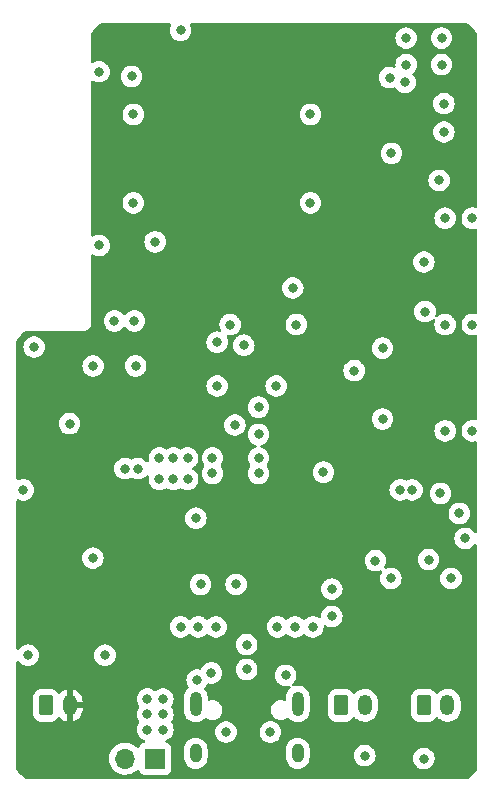
<source format=gbr>
%TF.GenerationSoftware,KiCad,Pcbnew,(6.0.2)*%
%TF.CreationDate,2022-03-06T23:22:22-05:00*%
%TF.ProjectId,aquabotsBMS,61717561-626f-4747-9342-4d532e6b6963,rev?*%
%TF.SameCoordinates,Original*%
%TF.FileFunction,Copper,L2,Inr*%
%TF.FilePolarity,Positive*%
%FSLAX46Y46*%
G04 Gerber Fmt 4.6, Leading zero omitted, Abs format (unit mm)*
G04 Created by KiCad (PCBNEW (6.0.2)) date 2022-03-06 23:22:22*
%MOMM*%
%LPD*%
G01*
G04 APERTURE LIST*
G04 Aperture macros list*
%AMRoundRect*
0 Rectangle with rounded corners*
0 $1 Rounding radius*
0 $2 $3 $4 $5 $6 $7 $8 $9 X,Y pos of 4 corners*
0 Add a 4 corners polygon primitive as box body*
4,1,4,$2,$3,$4,$5,$6,$7,$8,$9,$2,$3,0*
0 Add four circle primitives for the rounded corners*
1,1,$1+$1,$2,$3*
1,1,$1+$1,$4,$5*
1,1,$1+$1,$6,$7*
1,1,$1+$1,$8,$9*
0 Add four rect primitives between the rounded corners*
20,1,$1+$1,$2,$3,$4,$5,0*
20,1,$1+$1,$4,$5,$6,$7,0*
20,1,$1+$1,$6,$7,$8,$9,0*
20,1,$1+$1,$8,$9,$2,$3,0*%
G04 Aperture macros list end*
%TA.AperFunction,ComponentPad*%
%ADD10O,1.000000X1.600000*%
%TD*%
%TA.AperFunction,ComponentPad*%
%ADD11O,1.000000X2.100000*%
%TD*%
%TA.AperFunction,ComponentPad*%
%ADD12RoundRect,0.250000X-0.350000X-0.625000X0.350000X-0.625000X0.350000X0.625000X-0.350000X0.625000X0*%
%TD*%
%TA.AperFunction,ComponentPad*%
%ADD13O,1.200000X1.750000*%
%TD*%
%TA.AperFunction,ComponentPad*%
%ADD14R,1.700000X1.700000*%
%TD*%
%TA.AperFunction,ComponentPad*%
%ADD15O,1.700000X1.700000*%
%TD*%
%TA.AperFunction,ViaPad*%
%ADD16C,0.800000*%
%TD*%
G04 APERTURE END LIST*
D10*
%TO.N,Net-(C5-Pad1)*%
%TO.C,J1*%
X154320000Y-130300000D03*
X145680000Y-130300000D03*
D11*
X145680000Y-126120000D03*
X154320000Y-126120000D03*
%TD*%
D12*
%TO.N,Net-(J2-Pad1)*%
%TO.C,J2*%
X165000000Y-126250000D03*
D13*
%TO.N,Net-(J2-Pad2)*%
X167000000Y-126250000D03*
%TD*%
%TO.N,+3V3*%
%TO.C,J3*%
X135000000Y-126250000D03*
D12*
%TO.N,/MODULE_RX*%
X133000000Y-126250000D03*
%TD*%
%TO.N,/I2C_SDA*%
%TO.C,J5*%
X158000000Y-126250000D03*
D13*
%TO.N,/I2C_SCL*%
X160000000Y-126250000D03*
%TD*%
D14*
%TO.N,GND*%
%TO.C,J4*%
X142250000Y-130750000D03*
D15*
%TO.N,+BATT*%
X139710000Y-130750000D03*
%TD*%
D16*
%TO.N,GND*%
X145000000Y-107100000D03*
X143800000Y-107100000D03*
X143800000Y-105300000D03*
X145000000Y-105300000D03*
X142600000Y-107100000D03*
X142600000Y-105300000D03*
X148250000Y-128500000D03*
X152000000Y-128500000D03*
X162250000Y-79500000D03*
X141600000Y-127000000D03*
X142900000Y-127000000D03*
X141600000Y-128300000D03*
X142900000Y-128300000D03*
X160000000Y-130500000D03*
X165000000Y-130750000D03*
X163500000Y-69750000D03*
X166500000Y-69750000D03*
X166500000Y-72000000D03*
X163500000Y-72000000D03*
X139700000Y-106200000D03*
X140800000Y-106200000D03*
X147100000Y-105300000D03*
X147100000Y-106600000D03*
X151000000Y-106600000D03*
X151000000Y-105300000D03*
X151000000Y-103300000D03*
X151000000Y-101000000D03*
X146100000Y-116000000D03*
X149100000Y-116000000D03*
X138800000Y-93700000D03*
X140500000Y-93700000D03*
X144400000Y-69100000D03*
X163400000Y-73500000D03*
X162100000Y-73100000D03*
X166300000Y-81800000D03*
X156500000Y-106500000D03*
X141600000Y-125700000D03*
X142900000Y-125700000D03*
X145900000Y-119600000D03*
X147400000Y-119600000D03*
X152600000Y-119600000D03*
X154100000Y-119600000D03*
X155600000Y-119600000D03*
X150000000Y-123200000D03*
X136975000Y-113775000D03*
X140600000Y-97500000D03*
X152500000Y-99200000D03*
X159100000Y-97900000D03*
X165000000Y-88700000D03*
X137500000Y-72600000D03*
X137500000Y-87300000D03*
X147500000Y-99200000D03*
X155400000Y-76200000D03*
X155400000Y-83700000D03*
X140400000Y-83700000D03*
X140400000Y-76200000D03*
X165100000Y-92900000D03*
X166700000Y-77700000D03*
X166700000Y-75300000D03*
X166800000Y-85000000D03*
X169100000Y-85000000D03*
X166800000Y-94000000D03*
X169100000Y-94000000D03*
X166800000Y-103000000D03*
X169100000Y-103000000D03*
X166400000Y-108300000D03*
X168000000Y-110000000D03*
X160900000Y-114000000D03*
X162200000Y-115500000D03*
X157200000Y-116400000D03*
X157200000Y-118700000D03*
X167300000Y-115500000D03*
X165400000Y-113900000D03*
X138000000Y-122000000D03*
X131500000Y-122000000D03*
X131100000Y-108000000D03*
X137000000Y-97500000D03*
X132000000Y-95900000D03*
X154200000Y-94000000D03*
X148600000Y-94000000D03*
X161500000Y-96000000D03*
X161500000Y-102000000D03*
X145800000Y-124100000D03*
X153300000Y-123700000D03*
%TO.N,+3V3*%
X138900000Y-89900000D03*
X166300000Y-80300000D03*
X142000000Y-91200000D03*
X138900000Y-87300000D03*
X137600000Y-69100000D03*
X153500000Y-113500000D03*
X153500000Y-112000000D03*
X159500000Y-112000000D03*
X159500000Y-113500000D03*
X159500000Y-110500000D03*
X153500000Y-110600000D03*
X153500000Y-108500000D03*
X156500000Y-108500000D03*
X159500000Y-108500000D03*
X153500000Y-106500000D03*
X159500000Y-106500000D03*
X140000000Y-113300000D03*
X135000000Y-124400000D03*
%TO.N,/MODULE_TX*%
X168500000Y-112100000D03*
X153900000Y-90900000D03*
%TO.N,/I2C_SDA*%
X164000003Y-108000000D03*
%TO.N,/I2C_SCL*%
X163000000Y-108000000D03*
%TO.N,VBUS*%
X144400000Y-119600000D03*
X135000000Y-102400000D03*
%TO.N,Net-(C6-Pad1)*%
X150000000Y-121100000D03*
X147006250Y-123493750D03*
%TO.N,/EN*%
X140250000Y-73000000D03*
X149750000Y-95750000D03*
%TO.N,/IO0*%
X147500000Y-95500000D03*
X142250000Y-87000000D03*
%TO.N,Net-(C12-Pad2)*%
X149000000Y-102500000D03*
X145700000Y-110400000D03*
%TD*%
%TA.AperFunction,Conductor*%
%TO.N,+3V3*%
G36*
X143542629Y-68528002D02*
G01*
X143589122Y-68581658D01*
X143599226Y-68651932D01*
X143583628Y-68696998D01*
X143565473Y-68728444D01*
X143506458Y-68910072D01*
X143486496Y-69100000D01*
X143487186Y-69106565D01*
X143498980Y-69218774D01*
X143506458Y-69289928D01*
X143565473Y-69471556D01*
X143660960Y-69636944D01*
X143788747Y-69778866D01*
X143943248Y-69891118D01*
X143949276Y-69893802D01*
X143949278Y-69893803D01*
X144066978Y-69946206D01*
X144117712Y-69968794D01*
X144211112Y-69988647D01*
X144298056Y-70007128D01*
X144298061Y-70007128D01*
X144304513Y-70008500D01*
X144495487Y-70008500D01*
X144501939Y-70007128D01*
X144501944Y-70007128D01*
X144588888Y-69988647D01*
X144682288Y-69968794D01*
X144733022Y-69946206D01*
X144850722Y-69893803D01*
X144850724Y-69893802D01*
X144856752Y-69891118D01*
X145011253Y-69778866D01*
X145037244Y-69750000D01*
X162586496Y-69750000D01*
X162606458Y-69939928D01*
X162665473Y-70121556D01*
X162760960Y-70286944D01*
X162888747Y-70428866D01*
X163043248Y-70541118D01*
X163049276Y-70543802D01*
X163049278Y-70543803D01*
X163211681Y-70616109D01*
X163217712Y-70618794D01*
X163311112Y-70638647D01*
X163398056Y-70657128D01*
X163398061Y-70657128D01*
X163404513Y-70658500D01*
X163595487Y-70658500D01*
X163601939Y-70657128D01*
X163601944Y-70657128D01*
X163688888Y-70638647D01*
X163782288Y-70618794D01*
X163788319Y-70616109D01*
X163950722Y-70543803D01*
X163950724Y-70543802D01*
X163956752Y-70541118D01*
X164111253Y-70428866D01*
X164239040Y-70286944D01*
X164334527Y-70121556D01*
X164393542Y-69939928D01*
X164413504Y-69750000D01*
X165586496Y-69750000D01*
X165606458Y-69939928D01*
X165665473Y-70121556D01*
X165760960Y-70286944D01*
X165888747Y-70428866D01*
X166043248Y-70541118D01*
X166049276Y-70543802D01*
X166049278Y-70543803D01*
X166211681Y-70616109D01*
X166217712Y-70618794D01*
X166311112Y-70638647D01*
X166398056Y-70657128D01*
X166398061Y-70657128D01*
X166404513Y-70658500D01*
X166595487Y-70658500D01*
X166601939Y-70657128D01*
X166601944Y-70657128D01*
X166688888Y-70638647D01*
X166782288Y-70618794D01*
X166788319Y-70616109D01*
X166950722Y-70543803D01*
X166950724Y-70543802D01*
X166956752Y-70541118D01*
X167111253Y-70428866D01*
X167239040Y-70286944D01*
X167334527Y-70121556D01*
X167393542Y-69939928D01*
X167413504Y-69750000D01*
X167402137Y-69641852D01*
X167394232Y-69566635D01*
X167394232Y-69566633D01*
X167393542Y-69560072D01*
X167334527Y-69378444D01*
X167239040Y-69213056D01*
X167111253Y-69071134D01*
X166956752Y-68958882D01*
X166950724Y-68956198D01*
X166950722Y-68956197D01*
X166788319Y-68883891D01*
X166788318Y-68883891D01*
X166782288Y-68881206D01*
X166688887Y-68861353D01*
X166601944Y-68842872D01*
X166601939Y-68842872D01*
X166595487Y-68841500D01*
X166404513Y-68841500D01*
X166398061Y-68842872D01*
X166398056Y-68842872D01*
X166311113Y-68861353D01*
X166217712Y-68881206D01*
X166211682Y-68883891D01*
X166211681Y-68883891D01*
X166049278Y-68956197D01*
X166049276Y-68956198D01*
X166043248Y-68958882D01*
X165888747Y-69071134D01*
X165760960Y-69213056D01*
X165665473Y-69378444D01*
X165606458Y-69560072D01*
X165605768Y-69566633D01*
X165605768Y-69566635D01*
X165597863Y-69641852D01*
X165586496Y-69750000D01*
X164413504Y-69750000D01*
X164402137Y-69641852D01*
X164394232Y-69566635D01*
X164394232Y-69566633D01*
X164393542Y-69560072D01*
X164334527Y-69378444D01*
X164239040Y-69213056D01*
X164111253Y-69071134D01*
X163956752Y-68958882D01*
X163950724Y-68956198D01*
X163950722Y-68956197D01*
X163788319Y-68883891D01*
X163788318Y-68883891D01*
X163782288Y-68881206D01*
X163688887Y-68861353D01*
X163601944Y-68842872D01*
X163601939Y-68842872D01*
X163595487Y-68841500D01*
X163404513Y-68841500D01*
X163398061Y-68842872D01*
X163398056Y-68842872D01*
X163311113Y-68861353D01*
X163217712Y-68881206D01*
X163211682Y-68883891D01*
X163211681Y-68883891D01*
X163049278Y-68956197D01*
X163049276Y-68956198D01*
X163043248Y-68958882D01*
X162888747Y-69071134D01*
X162760960Y-69213056D01*
X162665473Y-69378444D01*
X162606458Y-69560072D01*
X162605768Y-69566633D01*
X162605768Y-69566635D01*
X162597863Y-69641852D01*
X162586496Y-69750000D01*
X145037244Y-69750000D01*
X145139040Y-69636944D01*
X145234527Y-69471556D01*
X145293542Y-69289928D01*
X145301021Y-69218774D01*
X145312814Y-69106565D01*
X145313504Y-69100000D01*
X145293542Y-68910072D01*
X145234527Y-68728444D01*
X145216372Y-68696998D01*
X145199635Y-68628004D01*
X145222856Y-68560912D01*
X145278663Y-68517025D01*
X145325492Y-68508000D01*
X168623828Y-68508000D01*
X168696740Y-68531239D01*
X168864699Y-68650412D01*
X168875740Y-68659216D01*
X168960239Y-68734729D01*
X169116044Y-68873965D01*
X169126034Y-68883955D01*
X169340784Y-69124260D01*
X169349588Y-69135301D01*
X169468761Y-69303260D01*
X169492000Y-69376172D01*
X169492000Y-83998928D01*
X169471998Y-84067049D01*
X169418342Y-84113542D01*
X169348068Y-84123646D01*
X169339803Y-84122175D01*
X169201944Y-84092872D01*
X169201939Y-84092872D01*
X169195487Y-84091500D01*
X169004513Y-84091500D01*
X168998061Y-84092872D01*
X168998056Y-84092872D01*
X168911112Y-84111353D01*
X168817712Y-84131206D01*
X168811682Y-84133891D01*
X168811681Y-84133891D01*
X168649278Y-84206197D01*
X168649276Y-84206198D01*
X168643248Y-84208882D01*
X168488747Y-84321134D01*
X168360960Y-84463056D01*
X168265473Y-84628444D01*
X168206458Y-84810072D01*
X168186496Y-85000000D01*
X168206458Y-85189928D01*
X168265473Y-85371556D01*
X168360960Y-85536944D01*
X168488747Y-85678866D01*
X168643248Y-85791118D01*
X168649276Y-85793802D01*
X168649278Y-85793803D01*
X168707999Y-85819947D01*
X168817712Y-85868794D01*
X168885614Y-85883227D01*
X168998056Y-85907128D01*
X168998061Y-85907128D01*
X169004513Y-85908500D01*
X169195487Y-85908500D01*
X169201939Y-85907128D01*
X169201944Y-85907128D01*
X169339803Y-85877825D01*
X169410594Y-85883227D01*
X169467227Y-85926044D01*
X169491720Y-85992682D01*
X169492000Y-86001072D01*
X169492000Y-92998928D01*
X169471998Y-93067049D01*
X169418342Y-93113542D01*
X169348068Y-93123646D01*
X169339803Y-93122175D01*
X169201944Y-93092872D01*
X169201939Y-93092872D01*
X169195487Y-93091500D01*
X169004513Y-93091500D01*
X168998061Y-93092872D01*
X168998056Y-93092872D01*
X168911112Y-93111353D01*
X168817712Y-93131206D01*
X168811682Y-93133891D01*
X168811681Y-93133891D01*
X168649278Y-93206197D01*
X168649276Y-93206198D01*
X168643248Y-93208882D01*
X168637907Y-93212762D01*
X168637906Y-93212763D01*
X168618165Y-93227106D01*
X168488747Y-93321134D01*
X168484326Y-93326044D01*
X168484325Y-93326045D01*
X168401221Y-93418342D01*
X168360960Y-93463056D01*
X168321437Y-93531512D01*
X168271270Y-93618404D01*
X168265473Y-93628444D01*
X168206458Y-93810072D01*
X168186496Y-94000000D01*
X168187186Y-94006565D01*
X168204707Y-94173264D01*
X168206458Y-94189928D01*
X168265473Y-94371556D01*
X168360960Y-94536944D01*
X168488747Y-94678866D01*
X168643248Y-94791118D01*
X168649276Y-94793802D01*
X168649278Y-94793803D01*
X168756408Y-94841500D01*
X168817712Y-94868794D01*
X168911112Y-94888647D01*
X168998056Y-94907128D01*
X168998061Y-94907128D01*
X169004513Y-94908500D01*
X169195487Y-94908500D01*
X169201939Y-94907128D01*
X169201944Y-94907128D01*
X169339803Y-94877825D01*
X169410594Y-94883227D01*
X169467227Y-94926044D01*
X169491720Y-94992682D01*
X169492000Y-95001072D01*
X169492000Y-101998928D01*
X169471998Y-102067049D01*
X169418342Y-102113542D01*
X169348068Y-102123646D01*
X169339803Y-102122175D01*
X169201944Y-102092872D01*
X169201939Y-102092872D01*
X169195487Y-102091500D01*
X169004513Y-102091500D01*
X168998061Y-102092872D01*
X168998056Y-102092872D01*
X168911112Y-102111353D01*
X168817712Y-102131206D01*
X168811682Y-102133891D01*
X168811681Y-102133891D01*
X168649278Y-102206197D01*
X168649276Y-102206198D01*
X168643248Y-102208882D01*
X168488747Y-102321134D01*
X168360960Y-102463056D01*
X168265473Y-102628444D01*
X168206458Y-102810072D01*
X168205768Y-102816633D01*
X168205768Y-102816635D01*
X168187186Y-102993435D01*
X168186496Y-103000000D01*
X168206458Y-103189928D01*
X168265473Y-103371556D01*
X168268776Y-103377278D01*
X168268777Y-103377279D01*
X168286803Y-103408500D01*
X168360960Y-103536944D01*
X168488747Y-103678866D01*
X168643248Y-103791118D01*
X168649276Y-103793802D01*
X168649278Y-103793803D01*
X168707999Y-103819947D01*
X168817712Y-103868794D01*
X168885614Y-103883227D01*
X168998056Y-103907128D01*
X168998061Y-103907128D01*
X169004513Y-103908500D01*
X169195487Y-103908500D01*
X169201939Y-103907128D01*
X169201944Y-103907128D01*
X169339803Y-103877825D01*
X169410594Y-103883227D01*
X169467227Y-103926044D01*
X169491720Y-103992682D01*
X169492000Y-104001072D01*
X169492000Y-111530957D01*
X169471998Y-111599078D01*
X169418342Y-111645571D01*
X169348068Y-111655675D01*
X169283488Y-111626181D01*
X169256881Y-111593958D01*
X169242341Y-111568774D01*
X169239040Y-111563056D01*
X169111253Y-111421134D01*
X168956752Y-111308882D01*
X168950724Y-111306198D01*
X168950722Y-111306197D01*
X168788319Y-111233891D01*
X168788318Y-111233891D01*
X168782288Y-111231206D01*
X168688888Y-111211353D01*
X168601944Y-111192872D01*
X168601939Y-111192872D01*
X168595487Y-111191500D01*
X168404513Y-111191500D01*
X168398061Y-111192872D01*
X168398056Y-111192872D01*
X168311113Y-111211353D01*
X168217712Y-111231206D01*
X168211682Y-111233891D01*
X168211681Y-111233891D01*
X168049278Y-111306197D01*
X168049276Y-111306198D01*
X168043248Y-111308882D01*
X167888747Y-111421134D01*
X167760960Y-111563056D01*
X167665473Y-111728444D01*
X167606458Y-111910072D01*
X167586496Y-112100000D01*
X167606458Y-112289928D01*
X167665473Y-112471556D01*
X167760960Y-112636944D01*
X167888747Y-112778866D01*
X168043248Y-112891118D01*
X168049276Y-112893802D01*
X168049278Y-112893803D01*
X168211681Y-112966109D01*
X168217712Y-112968794D01*
X168306954Y-112987763D01*
X168398056Y-113007128D01*
X168398061Y-113007128D01*
X168404513Y-113008500D01*
X168595487Y-113008500D01*
X168601939Y-113007128D01*
X168601944Y-113007128D01*
X168693046Y-112987763D01*
X168782288Y-112968794D01*
X168788319Y-112966109D01*
X168950722Y-112893803D01*
X168950724Y-112893802D01*
X168956752Y-112891118D01*
X169111253Y-112778866D01*
X169239040Y-112636944D01*
X169256882Y-112606041D01*
X169308264Y-112557049D01*
X169377978Y-112543614D01*
X169443889Y-112570001D01*
X169485070Y-112627833D01*
X169492000Y-112669043D01*
X169492000Y-131623828D01*
X169468761Y-131696740D01*
X169349588Y-131864699D01*
X169340784Y-131875740D01*
X169126035Y-132116044D01*
X169116045Y-132126034D01*
X168875740Y-132340784D01*
X168864699Y-132349588D01*
X168696740Y-132468761D01*
X168623828Y-132492000D01*
X131376172Y-132492000D01*
X131303260Y-132468761D01*
X131135301Y-132349588D01*
X131124260Y-132340784D01*
X130883955Y-132126034D01*
X130873965Y-132116044D01*
X130659216Y-131875740D01*
X130650412Y-131864699D01*
X130531239Y-131696740D01*
X130508000Y-131623828D01*
X130508000Y-130716695D01*
X138347251Y-130716695D01*
X138347548Y-130721848D01*
X138347548Y-130721851D01*
X138352212Y-130802736D01*
X138360110Y-130939715D01*
X138361247Y-130944761D01*
X138361248Y-130944767D01*
X138374734Y-131004608D01*
X138409222Y-131157639D01*
X138493266Y-131364616D01*
X138495965Y-131369020D01*
X138603072Y-131543803D01*
X138609987Y-131555088D01*
X138756250Y-131723938D01*
X138928126Y-131866632D01*
X139121000Y-131979338D01*
X139329692Y-132059030D01*
X139334760Y-132060061D01*
X139334763Y-132060062D01*
X139442017Y-132081883D01*
X139548597Y-132103567D01*
X139553772Y-132103757D01*
X139553774Y-132103757D01*
X139766673Y-132111564D01*
X139766677Y-132111564D01*
X139771837Y-132111753D01*
X139776957Y-132111097D01*
X139776959Y-132111097D01*
X139988288Y-132084025D01*
X139988289Y-132084025D01*
X139993416Y-132083368D01*
X139998366Y-132081883D01*
X140202429Y-132020661D01*
X140202434Y-132020659D01*
X140207384Y-132019174D01*
X140407994Y-131920896D01*
X140589860Y-131791173D01*
X140698091Y-131683319D01*
X140760462Y-131649404D01*
X140831268Y-131654592D01*
X140888030Y-131697238D01*
X140905012Y-131728341D01*
X140949385Y-131846705D01*
X141036739Y-131963261D01*
X141153295Y-132050615D01*
X141289684Y-132101745D01*
X141351866Y-132108500D01*
X143148134Y-132108500D01*
X143210316Y-132101745D01*
X143346705Y-132050615D01*
X143463261Y-131963261D01*
X143550615Y-131846705D01*
X143601745Y-131710316D01*
X143608500Y-131648134D01*
X143608500Y-130649769D01*
X144671500Y-130649769D01*
X144671800Y-130652825D01*
X144671800Y-130652832D01*
X144672530Y-130660273D01*
X144685920Y-130796833D01*
X144743084Y-130986169D01*
X144835934Y-131160796D01*
X144906291Y-131247062D01*
X144957040Y-131309287D01*
X144957043Y-131309290D01*
X144960935Y-131314062D01*
X144965682Y-131317989D01*
X144965684Y-131317991D01*
X145108575Y-131436201D01*
X145108579Y-131436203D01*
X145113325Y-131440130D01*
X145287299Y-131534198D01*
X145476232Y-131592682D01*
X145482357Y-131593326D01*
X145482358Y-131593326D01*
X145666796Y-131612711D01*
X145666798Y-131612711D01*
X145672925Y-131613355D01*
X145755424Y-131605847D01*
X145863749Y-131595989D01*
X145863752Y-131595988D01*
X145869888Y-131595430D01*
X145875794Y-131593692D01*
X145875798Y-131593691D01*
X146021907Y-131550689D01*
X146059619Y-131539590D01*
X146065077Y-131536737D01*
X146065081Y-131536735D01*
X146155853Y-131489280D01*
X146234890Y-131447960D01*
X146389025Y-131324032D01*
X146516154Y-131172526D01*
X146519121Y-131167128D01*
X146519125Y-131167123D01*
X146608467Y-131004608D01*
X146611433Y-130999213D01*
X146613846Y-130991608D01*
X146669373Y-130816564D01*
X146669373Y-130816563D01*
X146671235Y-130810694D01*
X146688500Y-130656773D01*
X146688500Y-130649769D01*
X153311500Y-130649769D01*
X153311800Y-130652825D01*
X153311800Y-130652832D01*
X153312530Y-130660273D01*
X153325920Y-130796833D01*
X153383084Y-130986169D01*
X153475934Y-131160796D01*
X153546291Y-131247062D01*
X153597040Y-131309287D01*
X153597043Y-131309290D01*
X153600935Y-131314062D01*
X153605682Y-131317989D01*
X153605684Y-131317991D01*
X153748575Y-131436201D01*
X153748579Y-131436203D01*
X153753325Y-131440130D01*
X153927299Y-131534198D01*
X154116232Y-131592682D01*
X154122357Y-131593326D01*
X154122358Y-131593326D01*
X154306796Y-131612711D01*
X154306798Y-131612711D01*
X154312925Y-131613355D01*
X154395424Y-131605847D01*
X154503749Y-131595989D01*
X154503752Y-131595988D01*
X154509888Y-131595430D01*
X154515794Y-131593692D01*
X154515798Y-131593691D01*
X154661907Y-131550689D01*
X154699619Y-131539590D01*
X154705077Y-131536737D01*
X154705081Y-131536735D01*
X154795853Y-131489280D01*
X154874890Y-131447960D01*
X155029025Y-131324032D01*
X155156154Y-131172526D01*
X155159121Y-131167128D01*
X155159125Y-131167123D01*
X155248467Y-131004608D01*
X155251433Y-130999213D01*
X155253846Y-130991608D01*
X155309373Y-130816564D01*
X155309373Y-130816563D01*
X155311235Y-130810694D01*
X155328500Y-130656773D01*
X155328500Y-130500000D01*
X159086496Y-130500000D01*
X159087186Y-130506565D01*
X159093500Y-130566635D01*
X159106458Y-130689928D01*
X159165473Y-130871556D01*
X159260960Y-131036944D01*
X159265378Y-131041851D01*
X159265379Y-131041852D01*
X159383038Y-131172526D01*
X159388747Y-131178866D01*
X159543248Y-131291118D01*
X159549276Y-131293802D01*
X159549278Y-131293803D01*
X159606564Y-131319308D01*
X159717712Y-131368794D01*
X159811112Y-131388647D01*
X159898056Y-131407128D01*
X159898061Y-131407128D01*
X159904513Y-131408500D01*
X160095487Y-131408500D01*
X160101939Y-131407128D01*
X160101944Y-131407128D01*
X160188888Y-131388647D01*
X160282288Y-131368794D01*
X160393436Y-131319308D01*
X160450722Y-131293803D01*
X160450724Y-131293802D01*
X160456752Y-131291118D01*
X160611253Y-131178866D01*
X160616962Y-131172526D01*
X160734621Y-131041852D01*
X160734622Y-131041851D01*
X160739040Y-131036944D01*
X160834527Y-130871556D01*
X160874023Y-130750000D01*
X164086496Y-130750000D01*
X164106458Y-130939928D01*
X164165473Y-131121556D01*
X164168776Y-131127278D01*
X164168777Y-131127279D01*
X164188128Y-131160796D01*
X164260960Y-131286944D01*
X164265378Y-131291851D01*
X164265379Y-131291852D01*
X164294354Y-131324032D01*
X164388747Y-131428866D01*
X164420694Y-131452077D01*
X164529691Y-131531268D01*
X164543248Y-131541118D01*
X164549276Y-131543802D01*
X164549278Y-131543803D01*
X164711681Y-131616109D01*
X164717712Y-131618794D01*
X164811112Y-131638647D01*
X164898056Y-131657128D01*
X164898061Y-131657128D01*
X164904513Y-131658500D01*
X165095487Y-131658500D01*
X165101939Y-131657128D01*
X165101944Y-131657128D01*
X165188888Y-131638647D01*
X165282288Y-131618794D01*
X165288319Y-131616109D01*
X165450722Y-131543803D01*
X165450724Y-131543802D01*
X165456752Y-131541118D01*
X165470310Y-131531268D01*
X165579306Y-131452077D01*
X165611253Y-131428866D01*
X165705646Y-131324032D01*
X165734621Y-131291852D01*
X165734622Y-131291851D01*
X165739040Y-131286944D01*
X165811872Y-131160796D01*
X165831223Y-131127279D01*
X165831224Y-131127278D01*
X165834527Y-131121556D01*
X165893542Y-130939928D01*
X165913504Y-130750000D01*
X165907190Y-130689928D01*
X165894232Y-130566635D01*
X165894232Y-130566633D01*
X165893542Y-130560072D01*
X165834527Y-130378444D01*
X165739040Y-130213056D01*
X165611253Y-130071134D01*
X165456752Y-129958882D01*
X165450724Y-129956198D01*
X165450722Y-129956197D01*
X165288319Y-129883891D01*
X165288318Y-129883891D01*
X165282288Y-129881206D01*
X165160331Y-129855283D01*
X165101944Y-129842872D01*
X165101939Y-129842872D01*
X165095487Y-129841500D01*
X164904513Y-129841500D01*
X164898061Y-129842872D01*
X164898056Y-129842872D01*
X164839669Y-129855283D01*
X164717712Y-129881206D01*
X164711682Y-129883891D01*
X164711681Y-129883891D01*
X164549278Y-129956197D01*
X164549276Y-129956198D01*
X164543248Y-129958882D01*
X164388747Y-130071134D01*
X164260960Y-130213056D01*
X164165473Y-130378444D01*
X164106458Y-130560072D01*
X164105768Y-130566633D01*
X164105768Y-130566635D01*
X164092810Y-130689928D01*
X164086496Y-130750000D01*
X160874023Y-130750000D01*
X160893542Y-130689928D01*
X160906501Y-130566635D01*
X160912814Y-130506565D01*
X160913504Y-130500000D01*
X160893542Y-130310072D01*
X160834527Y-130128444D01*
X160802171Y-130072401D01*
X160742341Y-129968774D01*
X160739040Y-129963056D01*
X160730268Y-129953313D01*
X160615675Y-129826045D01*
X160615674Y-129826044D01*
X160611253Y-129821134D01*
X160456752Y-129708882D01*
X160450724Y-129706198D01*
X160450722Y-129706197D01*
X160288319Y-129633891D01*
X160288318Y-129633891D01*
X160282288Y-129631206D01*
X160188887Y-129611353D01*
X160101944Y-129592872D01*
X160101939Y-129592872D01*
X160095487Y-129591500D01*
X159904513Y-129591500D01*
X159898061Y-129592872D01*
X159898056Y-129592872D01*
X159811113Y-129611353D01*
X159717712Y-129631206D01*
X159711682Y-129633891D01*
X159711681Y-129633891D01*
X159549278Y-129706197D01*
X159549276Y-129706198D01*
X159543248Y-129708882D01*
X159388747Y-129821134D01*
X159384326Y-129826044D01*
X159384325Y-129826045D01*
X159269733Y-129953313D01*
X159260960Y-129963056D01*
X159257659Y-129968774D01*
X159197830Y-130072401D01*
X159165473Y-130128444D01*
X159106458Y-130310072D01*
X159086496Y-130500000D01*
X155328500Y-130500000D01*
X155328500Y-129950231D01*
X155327814Y-129943227D01*
X155319190Y-129855283D01*
X155314080Y-129803167D01*
X155307776Y-129782285D01*
X155262162Y-129631206D01*
X155256916Y-129613831D01*
X155164066Y-129439204D01*
X155077129Y-129332609D01*
X155042960Y-129290713D01*
X155042957Y-129290710D01*
X155039065Y-129285938D01*
X155028359Y-129277081D01*
X154891425Y-129163799D01*
X154891421Y-129163797D01*
X154886675Y-129159870D01*
X154712701Y-129065802D01*
X154523768Y-129007318D01*
X154517643Y-129006674D01*
X154517642Y-129006674D01*
X154333204Y-128987289D01*
X154333202Y-128987289D01*
X154327075Y-128986645D01*
X154244576Y-128994153D01*
X154136251Y-129004011D01*
X154136248Y-129004012D01*
X154130112Y-129004570D01*
X154124206Y-129006308D01*
X154124202Y-129006309D01*
X154039541Y-129031226D01*
X153940381Y-129060410D01*
X153934923Y-129063263D01*
X153934919Y-129063265D01*
X153889066Y-129087237D01*
X153765110Y-129152040D01*
X153610975Y-129275968D01*
X153483846Y-129427474D01*
X153480879Y-129432872D01*
X153480875Y-129432877D01*
X153423777Y-129536739D01*
X153388567Y-129600787D01*
X153386706Y-129606654D01*
X153386705Y-129606656D01*
X153346191Y-129734373D01*
X153328765Y-129789306D01*
X153311500Y-129943227D01*
X153311500Y-130649769D01*
X146688500Y-130649769D01*
X146688500Y-129950231D01*
X146687814Y-129943227D01*
X146679190Y-129855283D01*
X146674080Y-129803167D01*
X146667776Y-129782285D01*
X146622162Y-129631206D01*
X146616916Y-129613831D01*
X146524066Y-129439204D01*
X146437129Y-129332609D01*
X146402960Y-129290713D01*
X146402957Y-129290710D01*
X146399065Y-129285938D01*
X146388359Y-129277081D01*
X146251425Y-129163799D01*
X146251421Y-129163797D01*
X146246675Y-129159870D01*
X146072701Y-129065802D01*
X145883768Y-129007318D01*
X145877643Y-129006674D01*
X145877642Y-129006674D01*
X145693204Y-128987289D01*
X145693202Y-128987289D01*
X145687075Y-128986645D01*
X145604576Y-128994153D01*
X145496251Y-129004011D01*
X145496248Y-129004012D01*
X145490112Y-129004570D01*
X145484206Y-129006308D01*
X145484202Y-129006309D01*
X145399541Y-129031226D01*
X145300381Y-129060410D01*
X145294923Y-129063263D01*
X145294919Y-129063265D01*
X145249066Y-129087237D01*
X145125110Y-129152040D01*
X144970975Y-129275968D01*
X144843846Y-129427474D01*
X144840879Y-129432872D01*
X144840875Y-129432877D01*
X144783777Y-129536739D01*
X144748567Y-129600787D01*
X144746706Y-129606654D01*
X144746705Y-129606656D01*
X144706191Y-129734373D01*
X144688765Y-129789306D01*
X144671500Y-129943227D01*
X144671500Y-130649769D01*
X143608500Y-130649769D01*
X143608500Y-129851866D01*
X143601745Y-129789684D01*
X143550615Y-129653295D01*
X143463261Y-129536739D01*
X143346705Y-129449385D01*
X143288258Y-129427474D01*
X143217711Y-129401027D01*
X143217709Y-129401027D01*
X143210316Y-129398255D01*
X143210693Y-129397249D01*
X143155373Y-129365648D01*
X143122551Y-129302693D01*
X143128975Y-129231988D01*
X143172606Y-129175980D01*
X143194914Y-129163173D01*
X143350722Y-129093803D01*
X143350724Y-129093802D01*
X143356752Y-129091118D01*
X143511253Y-128978866D01*
X143639040Y-128836944D01*
X143734527Y-128671556D01*
X143790269Y-128500000D01*
X147336496Y-128500000D01*
X147337186Y-128506565D01*
X147355129Y-128677279D01*
X147356458Y-128689928D01*
X147415473Y-128871556D01*
X147510960Y-129036944D01*
X147515378Y-129041851D01*
X147515379Y-129041852D01*
X147535303Y-129063980D01*
X147638747Y-129178866D01*
X147711863Y-129231988D01*
X147780711Y-129282009D01*
X147793248Y-129291118D01*
X147799276Y-129293802D01*
X147799278Y-129293803D01*
X147915143Y-129345389D01*
X147967712Y-129368794D01*
X148061113Y-129388647D01*
X148148056Y-129407128D01*
X148148061Y-129407128D01*
X148154513Y-129408500D01*
X148345487Y-129408500D01*
X148351939Y-129407128D01*
X148351944Y-129407128D01*
X148438887Y-129388647D01*
X148532288Y-129368794D01*
X148584857Y-129345389D01*
X148700722Y-129293803D01*
X148700724Y-129293802D01*
X148706752Y-129291118D01*
X148719290Y-129282009D01*
X148788137Y-129231988D01*
X148861253Y-129178866D01*
X148964697Y-129063980D01*
X148984621Y-129041852D01*
X148984622Y-129041851D01*
X148989040Y-129036944D01*
X149084527Y-128871556D01*
X149143542Y-128689928D01*
X149144872Y-128677279D01*
X149162814Y-128506565D01*
X149163504Y-128500000D01*
X151086496Y-128500000D01*
X151087186Y-128506565D01*
X151105129Y-128677279D01*
X151106458Y-128689928D01*
X151165473Y-128871556D01*
X151260960Y-129036944D01*
X151265378Y-129041851D01*
X151265379Y-129041852D01*
X151285303Y-129063980D01*
X151388747Y-129178866D01*
X151461863Y-129231988D01*
X151530711Y-129282009D01*
X151543248Y-129291118D01*
X151549276Y-129293802D01*
X151549278Y-129293803D01*
X151665143Y-129345389D01*
X151717712Y-129368794D01*
X151811113Y-129388647D01*
X151898056Y-129407128D01*
X151898061Y-129407128D01*
X151904513Y-129408500D01*
X152095487Y-129408500D01*
X152101939Y-129407128D01*
X152101944Y-129407128D01*
X152188887Y-129388647D01*
X152282288Y-129368794D01*
X152334857Y-129345389D01*
X152450722Y-129293803D01*
X152450724Y-129293802D01*
X152456752Y-129291118D01*
X152469290Y-129282009D01*
X152538137Y-129231988D01*
X152611253Y-129178866D01*
X152714697Y-129063980D01*
X152734621Y-129041852D01*
X152734622Y-129041851D01*
X152739040Y-129036944D01*
X152834527Y-128871556D01*
X152893542Y-128689928D01*
X152894872Y-128677279D01*
X152912814Y-128506565D01*
X152913504Y-128500000D01*
X152893542Y-128310072D01*
X152834527Y-128128444D01*
X152739040Y-127963056D01*
X152611253Y-127821134D01*
X152512157Y-127749136D01*
X152462094Y-127712763D01*
X152462093Y-127712762D01*
X152456752Y-127708882D01*
X152450724Y-127706198D01*
X152450722Y-127706197D01*
X152288319Y-127633891D01*
X152288318Y-127633891D01*
X152282288Y-127631206D01*
X152188779Y-127611330D01*
X152101944Y-127592872D01*
X152101939Y-127592872D01*
X152095487Y-127591500D01*
X151904513Y-127591500D01*
X151898061Y-127592872D01*
X151898056Y-127592872D01*
X151811221Y-127611330D01*
X151717712Y-127631206D01*
X151711682Y-127633891D01*
X151711681Y-127633891D01*
X151549278Y-127706197D01*
X151549276Y-127706198D01*
X151543248Y-127708882D01*
X151537907Y-127712762D01*
X151537906Y-127712763D01*
X151487843Y-127749136D01*
X151388747Y-127821134D01*
X151260960Y-127963056D01*
X151165473Y-128128444D01*
X151106458Y-128310072D01*
X151086496Y-128500000D01*
X149163504Y-128500000D01*
X149143542Y-128310072D01*
X149084527Y-128128444D01*
X148989040Y-127963056D01*
X148861253Y-127821134D01*
X148762157Y-127749136D01*
X148712094Y-127712763D01*
X148712093Y-127712762D01*
X148706752Y-127708882D01*
X148700724Y-127706198D01*
X148700722Y-127706197D01*
X148538319Y-127633891D01*
X148538318Y-127633891D01*
X148532288Y-127631206D01*
X148438779Y-127611330D01*
X148351944Y-127592872D01*
X148351939Y-127592872D01*
X148345487Y-127591500D01*
X148154513Y-127591500D01*
X148148061Y-127592872D01*
X148148056Y-127592872D01*
X148061221Y-127611330D01*
X147967712Y-127631206D01*
X147961682Y-127633891D01*
X147961681Y-127633891D01*
X147799278Y-127706197D01*
X147799276Y-127706198D01*
X147793248Y-127708882D01*
X147787907Y-127712762D01*
X147787906Y-127712763D01*
X147737843Y-127749136D01*
X147638747Y-127821134D01*
X147510960Y-127963056D01*
X147415473Y-128128444D01*
X147356458Y-128310072D01*
X147336496Y-128500000D01*
X143790269Y-128500000D01*
X143793542Y-128489928D01*
X143813504Y-128300000D01*
X143795473Y-128128444D01*
X143794232Y-128116635D01*
X143794232Y-128116633D01*
X143793542Y-128110072D01*
X143734527Y-127928444D01*
X143639040Y-127763056D01*
X143613157Y-127734310D01*
X143582439Y-127670303D01*
X143591204Y-127599849D01*
X143613157Y-127565690D01*
X143634621Y-127541852D01*
X143634622Y-127541851D01*
X143639040Y-127536944D01*
X143719320Y-127397896D01*
X143731223Y-127377279D01*
X143731224Y-127377278D01*
X143734527Y-127371556D01*
X143793542Y-127189928D01*
X143805663Y-127074608D01*
X143812814Y-127006565D01*
X143813504Y-127000000D01*
X143800415Y-126875466D01*
X143794232Y-126816635D01*
X143794232Y-126816633D01*
X143793542Y-126810072D01*
X143764201Y-126719769D01*
X144671500Y-126719769D01*
X144671800Y-126722825D01*
X144671800Y-126722832D01*
X144672530Y-126730273D01*
X144685920Y-126866833D01*
X144743084Y-127056169D01*
X144835934Y-127230796D01*
X144900421Y-127309865D01*
X144957040Y-127379287D01*
X144957043Y-127379290D01*
X144960935Y-127384062D01*
X144965682Y-127387989D01*
X144965684Y-127387991D01*
X145108575Y-127506201D01*
X145108579Y-127506203D01*
X145113325Y-127510130D01*
X145287299Y-127604198D01*
X145476232Y-127662682D01*
X145482357Y-127663326D01*
X145482358Y-127663326D01*
X145666796Y-127682711D01*
X145666798Y-127682711D01*
X145672925Y-127683355D01*
X145755424Y-127675847D01*
X145863749Y-127665989D01*
X145863752Y-127665988D01*
X145869888Y-127665430D01*
X145875794Y-127663692D01*
X145875798Y-127663691D01*
X145991300Y-127629697D01*
X146059619Y-127609590D01*
X146065077Y-127606737D01*
X146065081Y-127606735D01*
X146189189Y-127541852D01*
X146234890Y-127517960D01*
X146389025Y-127394032D01*
X146437400Y-127336381D01*
X146496507Y-127297056D01*
X146567494Y-127295930D01*
X146610448Y-127317278D01*
X146670257Y-127363006D01*
X146670261Y-127363009D01*
X146675678Y-127367150D01*
X146762372Y-127407576D01*
X146833631Y-127440805D01*
X146833634Y-127440806D01*
X146839808Y-127443685D01*
X146846456Y-127445171D01*
X146846459Y-127445172D01*
X146949911Y-127468296D01*
X147016543Y-127483190D01*
X147022088Y-127483500D01*
X147155244Y-127483500D01*
X147290037Y-127468857D01*
X147413782Y-127427212D01*
X147455204Y-127413272D01*
X147455206Y-127413271D01*
X147461675Y-127411094D01*
X147616905Y-127317823D01*
X147621862Y-127313135D01*
X147621865Y-127313133D01*
X147743527Y-127198082D01*
X147743529Y-127198080D01*
X147748485Y-127193393D01*
X147752317Y-127187755D01*
X147752320Y-127187751D01*
X147846442Y-127049255D01*
X147850277Y-127043612D01*
X147917530Y-126875466D01*
X147918644Y-126868738D01*
X147918645Y-126868734D01*
X147945993Y-126703539D01*
X147945993Y-126703536D01*
X147947108Y-126696802D01*
X147943526Y-126628444D01*
X147942203Y-126603198D01*
X152052892Y-126603198D01*
X152053249Y-126610015D01*
X152053249Y-126610019D01*
X152058151Y-126703539D01*
X152062370Y-126784047D01*
X152064181Y-126790620D01*
X152064181Y-126790623D01*
X152086799Y-126872736D01*
X152110461Y-126958641D01*
X152194922Y-127118836D01*
X152199327Y-127124049D01*
X152199330Y-127124053D01*
X152307406Y-127251943D01*
X152307410Y-127251947D01*
X152311813Y-127257157D01*
X152317237Y-127261304D01*
X152317238Y-127261305D01*
X152450257Y-127363006D01*
X152450261Y-127363009D01*
X152455678Y-127367150D01*
X152542372Y-127407576D01*
X152613631Y-127440805D01*
X152613634Y-127440806D01*
X152619808Y-127443685D01*
X152626456Y-127445171D01*
X152626459Y-127445172D01*
X152729911Y-127468296D01*
X152796543Y-127483190D01*
X152802088Y-127483500D01*
X152935244Y-127483500D01*
X153070037Y-127468857D01*
X153193782Y-127427212D01*
X153235204Y-127413272D01*
X153235206Y-127413271D01*
X153241675Y-127411094D01*
X153396905Y-127317823D01*
X153397329Y-127318528D01*
X153458520Y-127295238D01*
X153527993Y-127309865D01*
X153565992Y-127341218D01*
X153572623Y-127349348D01*
X153600935Y-127384062D01*
X153605682Y-127387989D01*
X153605684Y-127387991D01*
X153748575Y-127506201D01*
X153748579Y-127506203D01*
X153753325Y-127510130D01*
X153927299Y-127604198D01*
X154116232Y-127662682D01*
X154122357Y-127663326D01*
X154122358Y-127663326D01*
X154306796Y-127682711D01*
X154306798Y-127682711D01*
X154312925Y-127683355D01*
X154395424Y-127675847D01*
X154503749Y-127665989D01*
X154503752Y-127665988D01*
X154509888Y-127665430D01*
X154515794Y-127663692D01*
X154515798Y-127663691D01*
X154631300Y-127629697D01*
X154699619Y-127609590D01*
X154705077Y-127606737D01*
X154705081Y-127606735D01*
X154829189Y-127541852D01*
X154874890Y-127517960D01*
X155029025Y-127394032D01*
X155043083Y-127377279D01*
X155090022Y-127321339D01*
X155156154Y-127242526D01*
X155159121Y-127237128D01*
X155159125Y-127237123D01*
X155248467Y-127074608D01*
X155251433Y-127069213D01*
X155253846Y-127061608D01*
X155297054Y-126925400D01*
X156891500Y-126925400D01*
X156891837Y-126928646D01*
X156891837Y-126928650D01*
X156895576Y-126964680D01*
X156902474Y-127031166D01*
X156904655Y-127037702D01*
X156904655Y-127037704D01*
X156916967Y-127074608D01*
X156958450Y-127198946D01*
X157051522Y-127349348D01*
X157176697Y-127474305D01*
X157182927Y-127478145D01*
X157182928Y-127478146D01*
X157320090Y-127562694D01*
X157327262Y-127567115D01*
X157363942Y-127579281D01*
X157488611Y-127620632D01*
X157488613Y-127620632D01*
X157495139Y-127622797D01*
X157501975Y-127623497D01*
X157501978Y-127623498D01*
X157540386Y-127627433D01*
X157599600Y-127633500D01*
X158400400Y-127633500D01*
X158403646Y-127633163D01*
X158403650Y-127633163D01*
X158499308Y-127623238D01*
X158499312Y-127623237D01*
X158506166Y-127622526D01*
X158512702Y-127620345D01*
X158512704Y-127620345D01*
X158648867Y-127574917D01*
X158673946Y-127566550D01*
X158824348Y-127473478D01*
X158949305Y-127348303D01*
X158981075Y-127296764D01*
X159033846Y-127249271D01*
X159103918Y-127237847D01*
X159169042Y-127266121D01*
X159187418Y-127285045D01*
X159193604Y-127292920D01*
X159198135Y-127296852D01*
X159198138Y-127296855D01*
X159283620Y-127371032D01*
X159353363Y-127431552D01*
X159358549Y-127434552D01*
X159358553Y-127434555D01*
X159507656Y-127520813D01*
X159536454Y-127537473D01*
X159736271Y-127606861D01*
X159742206Y-127607722D01*
X159742208Y-127607722D01*
X159939664Y-127636352D01*
X159939667Y-127636352D01*
X159945604Y-127637213D01*
X160156899Y-127627433D01*
X160305999Y-127591500D01*
X160356701Y-127579281D01*
X160356703Y-127579280D01*
X160362534Y-127577875D01*
X160367992Y-127575393D01*
X160367996Y-127575392D01*
X160505084Y-127513061D01*
X160555087Y-127490326D01*
X160727611Y-127367946D01*
X160852586Y-127237395D01*
X160869736Y-127219480D01*
X160873881Y-127215150D01*
X160988620Y-127037452D01*
X161033778Y-126925400D01*
X163891500Y-126925400D01*
X163891837Y-126928646D01*
X163891837Y-126928650D01*
X163895576Y-126964680D01*
X163902474Y-127031166D01*
X163904655Y-127037702D01*
X163904655Y-127037704D01*
X163916967Y-127074608D01*
X163958450Y-127198946D01*
X164051522Y-127349348D01*
X164176697Y-127474305D01*
X164182927Y-127478145D01*
X164182928Y-127478146D01*
X164320090Y-127562694D01*
X164327262Y-127567115D01*
X164363942Y-127579281D01*
X164488611Y-127620632D01*
X164488613Y-127620632D01*
X164495139Y-127622797D01*
X164501975Y-127623497D01*
X164501978Y-127623498D01*
X164540386Y-127627433D01*
X164599600Y-127633500D01*
X165400400Y-127633500D01*
X165403646Y-127633163D01*
X165403650Y-127633163D01*
X165499308Y-127623238D01*
X165499312Y-127623237D01*
X165506166Y-127622526D01*
X165512702Y-127620345D01*
X165512704Y-127620345D01*
X165648867Y-127574917D01*
X165673946Y-127566550D01*
X165824348Y-127473478D01*
X165949305Y-127348303D01*
X165981075Y-127296764D01*
X166033846Y-127249271D01*
X166103918Y-127237847D01*
X166169042Y-127266121D01*
X166187418Y-127285045D01*
X166193604Y-127292920D01*
X166198135Y-127296852D01*
X166198138Y-127296855D01*
X166283620Y-127371032D01*
X166353363Y-127431552D01*
X166358549Y-127434552D01*
X166358553Y-127434555D01*
X166507656Y-127520813D01*
X166536454Y-127537473D01*
X166736271Y-127606861D01*
X166742206Y-127607722D01*
X166742208Y-127607722D01*
X166939664Y-127636352D01*
X166939667Y-127636352D01*
X166945604Y-127637213D01*
X167156899Y-127627433D01*
X167305999Y-127591500D01*
X167356701Y-127579281D01*
X167356703Y-127579280D01*
X167362534Y-127577875D01*
X167367992Y-127575393D01*
X167367996Y-127575392D01*
X167505084Y-127513061D01*
X167555087Y-127490326D01*
X167727611Y-127367946D01*
X167852586Y-127237395D01*
X167869736Y-127219480D01*
X167873881Y-127215150D01*
X167988620Y-127037452D01*
X168035094Y-126922134D01*
X168065442Y-126846832D01*
X168065443Y-126846829D01*
X168067686Y-126841263D01*
X168108228Y-126633663D01*
X168108500Y-126628101D01*
X168108500Y-125922154D01*
X168093452Y-125764434D01*
X168033908Y-125561466D01*
X168009063Y-125513227D01*
X167939804Y-125378751D01*
X167939802Y-125378748D01*
X167937058Y-125373420D01*
X167806396Y-125207080D01*
X167801865Y-125203148D01*
X167801862Y-125203145D01*
X167651167Y-125072379D01*
X167646637Y-125068448D01*
X167641451Y-125065448D01*
X167641447Y-125065445D01*
X167468742Y-124965533D01*
X167463546Y-124962527D01*
X167263729Y-124893139D01*
X167257794Y-124892278D01*
X167257792Y-124892278D01*
X167060336Y-124863648D01*
X167060333Y-124863648D01*
X167054396Y-124862787D01*
X166843101Y-124872567D01*
X166730466Y-124899712D01*
X166643299Y-124920719D01*
X166643297Y-124920720D01*
X166637466Y-124922125D01*
X166632008Y-124924607D01*
X166632004Y-124924608D01*
X166540990Y-124965990D01*
X166444913Y-125009674D01*
X166272389Y-125132054D01*
X166268247Y-125136381D01*
X166268241Y-125136386D01*
X166181194Y-125227317D01*
X166119639Y-125262694D01*
X166048730Y-125259175D01*
X165990979Y-125217879D01*
X165983032Y-125206491D01*
X165948478Y-125150652D01*
X165823303Y-125025695D01*
X165812985Y-125019335D01*
X165678968Y-124936725D01*
X165678966Y-124936724D01*
X165672738Y-124932885D01*
X165564005Y-124896820D01*
X165511389Y-124879368D01*
X165511387Y-124879368D01*
X165504861Y-124877203D01*
X165498025Y-124876503D01*
X165498022Y-124876502D01*
X165454969Y-124872091D01*
X165400400Y-124866500D01*
X164599600Y-124866500D01*
X164596354Y-124866837D01*
X164596350Y-124866837D01*
X164500692Y-124876762D01*
X164500688Y-124876763D01*
X164493834Y-124877474D01*
X164487298Y-124879655D01*
X164487296Y-124879655D01*
X164423117Y-124901067D01*
X164326054Y-124933450D01*
X164175652Y-125026522D01*
X164050695Y-125151697D01*
X164046855Y-125157927D01*
X164046854Y-125157928D01*
X163982005Y-125263133D01*
X163957885Y-125302262D01*
X163902203Y-125470139D01*
X163891500Y-125574600D01*
X163891500Y-126925400D01*
X161033778Y-126925400D01*
X161035094Y-126922134D01*
X161065442Y-126846832D01*
X161065443Y-126846829D01*
X161067686Y-126841263D01*
X161108228Y-126633663D01*
X161108500Y-126628101D01*
X161108500Y-125922154D01*
X161093452Y-125764434D01*
X161033908Y-125561466D01*
X161009063Y-125513227D01*
X160939804Y-125378751D01*
X160939802Y-125378748D01*
X160937058Y-125373420D01*
X160806396Y-125207080D01*
X160801865Y-125203148D01*
X160801862Y-125203145D01*
X160651167Y-125072379D01*
X160646637Y-125068448D01*
X160641451Y-125065448D01*
X160641447Y-125065445D01*
X160468742Y-124965533D01*
X160463546Y-124962527D01*
X160263729Y-124893139D01*
X160257794Y-124892278D01*
X160257792Y-124892278D01*
X160060336Y-124863648D01*
X160060333Y-124863648D01*
X160054396Y-124862787D01*
X159843101Y-124872567D01*
X159730466Y-124899712D01*
X159643299Y-124920719D01*
X159643297Y-124920720D01*
X159637466Y-124922125D01*
X159632008Y-124924607D01*
X159632004Y-124924608D01*
X159540990Y-124965990D01*
X159444913Y-125009674D01*
X159272389Y-125132054D01*
X159268247Y-125136381D01*
X159268241Y-125136386D01*
X159181194Y-125227317D01*
X159119639Y-125262694D01*
X159048730Y-125259175D01*
X158990979Y-125217879D01*
X158983032Y-125206491D01*
X158948478Y-125150652D01*
X158823303Y-125025695D01*
X158812985Y-125019335D01*
X158678968Y-124936725D01*
X158678966Y-124936724D01*
X158672738Y-124932885D01*
X158564005Y-124896820D01*
X158511389Y-124879368D01*
X158511387Y-124879368D01*
X158504861Y-124877203D01*
X158498025Y-124876503D01*
X158498022Y-124876502D01*
X158454969Y-124872091D01*
X158400400Y-124866500D01*
X157599600Y-124866500D01*
X157596354Y-124866837D01*
X157596350Y-124866837D01*
X157500692Y-124876762D01*
X157500688Y-124876763D01*
X157493834Y-124877474D01*
X157487298Y-124879655D01*
X157487296Y-124879655D01*
X157423117Y-124901067D01*
X157326054Y-124933450D01*
X157175652Y-125026522D01*
X157050695Y-125151697D01*
X157046855Y-125157927D01*
X157046854Y-125157928D01*
X156982005Y-125263133D01*
X156957885Y-125302262D01*
X156902203Y-125470139D01*
X156891500Y-125574600D01*
X156891500Y-126925400D01*
X155297054Y-126925400D01*
X155309373Y-126886564D01*
X155309373Y-126886563D01*
X155311235Y-126880694D01*
X155328500Y-126726773D01*
X155328500Y-125520231D01*
X155328148Y-125516635D01*
X155314681Y-125379301D01*
X155314080Y-125373167D01*
X155298850Y-125322721D01*
X155267328Y-125218317D01*
X155256916Y-125183831D01*
X155164066Y-125009204D01*
X155086907Y-124914598D01*
X155042960Y-124860713D01*
X155042957Y-124860710D01*
X155039065Y-124855938D01*
X155032724Y-124850692D01*
X154891425Y-124733799D01*
X154891421Y-124733797D01*
X154886675Y-124729870D01*
X154712701Y-124635802D01*
X154523768Y-124577318D01*
X154517643Y-124576674D01*
X154517642Y-124576674D01*
X154333204Y-124557289D01*
X154333202Y-124557289D01*
X154327075Y-124556645D01*
X154244576Y-124564153D01*
X154136251Y-124574011D01*
X154136248Y-124574012D01*
X154130112Y-124574570D01*
X154124206Y-124576308D01*
X154124202Y-124576309D01*
X154009230Y-124610147D01*
X153938233Y-124610191D01*
X153878483Y-124571846D01*
X153848949Y-124507283D01*
X153859008Y-124437003D01*
X153899593Y-124387338D01*
X153905906Y-124382751D01*
X153905907Y-124382750D01*
X153911253Y-124378866D01*
X153924714Y-124363916D01*
X154034621Y-124241852D01*
X154034622Y-124241851D01*
X154039040Y-124236944D01*
X154113197Y-124108500D01*
X154131223Y-124077279D01*
X154131224Y-124077278D01*
X154134527Y-124071556D01*
X154193542Y-123889928D01*
X154195529Y-123871029D01*
X154212814Y-123706565D01*
X154213504Y-123700000D01*
X154193542Y-123510072D01*
X154134527Y-123328444D01*
X154120312Y-123303822D01*
X154079937Y-123233891D01*
X154039040Y-123163056D01*
X153911253Y-123021134D01*
X153756752Y-122908882D01*
X153750724Y-122906198D01*
X153750722Y-122906197D01*
X153588319Y-122833891D01*
X153588318Y-122833891D01*
X153582288Y-122831206D01*
X153488887Y-122811353D01*
X153401944Y-122792872D01*
X153401939Y-122792872D01*
X153395487Y-122791500D01*
X153204513Y-122791500D01*
X153198061Y-122792872D01*
X153198056Y-122792872D01*
X153111113Y-122811353D01*
X153017712Y-122831206D01*
X153011682Y-122833891D01*
X153011681Y-122833891D01*
X152849278Y-122906197D01*
X152849276Y-122906198D01*
X152843248Y-122908882D01*
X152688747Y-123021134D01*
X152560960Y-123163056D01*
X152520063Y-123233891D01*
X152479689Y-123303822D01*
X152465473Y-123328444D01*
X152406458Y-123510072D01*
X152386496Y-123700000D01*
X152387186Y-123706565D01*
X152404472Y-123871029D01*
X152406458Y-123889928D01*
X152465473Y-124071556D01*
X152468776Y-124077278D01*
X152468777Y-124077279D01*
X152486803Y-124108500D01*
X152560960Y-124236944D01*
X152565378Y-124241851D01*
X152565379Y-124241852D01*
X152675286Y-124363916D01*
X152688747Y-124378866D01*
X152787843Y-124450864D01*
X152824198Y-124477277D01*
X152843248Y-124491118D01*
X152849276Y-124493802D01*
X152849278Y-124493803D01*
X152991680Y-124557204D01*
X153017712Y-124568794D01*
X153111113Y-124588647D01*
X153198056Y-124607128D01*
X153198061Y-124607128D01*
X153204513Y-124608500D01*
X153395487Y-124608500D01*
X153401939Y-124607128D01*
X153401944Y-124607128D01*
X153572573Y-124570859D01*
X153643364Y-124576261D01*
X153699996Y-124619078D01*
X153724490Y-124685715D01*
X153709069Y-124755017D01*
X153677725Y-124792300D01*
X153610975Y-124845968D01*
X153483846Y-124997474D01*
X153480879Y-125002872D01*
X153480875Y-125002877D01*
X153407479Y-125136386D01*
X153388567Y-125170787D01*
X153386706Y-125176654D01*
X153386705Y-125176656D01*
X153360389Y-125259614D01*
X153328765Y-125359306D01*
X153311500Y-125513227D01*
X153311500Y-125732862D01*
X153291498Y-125800983D01*
X153237842Y-125847476D01*
X153167568Y-125857580D01*
X153158014Y-125855828D01*
X152988494Y-125817936D01*
X152988495Y-125817936D01*
X152983457Y-125816810D01*
X152977912Y-125816500D01*
X152844756Y-125816500D01*
X152709963Y-125831143D01*
X152591810Y-125870906D01*
X152544796Y-125886728D01*
X152544794Y-125886729D01*
X152538325Y-125888906D01*
X152383095Y-125982177D01*
X152378138Y-125986865D01*
X152378135Y-125986867D01*
X152323329Y-126038695D01*
X152251515Y-126106607D01*
X152247683Y-126112245D01*
X152247680Y-126112249D01*
X152196740Y-126187205D01*
X152149723Y-126256388D01*
X152082470Y-126424534D01*
X152081356Y-126431262D01*
X152081355Y-126431266D01*
X152054007Y-126596461D01*
X152052892Y-126603198D01*
X147942203Y-126603198D01*
X147937987Y-126522766D01*
X147937630Y-126515953D01*
X147935571Y-126508475D01*
X147891352Y-126347941D01*
X147889539Y-126341359D01*
X147805078Y-126181164D01*
X147800673Y-126175951D01*
X147800670Y-126175947D01*
X147692594Y-126048057D01*
X147692590Y-126048053D01*
X147688187Y-126042843D01*
X147626919Y-125996000D01*
X147549743Y-125936994D01*
X147549739Y-125936991D01*
X147544322Y-125932850D01*
X147386478Y-125859246D01*
X147386369Y-125859195D01*
X147386366Y-125859194D01*
X147380192Y-125856315D01*
X147373544Y-125854829D01*
X147373541Y-125854828D01*
X147208494Y-125817936D01*
X147208495Y-125817936D01*
X147203457Y-125816810D01*
X147197912Y-125816500D01*
X147064756Y-125816500D01*
X146929963Y-125831143D01*
X146854688Y-125856476D01*
X146783747Y-125859246D01*
X146722568Y-125823223D01*
X146690577Y-125759842D01*
X146688500Y-125737057D01*
X146688500Y-125520231D01*
X146688148Y-125516635D01*
X146674681Y-125379301D01*
X146674080Y-125373167D01*
X146658850Y-125322721D01*
X146627328Y-125218317D01*
X146616916Y-125183831D01*
X146524066Y-125009204D01*
X146440131Y-124906290D01*
X146412577Y-124840858D01*
X146424772Y-124770917D01*
X146444135Y-124742346D01*
X146539040Y-124636944D01*
X146634527Y-124471556D01*
X146636570Y-124465271D01*
X146638380Y-124459699D01*
X146678455Y-124401095D01*
X146743853Y-124373460D01*
X146784409Y-124375393D01*
X146904297Y-124400877D01*
X146904310Y-124400878D01*
X146910763Y-124402250D01*
X147101737Y-124402250D01*
X147108189Y-124400878D01*
X147108194Y-124400878D01*
X147211749Y-124378866D01*
X147288538Y-124362544D01*
X147294569Y-124359859D01*
X147456972Y-124287553D01*
X147456974Y-124287552D01*
X147463002Y-124284868D01*
X147617503Y-124172616D01*
X147745290Y-124030694D01*
X147822937Y-123896206D01*
X147837473Y-123871029D01*
X147837474Y-123871028D01*
X147840777Y-123865306D01*
X147899792Y-123683678D01*
X147919754Y-123493750D01*
X147908152Y-123383365D01*
X147900482Y-123310385D01*
X147900482Y-123310383D01*
X147899792Y-123303822D01*
X147866058Y-123200000D01*
X149086496Y-123200000D01*
X149106458Y-123389928D01*
X149165473Y-123571556D01*
X149260960Y-123736944D01*
X149265378Y-123741851D01*
X149265379Y-123741852D01*
X149384325Y-123873955D01*
X149388747Y-123878866D01*
X149543248Y-123991118D01*
X149549276Y-123993802D01*
X149549278Y-123993803D01*
X149643161Y-124035602D01*
X149717712Y-124068794D01*
X149811112Y-124088647D01*
X149898056Y-124107128D01*
X149898061Y-124107128D01*
X149904513Y-124108500D01*
X150095487Y-124108500D01*
X150101939Y-124107128D01*
X150101944Y-124107128D01*
X150188888Y-124088647D01*
X150282288Y-124068794D01*
X150356839Y-124035602D01*
X150450722Y-123993803D01*
X150450724Y-123993802D01*
X150456752Y-123991118D01*
X150611253Y-123878866D01*
X150615675Y-123873955D01*
X150734621Y-123741852D01*
X150734622Y-123741851D01*
X150739040Y-123736944D01*
X150834527Y-123571556D01*
X150893542Y-123389928D01*
X150913504Y-123200000D01*
X150893542Y-123010072D01*
X150834527Y-122828444D01*
X150829534Y-122819795D01*
X150748168Y-122678866D01*
X150739040Y-122663056D01*
X150654391Y-122569043D01*
X150615675Y-122526045D01*
X150615674Y-122526044D01*
X150611253Y-122521134D01*
X150456752Y-122408882D01*
X150450724Y-122406198D01*
X150450722Y-122406197D01*
X150288319Y-122333891D01*
X150288318Y-122333891D01*
X150282288Y-122331206D01*
X150188888Y-122311353D01*
X150101944Y-122292872D01*
X150101939Y-122292872D01*
X150095487Y-122291500D01*
X149904513Y-122291500D01*
X149898061Y-122292872D01*
X149898056Y-122292872D01*
X149811112Y-122311353D01*
X149717712Y-122331206D01*
X149711682Y-122333891D01*
X149711681Y-122333891D01*
X149549278Y-122406197D01*
X149549276Y-122406198D01*
X149543248Y-122408882D01*
X149388747Y-122521134D01*
X149384326Y-122526044D01*
X149384325Y-122526045D01*
X149345610Y-122569043D01*
X149260960Y-122663056D01*
X149251832Y-122678866D01*
X149170467Y-122819795D01*
X149165473Y-122828444D01*
X149106458Y-123010072D01*
X149086496Y-123200000D01*
X147866058Y-123200000D01*
X147840777Y-123122194D01*
X147745290Y-122956806D01*
X147635372Y-122834729D01*
X147621925Y-122819795D01*
X147621924Y-122819794D01*
X147617503Y-122814884D01*
X147463002Y-122702632D01*
X147456974Y-122699948D01*
X147456972Y-122699947D01*
X147294569Y-122627641D01*
X147294568Y-122627641D01*
X147288538Y-122624956D01*
X147195137Y-122605103D01*
X147108194Y-122586622D01*
X147108189Y-122586622D01*
X147101737Y-122585250D01*
X146910763Y-122585250D01*
X146904311Y-122586622D01*
X146904306Y-122586622D01*
X146817363Y-122605103D01*
X146723962Y-122624956D01*
X146717932Y-122627641D01*
X146717931Y-122627641D01*
X146555528Y-122699947D01*
X146555526Y-122699948D01*
X146549498Y-122702632D01*
X146394997Y-122814884D01*
X146390576Y-122819794D01*
X146390575Y-122819795D01*
X146377129Y-122834729D01*
X146267210Y-122956806D01*
X146171723Y-123122194D01*
X146169683Y-123128473D01*
X146169681Y-123128477D01*
X146167870Y-123134051D01*
X146127795Y-123192655D01*
X146062397Y-123220290D01*
X146021841Y-123218357D01*
X145901953Y-123192873D01*
X145901940Y-123192872D01*
X145895487Y-123191500D01*
X145704513Y-123191500D01*
X145698061Y-123192872D01*
X145698056Y-123192872D01*
X145633638Y-123206565D01*
X145517712Y-123231206D01*
X145511682Y-123233891D01*
X145511681Y-123233891D01*
X145349278Y-123306197D01*
X145349276Y-123306198D01*
X145343248Y-123308882D01*
X145188747Y-123421134D01*
X145184326Y-123426044D01*
X145184325Y-123426045D01*
X145102758Y-123516635D01*
X145060960Y-123563056D01*
X144965473Y-123728444D01*
X144906458Y-123910072D01*
X144886496Y-124100000D01*
X144906458Y-124289928D01*
X144965473Y-124471556D01*
X144968776Y-124477277D01*
X144968777Y-124477279D01*
X145060855Y-124636762D01*
X145077593Y-124705757D01*
X145054373Y-124772849D01*
X145030694Y-124797952D01*
X144970975Y-124845968D01*
X144843846Y-124997474D01*
X144840879Y-125002872D01*
X144840875Y-125002877D01*
X144767479Y-125136386D01*
X144748567Y-125170787D01*
X144746706Y-125176654D01*
X144746705Y-125176656D01*
X144720389Y-125259614D01*
X144688765Y-125359306D01*
X144671500Y-125513227D01*
X144671500Y-126719769D01*
X143764201Y-126719769D01*
X143734527Y-126628444D01*
X143639040Y-126463056D01*
X143613157Y-126434310D01*
X143582439Y-126370303D01*
X143591204Y-126299849D01*
X143613157Y-126265690D01*
X143634621Y-126241852D01*
X143634622Y-126241851D01*
X143639040Y-126236944D01*
X143714290Y-126106607D01*
X143731223Y-126077279D01*
X143731224Y-126077278D01*
X143734527Y-126071556D01*
X143793542Y-125889928D01*
X143799721Y-125831143D01*
X143812814Y-125706565D01*
X143813504Y-125700000D01*
X143799988Y-125571402D01*
X143794232Y-125516635D01*
X143794232Y-125516633D01*
X143793542Y-125510072D01*
X143734527Y-125328444D01*
X143639040Y-125163056D01*
X143633477Y-125156877D01*
X143515675Y-125026045D01*
X143515674Y-125026044D01*
X143511253Y-125021134D01*
X143395874Y-124937306D01*
X143362094Y-124912763D01*
X143362093Y-124912762D01*
X143356752Y-124908882D01*
X143350724Y-124906198D01*
X143350722Y-124906197D01*
X143188319Y-124833891D01*
X143188318Y-124833891D01*
X143182288Y-124831206D01*
X143088887Y-124811353D01*
X143001944Y-124792872D01*
X143001939Y-124792872D01*
X142995487Y-124791500D01*
X142804513Y-124791500D01*
X142798061Y-124792872D01*
X142798056Y-124792872D01*
X142711113Y-124811353D01*
X142617712Y-124831206D01*
X142611682Y-124833891D01*
X142611681Y-124833891D01*
X142449278Y-124906197D01*
X142449276Y-124906198D01*
X142443248Y-124908882D01*
X142437907Y-124912762D01*
X142437906Y-124912763D01*
X142324061Y-124995477D01*
X142257194Y-125019335D01*
X142188042Y-125003255D01*
X142175939Y-124995477D01*
X142062094Y-124912763D01*
X142062093Y-124912762D01*
X142056752Y-124908882D01*
X142050724Y-124906198D01*
X142050722Y-124906197D01*
X141888319Y-124833891D01*
X141888318Y-124833891D01*
X141882288Y-124831206D01*
X141788887Y-124811353D01*
X141701944Y-124792872D01*
X141701939Y-124792872D01*
X141695487Y-124791500D01*
X141504513Y-124791500D01*
X141498061Y-124792872D01*
X141498056Y-124792872D01*
X141411113Y-124811353D01*
X141317712Y-124831206D01*
X141311682Y-124833891D01*
X141311681Y-124833891D01*
X141149278Y-124906197D01*
X141149276Y-124906198D01*
X141143248Y-124908882D01*
X141137907Y-124912762D01*
X141137906Y-124912763D01*
X141104126Y-124937306D01*
X140988747Y-125021134D01*
X140984326Y-125026044D01*
X140984325Y-125026045D01*
X140866524Y-125156877D01*
X140860960Y-125163056D01*
X140765473Y-125328444D01*
X140706458Y-125510072D01*
X140705768Y-125516633D01*
X140705768Y-125516635D01*
X140700012Y-125571402D01*
X140686496Y-125700000D01*
X140687186Y-125706565D01*
X140700280Y-125831143D01*
X140706458Y-125889928D01*
X140765473Y-126071556D01*
X140768776Y-126077278D01*
X140768777Y-126077279D01*
X140785710Y-126106607D01*
X140860960Y-126236944D01*
X140865378Y-126241851D01*
X140865379Y-126241852D01*
X140886843Y-126265690D01*
X140917561Y-126329697D01*
X140908796Y-126400151D01*
X140886843Y-126434310D01*
X140860960Y-126463056D01*
X140765473Y-126628444D01*
X140706458Y-126810072D01*
X140705768Y-126816633D01*
X140705768Y-126816635D01*
X140699585Y-126875466D01*
X140686496Y-127000000D01*
X140687186Y-127006565D01*
X140694338Y-127074608D01*
X140706458Y-127189928D01*
X140765473Y-127371556D01*
X140768776Y-127377278D01*
X140768777Y-127377279D01*
X140780680Y-127397896D01*
X140860960Y-127536944D01*
X140865378Y-127541851D01*
X140865379Y-127541852D01*
X140886843Y-127565690D01*
X140917561Y-127629697D01*
X140908796Y-127700151D01*
X140886843Y-127734310D01*
X140860960Y-127763056D01*
X140765473Y-127928444D01*
X140706458Y-128110072D01*
X140705768Y-128116633D01*
X140705768Y-128116635D01*
X140704527Y-128128444D01*
X140686496Y-128300000D01*
X140706458Y-128489928D01*
X140765473Y-128671556D01*
X140860960Y-128836944D01*
X140988747Y-128978866D01*
X141143248Y-129091118D01*
X141149276Y-129093802D01*
X141149278Y-129093803D01*
X141305086Y-129163173D01*
X141359182Y-129209153D01*
X141379831Y-129277081D01*
X141360479Y-129345389D01*
X141307268Y-129392390D01*
X141290805Y-129398133D01*
X141289684Y-129398255D01*
X141282291Y-129401027D01*
X141282289Y-129401027D01*
X141211742Y-129427474D01*
X141153295Y-129449385D01*
X141036739Y-129536739D01*
X140949385Y-129653295D01*
X140946233Y-129661703D01*
X140904919Y-129771907D01*
X140862277Y-129828671D01*
X140795716Y-129853371D01*
X140726367Y-129838163D01*
X140693743Y-129812476D01*
X140643151Y-129756875D01*
X140643142Y-129756866D01*
X140639670Y-129753051D01*
X140635619Y-129749852D01*
X140635615Y-129749848D01*
X140468414Y-129617800D01*
X140468410Y-129617798D01*
X140464359Y-129614598D01*
X140439341Y-129600787D01*
X140412136Y-129585769D01*
X140268789Y-129506638D01*
X140263920Y-129504914D01*
X140263916Y-129504912D01*
X140063087Y-129433795D01*
X140063083Y-129433794D01*
X140058212Y-129432069D01*
X140053119Y-129431162D01*
X140053116Y-129431161D01*
X139843373Y-129393800D01*
X139843367Y-129393799D01*
X139838284Y-129392894D01*
X139764452Y-129391992D01*
X139620081Y-129390228D01*
X139620079Y-129390228D01*
X139614911Y-129390165D01*
X139394091Y-129423955D01*
X139181756Y-129493357D01*
X138983607Y-129596507D01*
X138979474Y-129599610D01*
X138979471Y-129599612D01*
X138837513Y-129706197D01*
X138804965Y-129730635D01*
X138765525Y-129771907D01*
X138711280Y-129828671D01*
X138650629Y-129892138D01*
X138647715Y-129896410D01*
X138647714Y-129896411D01*
X138613090Y-129947168D01*
X138524743Y-130076680D01*
X138430688Y-130279305D01*
X138370989Y-130494570D01*
X138347251Y-130716695D01*
X130508000Y-130716695D01*
X130508000Y-126925400D01*
X131891500Y-126925400D01*
X131891837Y-126928646D01*
X131891837Y-126928650D01*
X131895576Y-126964680D01*
X131902474Y-127031166D01*
X131904655Y-127037702D01*
X131904655Y-127037704D01*
X131916967Y-127074608D01*
X131958450Y-127198946D01*
X132051522Y-127349348D01*
X132176697Y-127474305D01*
X132182927Y-127478145D01*
X132182928Y-127478146D01*
X132320090Y-127562694D01*
X132327262Y-127567115D01*
X132363942Y-127579281D01*
X132488611Y-127620632D01*
X132488613Y-127620632D01*
X132495139Y-127622797D01*
X132501975Y-127623497D01*
X132501978Y-127623498D01*
X132540386Y-127627433D01*
X132599600Y-127633500D01*
X133400400Y-127633500D01*
X133403646Y-127633163D01*
X133403650Y-127633163D01*
X133499308Y-127623238D01*
X133499312Y-127623237D01*
X133506166Y-127622526D01*
X133512702Y-127620345D01*
X133512704Y-127620345D01*
X133648867Y-127574917D01*
X133673946Y-127566550D01*
X133824348Y-127473478D01*
X133949305Y-127348303D01*
X133953148Y-127342069D01*
X133981355Y-127296310D01*
X134034127Y-127248817D01*
X134104199Y-127237395D01*
X134169323Y-127265669D01*
X134187702Y-127284597D01*
X134190262Y-127287856D01*
X134198499Y-127296506D01*
X134349123Y-127427212D01*
X134358847Y-127434147D01*
X134531467Y-127534010D01*
X134542331Y-127538984D01*
X134730727Y-127604407D01*
X134731716Y-127604648D01*
X134742008Y-127603180D01*
X134746000Y-127589615D01*
X134746000Y-127585402D01*
X135254000Y-127585402D01*
X135257973Y-127598933D01*
X135267399Y-127600288D01*
X135356537Y-127578806D01*
X135367832Y-127574917D01*
X135549382Y-127492371D01*
X135559724Y-127486424D01*
X135722397Y-127371032D01*
X135731425Y-127363239D01*
X135869342Y-127219169D01*
X135876738Y-127209804D01*
X135984921Y-127042259D01*
X135990417Y-127031655D01*
X136064961Y-126846688D01*
X136068355Y-126835230D01*
X136106857Y-126638072D01*
X136107934Y-126629209D01*
X136108000Y-126626500D01*
X136108000Y-126522115D01*
X136103525Y-126506876D01*
X136102135Y-126505671D01*
X136094452Y-126504000D01*
X135272115Y-126504000D01*
X135256876Y-126508475D01*
X135255671Y-126509865D01*
X135254000Y-126517548D01*
X135254000Y-127585402D01*
X134746000Y-127585402D01*
X134746000Y-125977885D01*
X135254000Y-125977885D01*
X135258475Y-125993124D01*
X135259865Y-125994329D01*
X135267548Y-125996000D01*
X136089885Y-125996000D01*
X136105124Y-125991525D01*
X136106329Y-125990135D01*
X136108000Y-125982452D01*
X136108000Y-125925168D01*
X136107715Y-125919192D01*
X136093529Y-125770506D01*
X136091270Y-125758772D01*
X136035128Y-125567401D01*
X136030698Y-125556325D01*
X135939381Y-125379022D01*
X135932931Y-125368976D01*
X135809738Y-125212143D01*
X135801501Y-125203494D01*
X135650877Y-125072788D01*
X135641153Y-125065853D01*
X135468533Y-124965990D01*
X135457669Y-124961016D01*
X135269273Y-124895593D01*
X135268284Y-124895352D01*
X135257992Y-124896820D01*
X135254000Y-124910385D01*
X135254000Y-125977885D01*
X134746000Y-125977885D01*
X134746000Y-124914598D01*
X134742027Y-124901067D01*
X134732601Y-124899712D01*
X134643463Y-124921194D01*
X134632168Y-124925083D01*
X134450618Y-125007629D01*
X134440276Y-125013576D01*
X134277603Y-125128968D01*
X134268575Y-125136761D01*
X134181465Y-125227757D01*
X134119910Y-125263133D01*
X134049000Y-125259614D01*
X133991250Y-125218317D01*
X133983315Y-125206947D01*
X133948478Y-125150652D01*
X133823303Y-125025695D01*
X133812985Y-125019335D01*
X133678968Y-124936725D01*
X133678966Y-124936724D01*
X133672738Y-124932885D01*
X133564005Y-124896820D01*
X133511389Y-124879368D01*
X133511387Y-124879368D01*
X133504861Y-124877203D01*
X133498025Y-124876503D01*
X133498022Y-124876502D01*
X133454969Y-124872091D01*
X133400400Y-124866500D01*
X132599600Y-124866500D01*
X132596354Y-124866837D01*
X132596350Y-124866837D01*
X132500692Y-124876762D01*
X132500688Y-124876763D01*
X132493834Y-124877474D01*
X132487298Y-124879655D01*
X132487296Y-124879655D01*
X132423117Y-124901067D01*
X132326054Y-124933450D01*
X132175652Y-125026522D01*
X132050695Y-125151697D01*
X132046855Y-125157927D01*
X132046854Y-125157928D01*
X131982005Y-125263133D01*
X131957885Y-125302262D01*
X131902203Y-125470139D01*
X131891500Y-125574600D01*
X131891500Y-126925400D01*
X130508000Y-126925400D01*
X130508000Y-122569043D01*
X130528002Y-122500922D01*
X130581658Y-122454429D01*
X130651932Y-122444325D01*
X130716512Y-122473819D01*
X130743118Y-122506041D01*
X130760960Y-122536944D01*
X130888747Y-122678866D01*
X131043248Y-122791118D01*
X131049276Y-122793802D01*
X131049278Y-122793803D01*
X131139318Y-122833891D01*
X131217712Y-122868794D01*
X131311112Y-122888647D01*
X131398056Y-122907128D01*
X131398061Y-122907128D01*
X131404513Y-122908500D01*
X131595487Y-122908500D01*
X131601939Y-122907128D01*
X131601944Y-122907128D01*
X131688888Y-122888647D01*
X131782288Y-122868794D01*
X131860682Y-122833891D01*
X131950722Y-122793803D01*
X131950724Y-122793802D01*
X131956752Y-122791118D01*
X132111253Y-122678866D01*
X132239040Y-122536944D01*
X132334527Y-122371556D01*
X132393542Y-122189928D01*
X132413504Y-122000000D01*
X137086496Y-122000000D01*
X137106458Y-122189928D01*
X137165473Y-122371556D01*
X137260960Y-122536944D01*
X137388747Y-122678866D01*
X137543248Y-122791118D01*
X137549276Y-122793802D01*
X137549278Y-122793803D01*
X137639318Y-122833891D01*
X137717712Y-122868794D01*
X137811112Y-122888647D01*
X137898056Y-122907128D01*
X137898061Y-122907128D01*
X137904513Y-122908500D01*
X138095487Y-122908500D01*
X138101939Y-122907128D01*
X138101944Y-122907128D01*
X138188888Y-122888647D01*
X138282288Y-122868794D01*
X138360682Y-122833891D01*
X138450722Y-122793803D01*
X138450724Y-122793802D01*
X138456752Y-122791118D01*
X138611253Y-122678866D01*
X138739040Y-122536944D01*
X138834527Y-122371556D01*
X138893542Y-122189928D01*
X138913504Y-122000000D01*
X138893542Y-121810072D01*
X138834527Y-121628444D01*
X138739040Y-121463056D01*
X138611253Y-121321134D01*
X138456752Y-121208882D01*
X138450724Y-121206198D01*
X138450722Y-121206197D01*
X138288319Y-121133891D01*
X138288318Y-121133891D01*
X138282288Y-121131206D01*
X138166362Y-121106565D01*
X138135477Y-121100000D01*
X149086496Y-121100000D01*
X149106458Y-121289928D01*
X149165473Y-121471556D01*
X149260960Y-121636944D01*
X149388747Y-121778866D01*
X149543248Y-121891118D01*
X149549276Y-121893802D01*
X149549278Y-121893803D01*
X149711681Y-121966109D01*
X149717712Y-121968794D01*
X149811113Y-121988647D01*
X149898056Y-122007128D01*
X149898061Y-122007128D01*
X149904513Y-122008500D01*
X150095487Y-122008500D01*
X150101939Y-122007128D01*
X150101944Y-122007128D01*
X150188887Y-121988647D01*
X150282288Y-121968794D01*
X150288319Y-121966109D01*
X150450722Y-121893803D01*
X150450724Y-121893802D01*
X150456752Y-121891118D01*
X150611253Y-121778866D01*
X150739040Y-121636944D01*
X150834527Y-121471556D01*
X150893542Y-121289928D01*
X150913504Y-121100000D01*
X150893542Y-120910072D01*
X150834527Y-120728444D01*
X150739040Y-120563056D01*
X150611253Y-120421134D01*
X150456752Y-120308882D01*
X150450724Y-120306198D01*
X150450722Y-120306197D01*
X150288319Y-120233891D01*
X150288318Y-120233891D01*
X150282288Y-120231206D01*
X150188888Y-120211353D01*
X150101944Y-120192872D01*
X150101939Y-120192872D01*
X150095487Y-120191500D01*
X149904513Y-120191500D01*
X149898061Y-120192872D01*
X149898056Y-120192872D01*
X149811112Y-120211353D01*
X149717712Y-120231206D01*
X149711682Y-120233891D01*
X149711681Y-120233891D01*
X149549278Y-120306197D01*
X149549276Y-120306198D01*
X149543248Y-120308882D01*
X149388747Y-120421134D01*
X149260960Y-120563056D01*
X149165473Y-120728444D01*
X149106458Y-120910072D01*
X149086496Y-121100000D01*
X138135477Y-121100000D01*
X138101944Y-121092872D01*
X138101939Y-121092872D01*
X138095487Y-121091500D01*
X137904513Y-121091500D01*
X137898061Y-121092872D01*
X137898056Y-121092872D01*
X137833638Y-121106565D01*
X137717712Y-121131206D01*
X137711682Y-121133891D01*
X137711681Y-121133891D01*
X137549278Y-121206197D01*
X137549276Y-121206198D01*
X137543248Y-121208882D01*
X137388747Y-121321134D01*
X137260960Y-121463056D01*
X137165473Y-121628444D01*
X137106458Y-121810072D01*
X137086496Y-122000000D01*
X132413504Y-122000000D01*
X132393542Y-121810072D01*
X132334527Y-121628444D01*
X132239040Y-121463056D01*
X132111253Y-121321134D01*
X131956752Y-121208882D01*
X131950724Y-121206198D01*
X131950722Y-121206197D01*
X131788319Y-121133891D01*
X131788318Y-121133891D01*
X131782288Y-121131206D01*
X131666362Y-121106565D01*
X131601944Y-121092872D01*
X131601939Y-121092872D01*
X131595487Y-121091500D01*
X131404513Y-121091500D01*
X131398061Y-121092872D01*
X131398056Y-121092872D01*
X131333638Y-121106565D01*
X131217712Y-121131206D01*
X131211682Y-121133891D01*
X131211681Y-121133891D01*
X131049278Y-121206197D01*
X131049276Y-121206198D01*
X131043248Y-121208882D01*
X130888747Y-121321134D01*
X130760960Y-121463056D01*
X130743119Y-121493958D01*
X130691736Y-121542951D01*
X130622022Y-121556386D01*
X130556111Y-121529999D01*
X130514930Y-121472167D01*
X130508000Y-121430957D01*
X130508000Y-119600000D01*
X143486496Y-119600000D01*
X143506458Y-119789928D01*
X143565473Y-119971556D01*
X143660960Y-120136944D01*
X143788747Y-120278866D01*
X143943248Y-120391118D01*
X143949276Y-120393802D01*
X143949278Y-120393803D01*
X144111681Y-120466109D01*
X144117712Y-120468794D01*
X144211112Y-120488647D01*
X144298056Y-120507128D01*
X144298061Y-120507128D01*
X144304513Y-120508500D01*
X144495487Y-120508500D01*
X144501939Y-120507128D01*
X144501944Y-120507128D01*
X144588888Y-120488647D01*
X144682288Y-120468794D01*
X144688319Y-120466109D01*
X144850722Y-120393803D01*
X144850724Y-120393802D01*
X144856752Y-120391118D01*
X145011253Y-120278866D01*
X145056364Y-120228765D01*
X145116810Y-120191525D01*
X145187793Y-120192877D01*
X145243636Y-120228765D01*
X145288747Y-120278866D01*
X145443248Y-120391118D01*
X145449276Y-120393802D01*
X145449278Y-120393803D01*
X145611681Y-120466109D01*
X145617712Y-120468794D01*
X145711112Y-120488647D01*
X145798056Y-120507128D01*
X145798061Y-120507128D01*
X145804513Y-120508500D01*
X145995487Y-120508500D01*
X146001939Y-120507128D01*
X146001944Y-120507128D01*
X146088888Y-120488647D01*
X146182288Y-120468794D01*
X146188319Y-120466109D01*
X146350722Y-120393803D01*
X146350724Y-120393802D01*
X146356752Y-120391118D01*
X146511253Y-120278866D01*
X146556364Y-120228765D01*
X146616810Y-120191525D01*
X146687793Y-120192877D01*
X146743636Y-120228765D01*
X146788747Y-120278866D01*
X146943248Y-120391118D01*
X146949276Y-120393802D01*
X146949278Y-120393803D01*
X147111681Y-120466109D01*
X147117712Y-120468794D01*
X147211112Y-120488647D01*
X147298056Y-120507128D01*
X147298061Y-120507128D01*
X147304513Y-120508500D01*
X147495487Y-120508500D01*
X147501939Y-120507128D01*
X147501944Y-120507128D01*
X147588888Y-120488647D01*
X147682288Y-120468794D01*
X147688319Y-120466109D01*
X147850722Y-120393803D01*
X147850724Y-120393802D01*
X147856752Y-120391118D01*
X148011253Y-120278866D01*
X148139040Y-120136944D01*
X148234527Y-119971556D01*
X148293542Y-119789928D01*
X148313504Y-119600000D01*
X151686496Y-119600000D01*
X151706458Y-119789928D01*
X151765473Y-119971556D01*
X151860960Y-120136944D01*
X151988747Y-120278866D01*
X152143248Y-120391118D01*
X152149276Y-120393802D01*
X152149278Y-120393803D01*
X152311681Y-120466109D01*
X152317712Y-120468794D01*
X152411112Y-120488647D01*
X152498056Y-120507128D01*
X152498061Y-120507128D01*
X152504513Y-120508500D01*
X152695487Y-120508500D01*
X152701939Y-120507128D01*
X152701944Y-120507128D01*
X152788888Y-120488647D01*
X152882288Y-120468794D01*
X152888319Y-120466109D01*
X153050722Y-120393803D01*
X153050724Y-120393802D01*
X153056752Y-120391118D01*
X153211253Y-120278866D01*
X153256364Y-120228765D01*
X153316810Y-120191525D01*
X153387793Y-120192877D01*
X153443636Y-120228765D01*
X153488747Y-120278866D01*
X153643248Y-120391118D01*
X153649276Y-120393802D01*
X153649278Y-120393803D01*
X153811681Y-120466109D01*
X153817712Y-120468794D01*
X153911112Y-120488647D01*
X153998056Y-120507128D01*
X153998061Y-120507128D01*
X154004513Y-120508500D01*
X154195487Y-120508500D01*
X154201939Y-120507128D01*
X154201944Y-120507128D01*
X154288888Y-120488647D01*
X154382288Y-120468794D01*
X154388319Y-120466109D01*
X154550722Y-120393803D01*
X154550724Y-120393802D01*
X154556752Y-120391118D01*
X154711253Y-120278866D01*
X154756364Y-120228765D01*
X154816810Y-120191525D01*
X154887793Y-120192877D01*
X154943636Y-120228765D01*
X154988747Y-120278866D01*
X155143248Y-120391118D01*
X155149276Y-120393802D01*
X155149278Y-120393803D01*
X155311681Y-120466109D01*
X155317712Y-120468794D01*
X155411112Y-120488647D01*
X155498056Y-120507128D01*
X155498061Y-120507128D01*
X155504513Y-120508500D01*
X155695487Y-120508500D01*
X155701939Y-120507128D01*
X155701944Y-120507128D01*
X155788888Y-120488647D01*
X155882288Y-120468794D01*
X155888319Y-120466109D01*
X156050722Y-120393803D01*
X156050724Y-120393802D01*
X156056752Y-120391118D01*
X156211253Y-120278866D01*
X156339040Y-120136944D01*
X156434527Y-119971556D01*
X156493542Y-119789928D01*
X156513504Y-119600000D01*
X156511701Y-119582848D01*
X156524473Y-119513010D01*
X156572974Y-119461163D01*
X156641807Y-119443768D01*
X156711071Y-119467741D01*
X156737901Y-119487234D01*
X156737907Y-119487237D01*
X156743248Y-119491118D01*
X156749276Y-119493802D01*
X156749278Y-119493803D01*
X156792418Y-119513010D01*
X156917712Y-119568794D01*
X157011113Y-119588647D01*
X157098056Y-119607128D01*
X157098061Y-119607128D01*
X157104513Y-119608500D01*
X157295487Y-119608500D01*
X157301939Y-119607128D01*
X157301944Y-119607128D01*
X157388887Y-119588647D01*
X157482288Y-119568794D01*
X157607582Y-119513010D01*
X157650722Y-119493803D01*
X157650724Y-119493802D01*
X157656752Y-119491118D01*
X157811253Y-119378866D01*
X157939040Y-119236944D01*
X158034527Y-119071556D01*
X158093542Y-118889928D01*
X158113504Y-118700000D01*
X158093542Y-118510072D01*
X158034527Y-118328444D01*
X157939040Y-118163056D01*
X157811253Y-118021134D01*
X157656752Y-117908882D01*
X157650724Y-117906198D01*
X157650722Y-117906197D01*
X157488319Y-117833891D01*
X157488318Y-117833891D01*
X157482288Y-117831206D01*
X157388888Y-117811353D01*
X157301944Y-117792872D01*
X157301939Y-117792872D01*
X157295487Y-117791500D01*
X157104513Y-117791500D01*
X157098061Y-117792872D01*
X157098056Y-117792872D01*
X157011112Y-117811353D01*
X156917712Y-117831206D01*
X156911682Y-117833891D01*
X156911681Y-117833891D01*
X156749278Y-117906197D01*
X156749276Y-117906198D01*
X156743248Y-117908882D01*
X156588747Y-118021134D01*
X156460960Y-118163056D01*
X156365473Y-118328444D01*
X156306458Y-118510072D01*
X156286496Y-118700000D01*
X156287186Y-118706562D01*
X156288299Y-118717151D01*
X156275527Y-118786990D01*
X156227026Y-118838837D01*
X156158193Y-118856232D01*
X156088929Y-118832259D01*
X156062099Y-118812766D01*
X156062093Y-118812763D01*
X156056752Y-118808882D01*
X156050724Y-118806198D01*
X156050722Y-118806197D01*
X155888319Y-118733891D01*
X155888318Y-118733891D01*
X155882288Y-118731206D01*
X155766348Y-118706562D01*
X155701944Y-118692872D01*
X155701939Y-118692872D01*
X155695487Y-118691500D01*
X155504513Y-118691500D01*
X155498061Y-118692872D01*
X155498056Y-118692872D01*
X155433652Y-118706562D01*
X155317712Y-118731206D01*
X155311682Y-118733891D01*
X155311681Y-118733891D01*
X155149278Y-118806197D01*
X155149276Y-118806198D01*
X155143248Y-118808882D01*
X154988747Y-118921134D01*
X154984326Y-118926044D01*
X154984325Y-118926045D01*
X154943636Y-118971235D01*
X154883190Y-119008475D01*
X154812207Y-119007123D01*
X154756364Y-118971235D01*
X154715675Y-118926045D01*
X154715674Y-118926044D01*
X154711253Y-118921134D01*
X154556752Y-118808882D01*
X154550724Y-118806198D01*
X154550722Y-118806197D01*
X154388319Y-118733891D01*
X154388318Y-118733891D01*
X154382288Y-118731206D01*
X154266348Y-118706562D01*
X154201944Y-118692872D01*
X154201939Y-118692872D01*
X154195487Y-118691500D01*
X154004513Y-118691500D01*
X153998061Y-118692872D01*
X153998056Y-118692872D01*
X153933652Y-118706562D01*
X153817712Y-118731206D01*
X153811682Y-118733891D01*
X153811681Y-118733891D01*
X153649278Y-118806197D01*
X153649276Y-118806198D01*
X153643248Y-118808882D01*
X153488747Y-118921134D01*
X153484326Y-118926044D01*
X153484325Y-118926045D01*
X153443636Y-118971235D01*
X153383190Y-119008475D01*
X153312207Y-119007123D01*
X153256364Y-118971235D01*
X153215675Y-118926045D01*
X153215674Y-118926044D01*
X153211253Y-118921134D01*
X153056752Y-118808882D01*
X153050724Y-118806198D01*
X153050722Y-118806197D01*
X152888319Y-118733891D01*
X152888318Y-118733891D01*
X152882288Y-118731206D01*
X152766348Y-118706562D01*
X152701944Y-118692872D01*
X152701939Y-118692872D01*
X152695487Y-118691500D01*
X152504513Y-118691500D01*
X152498061Y-118692872D01*
X152498056Y-118692872D01*
X152433652Y-118706562D01*
X152317712Y-118731206D01*
X152311682Y-118733891D01*
X152311681Y-118733891D01*
X152149278Y-118806197D01*
X152149276Y-118806198D01*
X152143248Y-118808882D01*
X151988747Y-118921134D01*
X151860960Y-119063056D01*
X151765473Y-119228444D01*
X151706458Y-119410072D01*
X151686496Y-119600000D01*
X148313504Y-119600000D01*
X148293542Y-119410072D01*
X148234527Y-119228444D01*
X148139040Y-119063056D01*
X148011253Y-118921134D01*
X147856752Y-118808882D01*
X147850724Y-118806198D01*
X147850722Y-118806197D01*
X147688319Y-118733891D01*
X147688318Y-118733891D01*
X147682288Y-118731206D01*
X147566348Y-118706562D01*
X147501944Y-118692872D01*
X147501939Y-118692872D01*
X147495487Y-118691500D01*
X147304513Y-118691500D01*
X147298061Y-118692872D01*
X147298056Y-118692872D01*
X147233652Y-118706562D01*
X147117712Y-118731206D01*
X147111682Y-118733891D01*
X147111681Y-118733891D01*
X146949278Y-118806197D01*
X146949276Y-118806198D01*
X146943248Y-118808882D01*
X146788747Y-118921134D01*
X146784326Y-118926044D01*
X146784325Y-118926045D01*
X146743636Y-118971235D01*
X146683190Y-119008475D01*
X146612207Y-119007123D01*
X146556364Y-118971235D01*
X146515675Y-118926045D01*
X146515674Y-118926044D01*
X146511253Y-118921134D01*
X146356752Y-118808882D01*
X146350724Y-118806198D01*
X146350722Y-118806197D01*
X146188319Y-118733891D01*
X146188318Y-118733891D01*
X146182288Y-118731206D01*
X146066348Y-118706562D01*
X146001944Y-118692872D01*
X146001939Y-118692872D01*
X145995487Y-118691500D01*
X145804513Y-118691500D01*
X145798061Y-118692872D01*
X145798056Y-118692872D01*
X145733652Y-118706562D01*
X145617712Y-118731206D01*
X145611682Y-118733891D01*
X145611681Y-118733891D01*
X145449278Y-118806197D01*
X145449276Y-118806198D01*
X145443248Y-118808882D01*
X145288747Y-118921134D01*
X145284326Y-118926044D01*
X145284325Y-118926045D01*
X145243636Y-118971235D01*
X145183190Y-119008475D01*
X145112207Y-119007123D01*
X145056364Y-118971235D01*
X145015675Y-118926045D01*
X145015674Y-118926044D01*
X145011253Y-118921134D01*
X144856752Y-118808882D01*
X144850724Y-118806198D01*
X144850722Y-118806197D01*
X144688319Y-118733891D01*
X144688318Y-118733891D01*
X144682288Y-118731206D01*
X144566348Y-118706562D01*
X144501944Y-118692872D01*
X144501939Y-118692872D01*
X144495487Y-118691500D01*
X144304513Y-118691500D01*
X144298061Y-118692872D01*
X144298056Y-118692872D01*
X144233652Y-118706562D01*
X144117712Y-118731206D01*
X144111682Y-118733891D01*
X144111681Y-118733891D01*
X143949278Y-118806197D01*
X143949276Y-118806198D01*
X143943248Y-118808882D01*
X143788747Y-118921134D01*
X143660960Y-119063056D01*
X143565473Y-119228444D01*
X143506458Y-119410072D01*
X143486496Y-119600000D01*
X130508000Y-119600000D01*
X130508000Y-116000000D01*
X145186496Y-116000000D01*
X145206458Y-116189928D01*
X145265473Y-116371556D01*
X145268776Y-116377278D01*
X145268777Y-116377279D01*
X145286803Y-116408500D01*
X145360960Y-116536944D01*
X145365378Y-116541851D01*
X145365379Y-116541852D01*
X145408667Y-116589928D01*
X145488747Y-116678866D01*
X145643248Y-116791118D01*
X145649276Y-116793802D01*
X145649278Y-116793803D01*
X145811681Y-116866109D01*
X145817712Y-116868794D01*
X145911113Y-116888647D01*
X145998056Y-116907128D01*
X145998061Y-116907128D01*
X146004513Y-116908500D01*
X146195487Y-116908500D01*
X146201939Y-116907128D01*
X146201944Y-116907128D01*
X146288887Y-116888647D01*
X146382288Y-116868794D01*
X146388319Y-116866109D01*
X146550722Y-116793803D01*
X146550724Y-116793802D01*
X146556752Y-116791118D01*
X146711253Y-116678866D01*
X146791333Y-116589928D01*
X146834621Y-116541852D01*
X146834622Y-116541851D01*
X146839040Y-116536944D01*
X146913197Y-116408500D01*
X146931223Y-116377279D01*
X146931224Y-116377278D01*
X146934527Y-116371556D01*
X146993542Y-116189928D01*
X147013504Y-116000000D01*
X148186496Y-116000000D01*
X148206458Y-116189928D01*
X148265473Y-116371556D01*
X148268776Y-116377278D01*
X148268777Y-116377279D01*
X148286803Y-116408500D01*
X148360960Y-116536944D01*
X148365378Y-116541851D01*
X148365379Y-116541852D01*
X148408667Y-116589928D01*
X148488747Y-116678866D01*
X148643248Y-116791118D01*
X148649276Y-116793802D01*
X148649278Y-116793803D01*
X148811681Y-116866109D01*
X148817712Y-116868794D01*
X148911113Y-116888647D01*
X148998056Y-116907128D01*
X148998061Y-116907128D01*
X149004513Y-116908500D01*
X149195487Y-116908500D01*
X149201939Y-116907128D01*
X149201944Y-116907128D01*
X149288887Y-116888647D01*
X149382288Y-116868794D01*
X149388319Y-116866109D01*
X149550722Y-116793803D01*
X149550724Y-116793802D01*
X149556752Y-116791118D01*
X149711253Y-116678866D01*
X149791333Y-116589928D01*
X149834621Y-116541852D01*
X149834622Y-116541851D01*
X149839040Y-116536944D01*
X149913197Y-116408500D01*
X149918105Y-116400000D01*
X156286496Y-116400000D01*
X156306458Y-116589928D01*
X156365473Y-116771556D01*
X156460960Y-116936944D01*
X156588747Y-117078866D01*
X156743248Y-117191118D01*
X156749276Y-117193802D01*
X156749278Y-117193803D01*
X156911681Y-117266109D01*
X156917712Y-117268794D01*
X157011113Y-117288647D01*
X157098056Y-117307128D01*
X157098061Y-117307128D01*
X157104513Y-117308500D01*
X157295487Y-117308500D01*
X157301939Y-117307128D01*
X157301944Y-117307128D01*
X157388887Y-117288647D01*
X157482288Y-117268794D01*
X157488319Y-117266109D01*
X157650722Y-117193803D01*
X157650724Y-117193802D01*
X157656752Y-117191118D01*
X157811253Y-117078866D01*
X157939040Y-116936944D01*
X158034527Y-116771556D01*
X158093542Y-116589928D01*
X158113504Y-116400000D01*
X158093542Y-116210072D01*
X158034527Y-116028444D01*
X157939040Y-115863056D01*
X157897243Y-115816635D01*
X157815675Y-115726045D01*
X157815674Y-115726044D01*
X157811253Y-115721134D01*
X157656752Y-115608882D01*
X157650724Y-115606198D01*
X157650722Y-115606197D01*
X157488319Y-115533891D01*
X157488318Y-115533891D01*
X157482288Y-115531206D01*
X157366362Y-115506565D01*
X157301944Y-115492872D01*
X157301939Y-115492872D01*
X157295487Y-115491500D01*
X157104513Y-115491500D01*
X157098061Y-115492872D01*
X157098056Y-115492872D01*
X157033638Y-115506565D01*
X156917712Y-115531206D01*
X156911682Y-115533891D01*
X156911681Y-115533891D01*
X156749278Y-115606197D01*
X156749276Y-115606198D01*
X156743248Y-115608882D01*
X156588747Y-115721134D01*
X156584326Y-115726044D01*
X156584325Y-115726045D01*
X156502758Y-115816635D01*
X156460960Y-115863056D01*
X156365473Y-116028444D01*
X156306458Y-116210072D01*
X156286496Y-116400000D01*
X149918105Y-116400000D01*
X149931223Y-116377279D01*
X149931224Y-116377278D01*
X149934527Y-116371556D01*
X149993542Y-116189928D01*
X150013504Y-116000000D01*
X149993542Y-115810072D01*
X149934527Y-115628444D01*
X149839040Y-115463056D01*
X149711253Y-115321134D01*
X149556752Y-115208882D01*
X149550724Y-115206198D01*
X149550722Y-115206197D01*
X149388319Y-115133891D01*
X149388318Y-115133891D01*
X149382288Y-115131206D01*
X149288888Y-115111353D01*
X149201944Y-115092872D01*
X149201939Y-115092872D01*
X149195487Y-115091500D01*
X149004513Y-115091500D01*
X148998061Y-115092872D01*
X148998056Y-115092872D01*
X148911112Y-115111353D01*
X148817712Y-115131206D01*
X148811682Y-115133891D01*
X148811681Y-115133891D01*
X148649278Y-115206197D01*
X148649276Y-115206198D01*
X148643248Y-115208882D01*
X148488747Y-115321134D01*
X148360960Y-115463056D01*
X148265473Y-115628444D01*
X148206458Y-115810072D01*
X148186496Y-116000000D01*
X147013504Y-116000000D01*
X146993542Y-115810072D01*
X146934527Y-115628444D01*
X146839040Y-115463056D01*
X146711253Y-115321134D01*
X146556752Y-115208882D01*
X146550724Y-115206198D01*
X146550722Y-115206197D01*
X146388319Y-115133891D01*
X146388318Y-115133891D01*
X146382288Y-115131206D01*
X146288888Y-115111353D01*
X146201944Y-115092872D01*
X146201939Y-115092872D01*
X146195487Y-115091500D01*
X146004513Y-115091500D01*
X145998061Y-115092872D01*
X145998056Y-115092872D01*
X145911112Y-115111353D01*
X145817712Y-115131206D01*
X145811682Y-115133891D01*
X145811681Y-115133891D01*
X145649278Y-115206197D01*
X145649276Y-115206198D01*
X145643248Y-115208882D01*
X145488747Y-115321134D01*
X145360960Y-115463056D01*
X145265473Y-115628444D01*
X145206458Y-115810072D01*
X145186496Y-116000000D01*
X130508000Y-116000000D01*
X130508000Y-113775000D01*
X136061496Y-113775000D01*
X136081458Y-113964928D01*
X136140473Y-114146556D01*
X136235960Y-114311944D01*
X136240378Y-114316851D01*
X136240379Y-114316852D01*
X136359325Y-114448955D01*
X136363747Y-114453866D01*
X136518248Y-114566118D01*
X136524276Y-114568802D01*
X136524278Y-114568803D01*
X136670469Y-114633891D01*
X136692712Y-114643794D01*
X136786112Y-114663647D01*
X136873056Y-114682128D01*
X136873061Y-114682128D01*
X136879513Y-114683500D01*
X137070487Y-114683500D01*
X137076939Y-114682128D01*
X137076944Y-114682128D01*
X137163888Y-114663647D01*
X137257288Y-114643794D01*
X137279531Y-114633891D01*
X137425722Y-114568803D01*
X137425724Y-114568802D01*
X137431752Y-114566118D01*
X137586253Y-114453866D01*
X137590675Y-114448955D01*
X137709621Y-114316852D01*
X137709622Y-114316851D01*
X137714040Y-114311944D01*
X137809527Y-114146556D01*
X137857146Y-114000000D01*
X159986496Y-114000000D01*
X159987186Y-114006565D01*
X159996608Y-114096206D01*
X160006458Y-114189928D01*
X160065473Y-114371556D01*
X160160960Y-114536944D01*
X160165378Y-114541851D01*
X160165379Y-114541852D01*
X160211318Y-114592872D01*
X160288747Y-114678866D01*
X160443248Y-114791118D01*
X160449276Y-114793802D01*
X160449278Y-114793803D01*
X160570062Y-114847579D01*
X160617712Y-114868794D01*
X160711112Y-114888647D01*
X160798056Y-114907128D01*
X160798061Y-114907128D01*
X160804513Y-114908500D01*
X160995487Y-114908500D01*
X161001939Y-114907128D01*
X161001944Y-114907128D01*
X161088888Y-114888647D01*
X161182288Y-114868794D01*
X161276369Y-114826907D01*
X161346734Y-114817473D01*
X161411031Y-114847579D01*
X161448844Y-114907668D01*
X161448169Y-114978661D01*
X161436735Y-115005014D01*
X161368777Y-115122721D01*
X161365473Y-115128444D01*
X161306458Y-115310072D01*
X161286496Y-115500000D01*
X161306458Y-115689928D01*
X161365473Y-115871556D01*
X161460960Y-116036944D01*
X161588747Y-116178866D01*
X161743248Y-116291118D01*
X161749276Y-116293802D01*
X161749278Y-116293803D01*
X161909799Y-116365271D01*
X161917712Y-116368794D01*
X162011113Y-116388647D01*
X162098056Y-116407128D01*
X162098061Y-116407128D01*
X162104513Y-116408500D01*
X162295487Y-116408500D01*
X162301939Y-116407128D01*
X162301944Y-116407128D01*
X162388887Y-116388647D01*
X162482288Y-116368794D01*
X162490201Y-116365271D01*
X162650722Y-116293803D01*
X162650724Y-116293802D01*
X162656752Y-116291118D01*
X162811253Y-116178866D01*
X162939040Y-116036944D01*
X163034527Y-115871556D01*
X163093542Y-115689928D01*
X163113504Y-115500000D01*
X166386496Y-115500000D01*
X166406458Y-115689928D01*
X166465473Y-115871556D01*
X166560960Y-116036944D01*
X166688747Y-116178866D01*
X166843248Y-116291118D01*
X166849276Y-116293802D01*
X166849278Y-116293803D01*
X167009799Y-116365271D01*
X167017712Y-116368794D01*
X167111113Y-116388647D01*
X167198056Y-116407128D01*
X167198061Y-116407128D01*
X167204513Y-116408500D01*
X167395487Y-116408500D01*
X167401939Y-116407128D01*
X167401944Y-116407128D01*
X167488887Y-116388647D01*
X167582288Y-116368794D01*
X167590201Y-116365271D01*
X167750722Y-116293803D01*
X167750724Y-116293802D01*
X167756752Y-116291118D01*
X167911253Y-116178866D01*
X168039040Y-116036944D01*
X168134527Y-115871556D01*
X168193542Y-115689928D01*
X168213504Y-115500000D01*
X168193542Y-115310072D01*
X168134527Y-115128444D01*
X168113990Y-115092872D01*
X168097314Y-115063990D01*
X168039040Y-114963056D01*
X167989169Y-114907668D01*
X167915675Y-114826045D01*
X167915674Y-114826044D01*
X167911253Y-114821134D01*
X167756752Y-114708882D01*
X167750724Y-114706198D01*
X167750722Y-114706197D01*
X167588319Y-114633891D01*
X167588318Y-114633891D01*
X167582288Y-114631206D01*
X167488887Y-114611353D01*
X167401944Y-114592872D01*
X167401939Y-114592872D01*
X167395487Y-114591500D01*
X167204513Y-114591500D01*
X167198061Y-114592872D01*
X167198056Y-114592872D01*
X167111113Y-114611353D01*
X167017712Y-114631206D01*
X167011682Y-114633891D01*
X167011681Y-114633891D01*
X166849278Y-114706197D01*
X166849276Y-114706198D01*
X166843248Y-114708882D01*
X166688747Y-114821134D01*
X166684326Y-114826044D01*
X166684325Y-114826045D01*
X166610832Y-114907668D01*
X166560960Y-114963056D01*
X166502686Y-115063990D01*
X166486011Y-115092872D01*
X166465473Y-115128444D01*
X166406458Y-115310072D01*
X166386496Y-115500000D01*
X163113504Y-115500000D01*
X163093542Y-115310072D01*
X163034527Y-115128444D01*
X163013990Y-115092872D01*
X162997314Y-115063990D01*
X162939040Y-114963056D01*
X162889169Y-114907668D01*
X162815675Y-114826045D01*
X162815674Y-114826044D01*
X162811253Y-114821134D01*
X162656752Y-114708882D01*
X162650724Y-114706198D01*
X162650722Y-114706197D01*
X162488319Y-114633891D01*
X162488318Y-114633891D01*
X162482288Y-114631206D01*
X162388887Y-114611353D01*
X162301944Y-114592872D01*
X162301939Y-114592872D01*
X162295487Y-114591500D01*
X162104513Y-114591500D01*
X162098061Y-114592872D01*
X162098056Y-114592872D01*
X162011113Y-114611353D01*
X161917712Y-114631206D01*
X161823631Y-114673093D01*
X161753266Y-114682527D01*
X161688969Y-114652421D01*
X161651156Y-114592332D01*
X161651831Y-114521339D01*
X161663265Y-114494986D01*
X161731223Y-114377279D01*
X161731224Y-114377278D01*
X161734527Y-114371556D01*
X161793542Y-114189928D01*
X161803393Y-114096206D01*
X161812814Y-114006565D01*
X161813504Y-114000000D01*
X161802994Y-113900000D01*
X164486496Y-113900000D01*
X164506458Y-114089928D01*
X164565473Y-114271556D01*
X164660960Y-114436944D01*
X164665378Y-114441851D01*
X164665379Y-114441852D01*
X164745852Y-114531226D01*
X164788747Y-114578866D01*
X164808025Y-114592872D01*
X164931424Y-114682527D01*
X164943248Y-114691118D01*
X164949276Y-114693802D01*
X164949278Y-114693803D01*
X165111681Y-114766109D01*
X165117712Y-114768794D01*
X165204479Y-114787237D01*
X165298056Y-114807128D01*
X165298061Y-114807128D01*
X165304513Y-114808500D01*
X165495487Y-114808500D01*
X165501939Y-114807128D01*
X165501944Y-114807128D01*
X165595521Y-114787237D01*
X165682288Y-114768794D01*
X165688319Y-114766109D01*
X165850722Y-114693803D01*
X165850724Y-114693802D01*
X165856752Y-114691118D01*
X165868577Y-114682527D01*
X165991975Y-114592872D01*
X166011253Y-114578866D01*
X166054148Y-114531226D01*
X166134621Y-114441852D01*
X166134622Y-114441851D01*
X166139040Y-114436944D01*
X166234527Y-114271556D01*
X166293542Y-114089928D01*
X166313504Y-113900000D01*
X166304052Y-113810072D01*
X166294232Y-113716635D01*
X166294232Y-113716633D01*
X166293542Y-113710072D01*
X166234527Y-113528444D01*
X166139040Y-113363056D01*
X166022071Y-113233148D01*
X166015675Y-113226045D01*
X166015674Y-113226044D01*
X166011253Y-113221134D01*
X165856752Y-113108882D01*
X165850724Y-113106198D01*
X165850722Y-113106197D01*
X165688319Y-113033891D01*
X165688318Y-113033891D01*
X165682288Y-113031206D01*
X165588887Y-113011353D01*
X165501944Y-112992872D01*
X165501939Y-112992872D01*
X165495487Y-112991500D01*
X165304513Y-112991500D01*
X165298061Y-112992872D01*
X165298056Y-112992872D01*
X165211113Y-113011353D01*
X165117712Y-113031206D01*
X165111682Y-113033891D01*
X165111681Y-113033891D01*
X164949278Y-113106197D01*
X164949276Y-113106198D01*
X164943248Y-113108882D01*
X164788747Y-113221134D01*
X164784326Y-113226044D01*
X164784325Y-113226045D01*
X164777930Y-113233148D01*
X164660960Y-113363056D01*
X164565473Y-113528444D01*
X164506458Y-113710072D01*
X164505768Y-113716633D01*
X164505768Y-113716635D01*
X164495948Y-113810072D01*
X164486496Y-113900000D01*
X161802994Y-113900000D01*
X161793542Y-113810072D01*
X161734527Y-113628444D01*
X161639040Y-113463056D01*
X161511253Y-113321134D01*
X161380375Y-113226045D01*
X161362094Y-113212763D01*
X161362093Y-113212762D01*
X161356752Y-113208882D01*
X161350724Y-113206198D01*
X161350722Y-113206197D01*
X161188319Y-113133891D01*
X161188318Y-113133891D01*
X161182288Y-113131206D01*
X161088888Y-113111353D01*
X161001944Y-113092872D01*
X161001939Y-113092872D01*
X160995487Y-113091500D01*
X160804513Y-113091500D01*
X160798061Y-113092872D01*
X160798056Y-113092872D01*
X160711112Y-113111353D01*
X160617712Y-113131206D01*
X160611682Y-113133891D01*
X160611681Y-113133891D01*
X160449278Y-113206197D01*
X160449276Y-113206198D01*
X160443248Y-113208882D01*
X160437907Y-113212762D01*
X160437906Y-113212763D01*
X160419625Y-113226045D01*
X160288747Y-113321134D01*
X160160960Y-113463056D01*
X160065473Y-113628444D01*
X160006458Y-113810072D01*
X159986496Y-114000000D01*
X137857146Y-114000000D01*
X137868542Y-113964928D01*
X137888504Y-113775000D01*
X137868542Y-113585072D01*
X137809527Y-113403444D01*
X137714040Y-113238056D01*
X137698804Y-113221134D01*
X137590675Y-113101045D01*
X137590674Y-113101044D01*
X137586253Y-113096134D01*
X137431752Y-112983882D01*
X137425724Y-112981198D01*
X137425722Y-112981197D01*
X137263319Y-112908891D01*
X137263318Y-112908891D01*
X137257288Y-112906206D01*
X137163888Y-112886353D01*
X137076944Y-112867872D01*
X137076939Y-112867872D01*
X137070487Y-112866500D01*
X136879513Y-112866500D01*
X136873061Y-112867872D01*
X136873056Y-112867872D01*
X136786112Y-112886353D01*
X136692712Y-112906206D01*
X136686682Y-112908891D01*
X136686681Y-112908891D01*
X136524278Y-112981197D01*
X136524276Y-112981198D01*
X136518248Y-112983882D01*
X136363747Y-113096134D01*
X136359326Y-113101044D01*
X136359325Y-113101045D01*
X136251197Y-113221134D01*
X136235960Y-113238056D01*
X136140473Y-113403444D01*
X136081458Y-113585072D01*
X136061496Y-113775000D01*
X130508000Y-113775000D01*
X130508000Y-110400000D01*
X144786496Y-110400000D01*
X144806458Y-110589928D01*
X144865473Y-110771556D01*
X144960960Y-110936944D01*
X145088747Y-111078866D01*
X145243248Y-111191118D01*
X145249276Y-111193802D01*
X145249278Y-111193803D01*
X145339318Y-111233891D01*
X145417712Y-111268794D01*
X145511113Y-111288647D01*
X145598056Y-111307128D01*
X145598061Y-111307128D01*
X145604513Y-111308500D01*
X145795487Y-111308500D01*
X145801939Y-111307128D01*
X145801944Y-111307128D01*
X145888887Y-111288647D01*
X145982288Y-111268794D01*
X146060682Y-111233891D01*
X146150722Y-111193803D01*
X146150724Y-111193802D01*
X146156752Y-111191118D01*
X146311253Y-111078866D01*
X146439040Y-110936944D01*
X146534527Y-110771556D01*
X146593542Y-110589928D01*
X146613504Y-110400000D01*
X146593542Y-110210072D01*
X146534527Y-110028444D01*
X146518105Y-110000000D01*
X167086496Y-110000000D01*
X167106458Y-110189928D01*
X167165473Y-110371556D01*
X167260960Y-110536944D01*
X167265378Y-110541851D01*
X167265379Y-110541852D01*
X167308667Y-110589928D01*
X167388747Y-110678866D01*
X167543248Y-110791118D01*
X167549276Y-110793802D01*
X167549278Y-110793803D01*
X167711681Y-110866109D01*
X167717712Y-110868794D01*
X167811113Y-110888647D01*
X167898056Y-110907128D01*
X167898061Y-110907128D01*
X167904513Y-110908500D01*
X168095487Y-110908500D01*
X168101939Y-110907128D01*
X168101944Y-110907128D01*
X168188887Y-110888647D01*
X168282288Y-110868794D01*
X168288319Y-110866109D01*
X168450722Y-110793803D01*
X168450724Y-110793802D01*
X168456752Y-110791118D01*
X168611253Y-110678866D01*
X168691333Y-110589928D01*
X168734621Y-110541852D01*
X168734622Y-110541851D01*
X168739040Y-110536944D01*
X168834527Y-110371556D01*
X168893542Y-110189928D01*
X168913504Y-110000000D01*
X168893542Y-109810072D01*
X168834527Y-109628444D01*
X168739040Y-109463056D01*
X168611253Y-109321134D01*
X168456752Y-109208882D01*
X168450724Y-109206198D01*
X168450722Y-109206197D01*
X168288319Y-109133891D01*
X168288318Y-109133891D01*
X168282288Y-109131206D01*
X168188888Y-109111353D01*
X168101944Y-109092872D01*
X168101939Y-109092872D01*
X168095487Y-109091500D01*
X167904513Y-109091500D01*
X167898061Y-109092872D01*
X167898056Y-109092872D01*
X167811112Y-109111353D01*
X167717712Y-109131206D01*
X167711682Y-109133891D01*
X167711681Y-109133891D01*
X167549278Y-109206197D01*
X167549276Y-109206198D01*
X167543248Y-109208882D01*
X167388747Y-109321134D01*
X167260960Y-109463056D01*
X167165473Y-109628444D01*
X167106458Y-109810072D01*
X167086496Y-110000000D01*
X146518105Y-110000000D01*
X146439040Y-109863056D01*
X146397243Y-109816635D01*
X146315675Y-109726045D01*
X146315674Y-109726044D01*
X146311253Y-109721134D01*
X146156752Y-109608882D01*
X146150724Y-109606198D01*
X146150722Y-109606197D01*
X145988319Y-109533891D01*
X145988318Y-109533891D01*
X145982288Y-109531206D01*
X145888887Y-109511353D01*
X145801944Y-109492872D01*
X145801939Y-109492872D01*
X145795487Y-109491500D01*
X145604513Y-109491500D01*
X145598061Y-109492872D01*
X145598056Y-109492872D01*
X145511113Y-109511353D01*
X145417712Y-109531206D01*
X145411682Y-109533891D01*
X145411681Y-109533891D01*
X145249278Y-109606197D01*
X145249276Y-109606198D01*
X145243248Y-109608882D01*
X145088747Y-109721134D01*
X145084326Y-109726044D01*
X145084325Y-109726045D01*
X145002758Y-109816635D01*
X144960960Y-109863056D01*
X144865473Y-110028444D01*
X144806458Y-110210072D01*
X144786496Y-110400000D01*
X130508000Y-110400000D01*
X130508000Y-108924925D01*
X130528002Y-108856804D01*
X130581658Y-108810311D01*
X130651932Y-108800207D01*
X130685249Y-108809818D01*
X130817712Y-108868794D01*
X130911113Y-108888647D01*
X130998056Y-108907128D01*
X130998061Y-108907128D01*
X131004513Y-108908500D01*
X131195487Y-108908500D01*
X131201939Y-108907128D01*
X131201944Y-108907128D01*
X131288887Y-108888647D01*
X131382288Y-108868794D01*
X131388321Y-108866108D01*
X131550722Y-108793803D01*
X131550724Y-108793802D01*
X131556752Y-108791118D01*
X131711253Y-108678866D01*
X131839040Y-108536944D01*
X131934527Y-108371556D01*
X131993542Y-108189928D01*
X132013504Y-108000000D01*
X131996777Y-107840851D01*
X131994232Y-107816635D01*
X131994232Y-107816633D01*
X131993542Y-107810072D01*
X131934527Y-107628444D01*
X131839040Y-107463056D01*
X131776685Y-107393803D01*
X131715675Y-107326045D01*
X131715674Y-107326044D01*
X131711253Y-107321134D01*
X131556752Y-107208882D01*
X131550724Y-107206198D01*
X131550722Y-107206197D01*
X131388319Y-107133891D01*
X131388318Y-107133891D01*
X131382288Y-107131206D01*
X131279798Y-107109421D01*
X131201944Y-107092872D01*
X131201939Y-107092872D01*
X131195487Y-107091500D01*
X131004513Y-107091500D01*
X130998061Y-107092872D01*
X130998056Y-107092872D01*
X130920202Y-107109421D01*
X130817712Y-107131206D01*
X130811682Y-107133891D01*
X130811681Y-107133891D01*
X130685249Y-107190182D01*
X130614882Y-107199616D01*
X130550585Y-107169509D01*
X130512771Y-107109421D01*
X130508000Y-107075075D01*
X130508000Y-106200000D01*
X138786496Y-106200000D01*
X138787186Y-106206565D01*
X138805768Y-106383360D01*
X138806458Y-106389928D01*
X138865473Y-106571556D01*
X138960960Y-106736944D01*
X138965378Y-106741851D01*
X138965379Y-106741852D01*
X139007361Y-106788478D01*
X139088747Y-106878866D01*
X139243248Y-106991118D01*
X139249276Y-106993802D01*
X139249278Y-106993803D01*
X139333332Y-107031226D01*
X139417712Y-107068794D01*
X139511112Y-107088647D01*
X139598056Y-107107128D01*
X139598061Y-107107128D01*
X139604513Y-107108500D01*
X139795487Y-107108500D01*
X139801939Y-107107128D01*
X139801944Y-107107128D01*
X139888887Y-107088647D01*
X139982288Y-107068794D01*
X140066668Y-107031226D01*
X140150722Y-106993803D01*
X140150724Y-106993802D01*
X140156752Y-106991118D01*
X140175940Y-106977177D01*
X140242808Y-106953319D01*
X140311959Y-106969400D01*
X140324060Y-106977177D01*
X140343248Y-106991118D01*
X140349276Y-106993802D01*
X140349278Y-106993803D01*
X140433332Y-107031226D01*
X140517712Y-107068794D01*
X140611112Y-107088647D01*
X140698056Y-107107128D01*
X140698061Y-107107128D01*
X140704513Y-107108500D01*
X140895487Y-107108500D01*
X140901939Y-107107128D01*
X140901944Y-107107128D01*
X140988887Y-107088647D01*
X141082288Y-107068794D01*
X141166668Y-107031226D01*
X141250722Y-106993803D01*
X141250724Y-106993802D01*
X141256752Y-106991118D01*
X141411253Y-106878866D01*
X141492639Y-106788477D01*
X141553084Y-106751239D01*
X141624068Y-106752591D01*
X141683052Y-106792105D01*
X141711310Y-106857235D01*
X141709520Y-106898989D01*
X141708500Y-106903787D01*
X141706458Y-106910072D01*
X141686496Y-107100000D01*
X141706458Y-107289928D01*
X141765473Y-107471556D01*
X141768776Y-107477278D01*
X141768777Y-107477279D01*
X141786803Y-107508500D01*
X141860960Y-107636944D01*
X141988747Y-107778866D01*
X142143248Y-107891118D01*
X142149276Y-107893802D01*
X142149278Y-107893803D01*
X142241200Y-107934729D01*
X142317712Y-107968794D01*
X142411113Y-107988647D01*
X142498056Y-108007128D01*
X142498061Y-108007128D01*
X142504513Y-108008500D01*
X142695487Y-108008500D01*
X142701939Y-108007128D01*
X142701944Y-108007128D01*
X142788887Y-107988647D01*
X142882288Y-107968794D01*
X142958800Y-107934729D01*
X143050722Y-107893803D01*
X143050724Y-107893802D01*
X143056752Y-107891118D01*
X143062094Y-107887237D01*
X143125939Y-107840851D01*
X143192807Y-107816992D01*
X143261959Y-107833073D01*
X143274061Y-107840851D01*
X143337906Y-107887237D01*
X143343248Y-107891118D01*
X143349276Y-107893802D01*
X143349278Y-107893803D01*
X143441200Y-107934729D01*
X143517712Y-107968794D01*
X143611113Y-107988647D01*
X143698056Y-108007128D01*
X143698061Y-108007128D01*
X143704513Y-108008500D01*
X143895487Y-108008500D01*
X143901939Y-108007128D01*
X143901944Y-108007128D01*
X143988887Y-107988647D01*
X144082288Y-107968794D01*
X144158800Y-107934729D01*
X144250722Y-107893803D01*
X144250724Y-107893802D01*
X144256752Y-107891118D01*
X144262094Y-107887237D01*
X144325939Y-107840851D01*
X144392807Y-107816992D01*
X144461959Y-107833073D01*
X144474061Y-107840851D01*
X144537906Y-107887237D01*
X144543248Y-107891118D01*
X144549276Y-107893802D01*
X144549278Y-107893803D01*
X144641200Y-107934729D01*
X144717712Y-107968794D01*
X144811113Y-107988647D01*
X144898056Y-108007128D01*
X144898061Y-108007128D01*
X144904513Y-108008500D01*
X145095487Y-108008500D01*
X145101939Y-108007128D01*
X145101944Y-108007128D01*
X145135477Y-108000000D01*
X162086496Y-108000000D01*
X162106458Y-108189928D01*
X162165473Y-108371556D01*
X162260960Y-108536944D01*
X162388747Y-108678866D01*
X162543248Y-108791118D01*
X162549276Y-108793802D01*
X162549278Y-108793803D01*
X162711679Y-108866108D01*
X162717712Y-108868794D01*
X162811113Y-108888647D01*
X162898056Y-108907128D01*
X162898061Y-108907128D01*
X162904513Y-108908500D01*
X163095487Y-108908500D01*
X163101939Y-108907128D01*
X163101944Y-108907128D01*
X163188887Y-108888647D01*
X163282288Y-108868794D01*
X163288315Y-108866111D01*
X163288323Y-108866108D01*
X163448754Y-108794680D01*
X163519121Y-108785246D01*
X163551252Y-108794680D01*
X163717715Y-108868794D01*
X163811116Y-108888647D01*
X163898059Y-108907128D01*
X163898064Y-108907128D01*
X163904516Y-108908500D01*
X164095490Y-108908500D01*
X164101942Y-108907128D01*
X164101947Y-108907128D01*
X164188890Y-108888647D01*
X164282291Y-108868794D01*
X164288324Y-108866108D01*
X164450725Y-108793803D01*
X164450727Y-108793802D01*
X164456755Y-108791118D01*
X164611256Y-108678866D01*
X164739043Y-108536944D01*
X164834530Y-108371556D01*
X164857780Y-108300000D01*
X165486496Y-108300000D01*
X165506458Y-108489928D01*
X165565473Y-108671556D01*
X165660960Y-108836944D01*
X165788747Y-108978866D01*
X165943248Y-109091118D01*
X165949276Y-109093802D01*
X165949278Y-109093803D01*
X166039318Y-109133891D01*
X166117712Y-109168794D01*
X166211113Y-109188647D01*
X166298056Y-109207128D01*
X166298061Y-109207128D01*
X166304513Y-109208500D01*
X166495487Y-109208500D01*
X166501939Y-109207128D01*
X166501944Y-109207128D01*
X166588888Y-109188647D01*
X166682288Y-109168794D01*
X166760682Y-109133891D01*
X166850722Y-109093803D01*
X166850724Y-109093802D01*
X166856752Y-109091118D01*
X167011253Y-108978866D01*
X167139040Y-108836944D01*
X167234527Y-108671556D01*
X167293542Y-108489928D01*
X167313504Y-108300000D01*
X167293542Y-108110072D01*
X167234527Y-107928444D01*
X167139040Y-107763056D01*
X167011253Y-107621134D01*
X166856752Y-107508882D01*
X166850724Y-107506198D01*
X166850722Y-107506197D01*
X166688319Y-107433891D01*
X166688318Y-107433891D01*
X166682288Y-107431206D01*
X166588887Y-107411353D01*
X166501944Y-107392872D01*
X166501939Y-107392872D01*
X166495487Y-107391500D01*
X166304513Y-107391500D01*
X166298061Y-107392872D01*
X166298056Y-107392872D01*
X166211113Y-107411353D01*
X166117712Y-107431206D01*
X166111682Y-107433891D01*
X166111681Y-107433891D01*
X165949278Y-107506197D01*
X165949276Y-107506198D01*
X165943248Y-107508882D01*
X165788747Y-107621134D01*
X165660960Y-107763056D01*
X165565473Y-107928444D01*
X165506458Y-108110072D01*
X165486496Y-108300000D01*
X164857780Y-108300000D01*
X164893545Y-108189928D01*
X164913507Y-108000000D01*
X164896780Y-107840851D01*
X164894235Y-107816635D01*
X164894235Y-107816633D01*
X164893545Y-107810072D01*
X164834530Y-107628444D01*
X164739043Y-107463056D01*
X164676688Y-107393803D01*
X164615678Y-107326045D01*
X164615677Y-107326044D01*
X164611256Y-107321134D01*
X164456755Y-107208882D01*
X164450727Y-107206198D01*
X164450725Y-107206197D01*
X164288322Y-107133891D01*
X164288321Y-107133891D01*
X164282291Y-107131206D01*
X164179801Y-107109421D01*
X164101947Y-107092872D01*
X164101942Y-107092872D01*
X164095490Y-107091500D01*
X163904516Y-107091500D01*
X163898064Y-107092872D01*
X163898059Y-107092872D01*
X163820205Y-107109421D01*
X163717715Y-107131206D01*
X163711688Y-107133889D01*
X163711680Y-107133892D01*
X163551249Y-107205320D01*
X163480882Y-107214754D01*
X163448752Y-107205320D01*
X163288319Y-107133891D01*
X163288318Y-107133891D01*
X163282288Y-107131206D01*
X163179798Y-107109421D01*
X163101944Y-107092872D01*
X163101939Y-107092872D01*
X163095487Y-107091500D01*
X162904513Y-107091500D01*
X162898061Y-107092872D01*
X162898056Y-107092872D01*
X162820202Y-107109421D01*
X162717712Y-107131206D01*
X162711682Y-107133891D01*
X162711681Y-107133891D01*
X162549278Y-107206197D01*
X162549276Y-107206198D01*
X162543248Y-107208882D01*
X162388747Y-107321134D01*
X162384326Y-107326044D01*
X162384325Y-107326045D01*
X162323316Y-107393803D01*
X162260960Y-107463056D01*
X162165473Y-107628444D01*
X162106458Y-107810072D01*
X162105768Y-107816633D01*
X162105768Y-107816635D01*
X162103223Y-107840851D01*
X162086496Y-108000000D01*
X145135477Y-108000000D01*
X145188887Y-107988647D01*
X145282288Y-107968794D01*
X145358800Y-107934729D01*
X145450722Y-107893803D01*
X145450724Y-107893802D01*
X145456752Y-107891118D01*
X145611253Y-107778866D01*
X145739040Y-107636944D01*
X145813197Y-107508500D01*
X145831223Y-107477279D01*
X145831224Y-107477278D01*
X145834527Y-107471556D01*
X145893542Y-107289928D01*
X145913504Y-107100000D01*
X145909942Y-107066109D01*
X145894232Y-106916635D01*
X145894232Y-106916633D01*
X145893542Y-106910072D01*
X145834527Y-106728444D01*
X145760370Y-106600000D01*
X146186496Y-106600000D01*
X146187186Y-106606565D01*
X146202392Y-106751239D01*
X146206458Y-106789928D01*
X146265473Y-106971556D01*
X146360960Y-107136944D01*
X146365378Y-107141851D01*
X146365379Y-107141852D01*
X146484325Y-107273955D01*
X146488747Y-107278866D01*
X146643248Y-107391118D01*
X146649276Y-107393802D01*
X146649278Y-107393803D01*
X146804824Y-107463056D01*
X146817712Y-107468794D01*
X146911113Y-107488647D01*
X146998056Y-107507128D01*
X146998061Y-107507128D01*
X147004513Y-107508500D01*
X147195487Y-107508500D01*
X147201939Y-107507128D01*
X147201944Y-107507128D01*
X147288887Y-107488647D01*
X147382288Y-107468794D01*
X147395176Y-107463056D01*
X147550722Y-107393803D01*
X147550724Y-107393802D01*
X147556752Y-107391118D01*
X147711253Y-107278866D01*
X147715675Y-107273955D01*
X147834621Y-107141852D01*
X147834622Y-107141851D01*
X147839040Y-107136944D01*
X147934527Y-106971556D01*
X147993542Y-106789928D01*
X147997609Y-106751239D01*
X148012814Y-106606565D01*
X148013504Y-106600000D01*
X150086496Y-106600000D01*
X150087186Y-106606565D01*
X150102392Y-106751239D01*
X150106458Y-106789928D01*
X150165473Y-106971556D01*
X150260960Y-107136944D01*
X150265378Y-107141851D01*
X150265379Y-107141852D01*
X150384325Y-107273955D01*
X150388747Y-107278866D01*
X150543248Y-107391118D01*
X150549276Y-107393802D01*
X150549278Y-107393803D01*
X150704824Y-107463056D01*
X150717712Y-107468794D01*
X150811113Y-107488647D01*
X150898056Y-107507128D01*
X150898061Y-107507128D01*
X150904513Y-107508500D01*
X151095487Y-107508500D01*
X151101939Y-107507128D01*
X151101944Y-107507128D01*
X151188887Y-107488647D01*
X151282288Y-107468794D01*
X151295176Y-107463056D01*
X151450722Y-107393803D01*
X151450724Y-107393802D01*
X151456752Y-107391118D01*
X151611253Y-107278866D01*
X151615675Y-107273955D01*
X151734621Y-107141852D01*
X151734622Y-107141851D01*
X151739040Y-107136944D01*
X151834527Y-106971556D01*
X151893542Y-106789928D01*
X151897609Y-106751239D01*
X151912814Y-106606565D01*
X151913504Y-106600000D01*
X151904205Y-106511522D01*
X151902994Y-106500000D01*
X155586496Y-106500000D01*
X155587186Y-106506565D01*
X155592608Y-106558148D01*
X155606458Y-106689928D01*
X155665473Y-106871556D01*
X155760960Y-107036944D01*
X155765378Y-107041851D01*
X155765379Y-107041852D01*
X155844598Y-107129834D01*
X155888747Y-107178866D01*
X155973310Y-107240305D01*
X156026385Y-107278866D01*
X156043248Y-107291118D01*
X156049276Y-107293802D01*
X156049278Y-107293803D01*
X156211681Y-107366109D01*
X156217712Y-107368794D01*
X156304479Y-107387237D01*
X156398056Y-107407128D01*
X156398061Y-107407128D01*
X156404513Y-107408500D01*
X156595487Y-107408500D01*
X156601939Y-107407128D01*
X156601944Y-107407128D01*
X156695521Y-107387237D01*
X156782288Y-107368794D01*
X156788319Y-107366109D01*
X156950722Y-107293803D01*
X156950724Y-107293802D01*
X156956752Y-107291118D01*
X156973616Y-107278866D01*
X157026690Y-107240305D01*
X157111253Y-107178866D01*
X157155402Y-107129834D01*
X157234621Y-107041852D01*
X157234622Y-107041851D01*
X157239040Y-107036944D01*
X157334527Y-106871556D01*
X157393542Y-106689928D01*
X157407393Y-106558148D01*
X157412814Y-106506565D01*
X157413504Y-106500000D01*
X157404052Y-106410072D01*
X157394232Y-106316635D01*
X157394232Y-106316633D01*
X157393542Y-106310072D01*
X157334527Y-106128444D01*
X157330870Y-106122109D01*
X157296775Y-106063056D01*
X157239040Y-105963056D01*
X157227285Y-105950000D01*
X157115675Y-105826045D01*
X157115674Y-105826044D01*
X157111253Y-105821134D01*
X156956752Y-105708882D01*
X156950724Y-105706198D01*
X156950722Y-105706197D01*
X156788319Y-105633891D01*
X156788318Y-105633891D01*
X156782288Y-105631206D01*
X156688887Y-105611353D01*
X156601944Y-105592872D01*
X156601939Y-105592872D01*
X156595487Y-105591500D01*
X156404513Y-105591500D01*
X156398061Y-105592872D01*
X156398056Y-105592872D01*
X156311112Y-105611353D01*
X156217712Y-105631206D01*
X156211682Y-105633891D01*
X156211681Y-105633891D01*
X156049278Y-105706197D01*
X156049276Y-105706198D01*
X156043248Y-105708882D01*
X155888747Y-105821134D01*
X155884326Y-105826044D01*
X155884325Y-105826045D01*
X155772716Y-105950000D01*
X155760960Y-105963056D01*
X155703225Y-106063056D01*
X155669131Y-106122109D01*
X155665473Y-106128444D01*
X155606458Y-106310072D01*
X155605768Y-106316633D01*
X155605768Y-106316635D01*
X155595948Y-106410072D01*
X155586496Y-106500000D01*
X151902994Y-106500000D01*
X151894232Y-106416635D01*
X151894232Y-106416633D01*
X151893542Y-106410072D01*
X151834527Y-106228444D01*
X151739040Y-106063056D01*
X151713157Y-106034310D01*
X151682439Y-105970303D01*
X151691204Y-105899849D01*
X151713157Y-105865690D01*
X151734621Y-105841852D01*
X151734622Y-105841851D01*
X151739040Y-105836944D01*
X151834527Y-105671556D01*
X151893542Y-105489928D01*
X151894233Y-105483360D01*
X151912814Y-105306565D01*
X151913504Y-105300000D01*
X151893542Y-105110072D01*
X151834527Y-104928444D01*
X151739040Y-104763056D01*
X151611253Y-104621134D01*
X151456752Y-104508882D01*
X151450724Y-104506198D01*
X151450722Y-104506197D01*
X151288319Y-104433891D01*
X151288318Y-104433891D01*
X151282288Y-104431206D01*
X151244844Y-104423247D01*
X151182371Y-104389518D01*
X151148049Y-104327369D01*
X151152777Y-104256530D01*
X151195053Y-104199492D01*
X151244844Y-104176753D01*
X151282288Y-104168794D01*
X151288319Y-104166109D01*
X151450722Y-104093803D01*
X151450724Y-104093802D01*
X151456752Y-104091118D01*
X151611253Y-103978866D01*
X151739040Y-103836944D01*
X151834527Y-103671556D01*
X151893542Y-103489928D01*
X151913504Y-103300000D01*
X151901181Y-103182749D01*
X151894232Y-103116635D01*
X151894232Y-103116633D01*
X151893542Y-103110072D01*
X151857777Y-103000000D01*
X165886496Y-103000000D01*
X165906458Y-103189928D01*
X165965473Y-103371556D01*
X165968776Y-103377278D01*
X165968777Y-103377279D01*
X165986803Y-103408500D01*
X166060960Y-103536944D01*
X166188747Y-103678866D01*
X166343248Y-103791118D01*
X166349276Y-103793802D01*
X166349278Y-103793803D01*
X166407999Y-103819947D01*
X166517712Y-103868794D01*
X166585614Y-103883227D01*
X166698056Y-103907128D01*
X166698061Y-103907128D01*
X166704513Y-103908500D01*
X166895487Y-103908500D01*
X166901939Y-103907128D01*
X166901944Y-103907128D01*
X167014386Y-103883227D01*
X167082288Y-103868794D01*
X167192001Y-103819947D01*
X167250722Y-103793803D01*
X167250724Y-103793802D01*
X167256752Y-103791118D01*
X167411253Y-103678866D01*
X167539040Y-103536944D01*
X167613197Y-103408500D01*
X167631223Y-103377279D01*
X167631224Y-103377278D01*
X167634527Y-103371556D01*
X167693542Y-103189928D01*
X167713504Y-103000000D01*
X167712814Y-102993435D01*
X167694232Y-102816635D01*
X167694232Y-102816633D01*
X167693542Y-102810072D01*
X167634527Y-102628444D01*
X167539040Y-102463056D01*
X167411253Y-102321134D01*
X167256752Y-102208882D01*
X167250724Y-102206198D01*
X167250722Y-102206197D01*
X167088319Y-102133891D01*
X167088318Y-102133891D01*
X167082288Y-102131206D01*
X166988887Y-102111353D01*
X166901944Y-102092872D01*
X166901939Y-102092872D01*
X166895487Y-102091500D01*
X166704513Y-102091500D01*
X166698061Y-102092872D01*
X166698056Y-102092872D01*
X166611112Y-102111353D01*
X166517712Y-102131206D01*
X166511682Y-102133891D01*
X166511681Y-102133891D01*
X166349278Y-102206197D01*
X166349276Y-102206198D01*
X166343248Y-102208882D01*
X166188747Y-102321134D01*
X166060960Y-102463056D01*
X165965473Y-102628444D01*
X165906458Y-102810072D01*
X165905768Y-102816633D01*
X165905768Y-102816635D01*
X165887186Y-102993435D01*
X165886496Y-103000000D01*
X151857777Y-103000000D01*
X151834527Y-102928444D01*
X151739040Y-102763056D01*
X151611253Y-102621134D01*
X151456752Y-102508882D01*
X151450724Y-102506198D01*
X151450722Y-102506197D01*
X151288319Y-102433891D01*
X151288318Y-102433891D01*
X151282288Y-102431206D01*
X151166362Y-102406565D01*
X151101944Y-102392872D01*
X151101939Y-102392872D01*
X151095487Y-102391500D01*
X150904513Y-102391500D01*
X150898061Y-102392872D01*
X150898056Y-102392872D01*
X150833638Y-102406565D01*
X150717712Y-102431206D01*
X150711682Y-102433891D01*
X150711681Y-102433891D01*
X150549278Y-102506197D01*
X150549276Y-102506198D01*
X150543248Y-102508882D01*
X150388747Y-102621134D01*
X150260960Y-102763056D01*
X150165473Y-102928444D01*
X150106458Y-103110072D01*
X150105768Y-103116633D01*
X150105768Y-103116635D01*
X150098819Y-103182749D01*
X150086496Y-103300000D01*
X150106458Y-103489928D01*
X150165473Y-103671556D01*
X150260960Y-103836944D01*
X150388747Y-103978866D01*
X150543248Y-104091118D01*
X150549276Y-104093802D01*
X150549278Y-104093803D01*
X150711681Y-104166109D01*
X150717712Y-104168794D01*
X150755156Y-104176753D01*
X150817629Y-104210482D01*
X150851951Y-104272631D01*
X150847223Y-104343470D01*
X150804947Y-104400508D01*
X150755156Y-104423247D01*
X150717712Y-104431206D01*
X150711682Y-104433891D01*
X150711681Y-104433891D01*
X150549278Y-104506197D01*
X150549276Y-104506198D01*
X150543248Y-104508882D01*
X150388747Y-104621134D01*
X150260960Y-104763056D01*
X150165473Y-104928444D01*
X150106458Y-105110072D01*
X150086496Y-105300000D01*
X150087186Y-105306565D01*
X150105768Y-105483360D01*
X150106458Y-105489928D01*
X150165473Y-105671556D01*
X150260960Y-105836944D01*
X150265378Y-105841851D01*
X150265379Y-105841852D01*
X150286843Y-105865690D01*
X150317561Y-105929697D01*
X150308796Y-106000151D01*
X150286843Y-106034310D01*
X150260960Y-106063056D01*
X150165473Y-106228444D01*
X150106458Y-106410072D01*
X150105768Y-106416633D01*
X150105768Y-106416635D01*
X150095795Y-106511522D01*
X150086496Y-106600000D01*
X148013504Y-106600000D01*
X148004205Y-106511522D01*
X147994232Y-106416635D01*
X147994232Y-106416633D01*
X147993542Y-106410072D01*
X147934527Y-106228444D01*
X147839040Y-106063056D01*
X147813157Y-106034310D01*
X147782439Y-105970303D01*
X147791204Y-105899849D01*
X147813157Y-105865690D01*
X147834621Y-105841852D01*
X147834622Y-105841851D01*
X147839040Y-105836944D01*
X147934527Y-105671556D01*
X147993542Y-105489928D01*
X147994233Y-105483360D01*
X148012814Y-105306565D01*
X148013504Y-105300000D01*
X147993542Y-105110072D01*
X147934527Y-104928444D01*
X147839040Y-104763056D01*
X147711253Y-104621134D01*
X147556752Y-104508882D01*
X147550724Y-104506198D01*
X147550722Y-104506197D01*
X147388319Y-104433891D01*
X147388318Y-104433891D01*
X147382288Y-104431206D01*
X147288887Y-104411353D01*
X147201944Y-104392872D01*
X147201939Y-104392872D01*
X147195487Y-104391500D01*
X147004513Y-104391500D01*
X146998061Y-104392872D01*
X146998056Y-104392872D01*
X146911113Y-104411353D01*
X146817712Y-104431206D01*
X146811682Y-104433891D01*
X146811681Y-104433891D01*
X146649278Y-104506197D01*
X146649276Y-104506198D01*
X146643248Y-104508882D01*
X146488747Y-104621134D01*
X146360960Y-104763056D01*
X146265473Y-104928444D01*
X146206458Y-105110072D01*
X146186496Y-105300000D01*
X146187186Y-105306565D01*
X146205768Y-105483360D01*
X146206458Y-105489928D01*
X146265473Y-105671556D01*
X146360960Y-105836944D01*
X146365378Y-105841851D01*
X146365379Y-105841852D01*
X146386843Y-105865690D01*
X146417561Y-105929697D01*
X146408796Y-106000151D01*
X146386843Y-106034310D01*
X146360960Y-106063056D01*
X146265473Y-106228444D01*
X146206458Y-106410072D01*
X146205768Y-106416633D01*
X146205768Y-106416635D01*
X146195795Y-106511522D01*
X146186496Y-106600000D01*
X145760370Y-106600000D01*
X145739040Y-106563056D01*
X145724952Y-106547409D01*
X145615675Y-106426045D01*
X145615671Y-106426041D01*
X145611253Y-106421134D01*
X145456752Y-106308882D01*
X145454674Y-106307957D01*
X145406788Y-106257733D01*
X145393354Y-106188019D01*
X145419743Y-106122109D01*
X145454195Y-106092256D01*
X145456752Y-106091118D01*
X145611253Y-105978866D01*
X145716039Y-105862489D01*
X145734621Y-105841852D01*
X145734622Y-105841851D01*
X145739040Y-105836944D01*
X145834527Y-105671556D01*
X145893542Y-105489928D01*
X145894233Y-105483360D01*
X145912814Y-105306565D01*
X145913504Y-105300000D01*
X145893542Y-105110072D01*
X145834527Y-104928444D01*
X145739040Y-104763056D01*
X145611253Y-104621134D01*
X145456752Y-104508882D01*
X145450724Y-104506198D01*
X145450722Y-104506197D01*
X145288319Y-104433891D01*
X145288318Y-104433891D01*
X145282288Y-104431206D01*
X145188887Y-104411353D01*
X145101944Y-104392872D01*
X145101939Y-104392872D01*
X145095487Y-104391500D01*
X144904513Y-104391500D01*
X144898061Y-104392872D01*
X144898056Y-104392872D01*
X144811113Y-104411353D01*
X144717712Y-104431206D01*
X144711682Y-104433891D01*
X144711681Y-104433891D01*
X144549278Y-104506197D01*
X144549276Y-104506198D01*
X144543248Y-104508882D01*
X144537907Y-104512762D01*
X144537906Y-104512763D01*
X144474061Y-104559149D01*
X144407193Y-104583008D01*
X144338041Y-104566927D01*
X144325939Y-104559149D01*
X144262094Y-104512763D01*
X144262093Y-104512762D01*
X144256752Y-104508882D01*
X144250724Y-104506198D01*
X144250722Y-104506197D01*
X144088319Y-104433891D01*
X144088318Y-104433891D01*
X144082288Y-104431206D01*
X143988887Y-104411353D01*
X143901944Y-104392872D01*
X143901939Y-104392872D01*
X143895487Y-104391500D01*
X143704513Y-104391500D01*
X143698061Y-104392872D01*
X143698056Y-104392872D01*
X143611113Y-104411353D01*
X143517712Y-104431206D01*
X143511682Y-104433891D01*
X143511681Y-104433891D01*
X143349278Y-104506197D01*
X143349276Y-104506198D01*
X143343248Y-104508882D01*
X143337907Y-104512762D01*
X143337906Y-104512763D01*
X143274061Y-104559149D01*
X143207193Y-104583008D01*
X143138041Y-104566927D01*
X143125939Y-104559149D01*
X143062094Y-104512763D01*
X143062093Y-104512762D01*
X143056752Y-104508882D01*
X143050724Y-104506198D01*
X143050722Y-104506197D01*
X142888319Y-104433891D01*
X142888318Y-104433891D01*
X142882288Y-104431206D01*
X142788887Y-104411353D01*
X142701944Y-104392872D01*
X142701939Y-104392872D01*
X142695487Y-104391500D01*
X142504513Y-104391500D01*
X142498061Y-104392872D01*
X142498056Y-104392872D01*
X142411113Y-104411353D01*
X142317712Y-104431206D01*
X142311682Y-104433891D01*
X142311681Y-104433891D01*
X142149278Y-104506197D01*
X142149276Y-104506198D01*
X142143248Y-104508882D01*
X141988747Y-104621134D01*
X141860960Y-104763056D01*
X141765473Y-104928444D01*
X141706458Y-105110072D01*
X141686496Y-105300000D01*
X141706458Y-105489928D01*
X141708500Y-105496213D01*
X141709520Y-105501011D01*
X141704120Y-105571802D01*
X141661305Y-105628436D01*
X141594668Y-105652931D01*
X141525366Y-105637511D01*
X141492640Y-105611524D01*
X141411253Y-105521134D01*
X141256752Y-105408882D01*
X141250724Y-105406198D01*
X141250722Y-105406197D01*
X141088319Y-105333891D01*
X141088318Y-105333891D01*
X141082288Y-105331206D01*
X140966362Y-105306565D01*
X140901944Y-105292872D01*
X140901939Y-105292872D01*
X140895487Y-105291500D01*
X140704513Y-105291500D01*
X140698061Y-105292872D01*
X140698056Y-105292872D01*
X140633638Y-105306565D01*
X140517712Y-105331206D01*
X140511682Y-105333891D01*
X140511681Y-105333891D01*
X140349278Y-105406197D01*
X140349276Y-105406198D01*
X140343248Y-105408882D01*
X140324060Y-105422823D01*
X140257192Y-105446681D01*
X140188041Y-105430600D01*
X140175940Y-105422823D01*
X140156752Y-105408882D01*
X140150724Y-105406198D01*
X140150722Y-105406197D01*
X139988319Y-105333891D01*
X139988318Y-105333891D01*
X139982288Y-105331206D01*
X139866362Y-105306565D01*
X139801944Y-105292872D01*
X139801939Y-105292872D01*
X139795487Y-105291500D01*
X139604513Y-105291500D01*
X139598061Y-105292872D01*
X139598056Y-105292872D01*
X139533638Y-105306565D01*
X139417712Y-105331206D01*
X139411682Y-105333891D01*
X139411681Y-105333891D01*
X139249278Y-105406197D01*
X139249276Y-105406198D01*
X139243248Y-105408882D01*
X139088747Y-105521134D01*
X139084329Y-105526041D01*
X139084325Y-105526045D01*
X138970077Y-105652931D01*
X138960960Y-105663056D01*
X138865473Y-105828444D01*
X138806458Y-106010072D01*
X138805768Y-106016633D01*
X138805768Y-106016635D01*
X138794618Y-106122721D01*
X138786496Y-106200000D01*
X130508000Y-106200000D01*
X130508000Y-102400000D01*
X134086496Y-102400000D01*
X134087186Y-102406565D01*
X134092608Y-102458148D01*
X134106458Y-102589928D01*
X134165473Y-102771556D01*
X134260960Y-102936944D01*
X134388747Y-103078866D01*
X134487843Y-103150864D01*
X134526385Y-103178866D01*
X134543248Y-103191118D01*
X134549276Y-103193802D01*
X134549278Y-103193803D01*
X134711681Y-103266109D01*
X134717712Y-103268794D01*
X134804479Y-103287237D01*
X134898056Y-103307128D01*
X134898061Y-103307128D01*
X134904513Y-103308500D01*
X135095487Y-103308500D01*
X135101939Y-103307128D01*
X135101944Y-103307128D01*
X135195521Y-103287237D01*
X135282288Y-103268794D01*
X135288319Y-103266109D01*
X135450722Y-103193803D01*
X135450724Y-103193802D01*
X135456752Y-103191118D01*
X135473616Y-103178866D01*
X135512157Y-103150864D01*
X135611253Y-103078866D01*
X135739040Y-102936944D01*
X135834527Y-102771556D01*
X135893542Y-102589928D01*
X135902994Y-102500000D01*
X148086496Y-102500000D01*
X148087186Y-102506565D01*
X148099228Y-102621134D01*
X148106458Y-102689928D01*
X148165473Y-102871556D01*
X148168776Y-102877278D01*
X148168777Y-102877279D01*
X148186803Y-102908500D01*
X148260960Y-103036944D01*
X148388747Y-103178866D01*
X148543248Y-103291118D01*
X148549276Y-103293802D01*
X148549278Y-103293803D01*
X148709799Y-103365271D01*
X148717712Y-103368794D01*
X148811113Y-103388647D01*
X148898056Y-103407128D01*
X148898061Y-103407128D01*
X148904513Y-103408500D01*
X149095487Y-103408500D01*
X149101939Y-103407128D01*
X149101944Y-103407128D01*
X149188888Y-103388647D01*
X149282288Y-103368794D01*
X149290201Y-103365271D01*
X149450722Y-103293803D01*
X149450724Y-103293802D01*
X149456752Y-103291118D01*
X149611253Y-103178866D01*
X149739040Y-103036944D01*
X149813197Y-102908500D01*
X149831223Y-102877279D01*
X149831224Y-102877278D01*
X149834527Y-102871556D01*
X149893542Y-102689928D01*
X149900773Y-102621134D01*
X149912814Y-102506565D01*
X149913504Y-102500000D01*
X149893542Y-102310072D01*
X149834527Y-102128444D01*
X149813990Y-102092872D01*
X149797314Y-102063990D01*
X149760370Y-102000000D01*
X160586496Y-102000000D01*
X160587186Y-102006565D01*
X160599492Y-102123646D01*
X160606458Y-102189928D01*
X160665473Y-102371556D01*
X160760960Y-102536944D01*
X160765378Y-102541851D01*
X160765379Y-102541852D01*
X160808667Y-102589928D01*
X160888747Y-102678866D01*
X161043248Y-102791118D01*
X161049276Y-102793802D01*
X161049278Y-102793803D01*
X161100560Y-102816635D01*
X161217712Y-102868794D01*
X161311112Y-102888647D01*
X161398056Y-102907128D01*
X161398061Y-102907128D01*
X161404513Y-102908500D01*
X161595487Y-102908500D01*
X161601939Y-102907128D01*
X161601944Y-102907128D01*
X161688887Y-102888647D01*
X161782288Y-102868794D01*
X161899440Y-102816635D01*
X161950722Y-102793803D01*
X161950724Y-102793802D01*
X161956752Y-102791118D01*
X162111253Y-102678866D01*
X162191333Y-102589928D01*
X162234621Y-102541852D01*
X162234622Y-102541851D01*
X162239040Y-102536944D01*
X162334527Y-102371556D01*
X162393542Y-102189928D01*
X162400509Y-102123646D01*
X162412814Y-102006565D01*
X162413504Y-102000000D01*
X162393542Y-101810072D01*
X162334527Y-101628444D01*
X162313990Y-101592872D01*
X162278398Y-101531226D01*
X162239040Y-101463056D01*
X162111253Y-101321134D01*
X161956752Y-101208882D01*
X161950724Y-101206198D01*
X161950722Y-101206197D01*
X161788319Y-101133891D01*
X161788318Y-101133891D01*
X161782288Y-101131206D01*
X161688888Y-101111353D01*
X161601944Y-101092872D01*
X161601939Y-101092872D01*
X161595487Y-101091500D01*
X161404513Y-101091500D01*
X161398061Y-101092872D01*
X161398056Y-101092872D01*
X161311112Y-101111353D01*
X161217712Y-101131206D01*
X161211682Y-101133891D01*
X161211681Y-101133891D01*
X161049278Y-101206197D01*
X161049276Y-101206198D01*
X161043248Y-101208882D01*
X160888747Y-101321134D01*
X160760960Y-101463056D01*
X160721602Y-101531226D01*
X160686011Y-101592872D01*
X160665473Y-101628444D01*
X160606458Y-101810072D01*
X160586496Y-102000000D01*
X149760370Y-102000000D01*
X149739040Y-101963056D01*
X149611253Y-101821134D01*
X149480375Y-101726045D01*
X149462094Y-101712763D01*
X149462093Y-101712762D01*
X149456752Y-101708882D01*
X149450724Y-101706198D01*
X149450722Y-101706197D01*
X149288319Y-101633891D01*
X149288318Y-101633891D01*
X149282288Y-101631206D01*
X149188887Y-101611353D01*
X149101944Y-101592872D01*
X149101939Y-101592872D01*
X149095487Y-101591500D01*
X148904513Y-101591500D01*
X148898061Y-101592872D01*
X148898056Y-101592872D01*
X148811113Y-101611353D01*
X148717712Y-101631206D01*
X148711682Y-101633891D01*
X148711681Y-101633891D01*
X148549278Y-101706197D01*
X148549276Y-101706198D01*
X148543248Y-101708882D01*
X148537907Y-101712762D01*
X148537906Y-101712763D01*
X148519625Y-101726045D01*
X148388747Y-101821134D01*
X148260960Y-101963056D01*
X148202686Y-102063990D01*
X148186011Y-102092872D01*
X148165473Y-102128444D01*
X148106458Y-102310072D01*
X148086496Y-102500000D01*
X135902994Y-102500000D01*
X135907393Y-102458148D01*
X135912814Y-102406565D01*
X135913504Y-102400000D01*
X135904052Y-102310072D01*
X135894232Y-102216635D01*
X135894232Y-102216633D01*
X135893542Y-102210072D01*
X135834527Y-102028444D01*
X135739040Y-101863056D01*
X135697243Y-101816635D01*
X135615675Y-101726045D01*
X135615674Y-101726044D01*
X135611253Y-101721134D01*
X135456752Y-101608882D01*
X135450724Y-101606198D01*
X135450722Y-101606197D01*
X135288319Y-101533891D01*
X135288318Y-101533891D01*
X135282288Y-101531206D01*
X135188887Y-101511353D01*
X135101944Y-101492872D01*
X135101939Y-101492872D01*
X135095487Y-101491500D01*
X134904513Y-101491500D01*
X134898061Y-101492872D01*
X134898056Y-101492872D01*
X134811113Y-101511353D01*
X134717712Y-101531206D01*
X134711682Y-101533891D01*
X134711681Y-101533891D01*
X134549278Y-101606197D01*
X134549276Y-101606198D01*
X134543248Y-101608882D01*
X134388747Y-101721134D01*
X134384326Y-101726044D01*
X134384325Y-101726045D01*
X134302758Y-101816635D01*
X134260960Y-101863056D01*
X134165473Y-102028444D01*
X134106458Y-102210072D01*
X134105768Y-102216633D01*
X134105768Y-102216635D01*
X134095948Y-102310072D01*
X134086496Y-102400000D01*
X130508000Y-102400000D01*
X130508000Y-101000000D01*
X150086496Y-101000000D01*
X150106458Y-101189928D01*
X150165473Y-101371556D01*
X150260960Y-101536944D01*
X150265378Y-101541851D01*
X150265379Y-101541852D01*
X150325733Y-101608882D01*
X150388747Y-101678866D01*
X150543248Y-101791118D01*
X150549276Y-101793802D01*
X150549278Y-101793803D01*
X150704824Y-101863056D01*
X150717712Y-101868794D01*
X150811112Y-101888647D01*
X150898056Y-101907128D01*
X150898061Y-101907128D01*
X150904513Y-101908500D01*
X151095487Y-101908500D01*
X151101939Y-101907128D01*
X151101944Y-101907128D01*
X151188888Y-101888647D01*
X151282288Y-101868794D01*
X151295176Y-101863056D01*
X151450722Y-101793803D01*
X151450724Y-101793802D01*
X151456752Y-101791118D01*
X151611253Y-101678866D01*
X151674267Y-101608882D01*
X151734621Y-101541852D01*
X151734622Y-101541851D01*
X151739040Y-101536944D01*
X151834527Y-101371556D01*
X151893542Y-101189928D01*
X151913504Y-101000000D01*
X151893542Y-100810072D01*
X151834527Y-100628444D01*
X151739040Y-100463056D01*
X151611253Y-100321134D01*
X151456752Y-100208882D01*
X151450724Y-100206198D01*
X151450722Y-100206197D01*
X151288319Y-100133891D01*
X151288318Y-100133891D01*
X151282288Y-100131206D01*
X151188887Y-100111353D01*
X151101944Y-100092872D01*
X151101939Y-100092872D01*
X151095487Y-100091500D01*
X150904513Y-100091500D01*
X150898061Y-100092872D01*
X150898056Y-100092872D01*
X150811113Y-100111353D01*
X150717712Y-100131206D01*
X150711682Y-100133891D01*
X150711681Y-100133891D01*
X150549278Y-100206197D01*
X150549276Y-100206198D01*
X150543248Y-100208882D01*
X150388747Y-100321134D01*
X150260960Y-100463056D01*
X150165473Y-100628444D01*
X150106458Y-100810072D01*
X150086496Y-101000000D01*
X130508000Y-101000000D01*
X130508000Y-99200000D01*
X146586496Y-99200000D01*
X146606458Y-99389928D01*
X146665473Y-99571556D01*
X146760960Y-99736944D01*
X146888747Y-99878866D01*
X147043248Y-99991118D01*
X147049276Y-99993802D01*
X147049278Y-99993803D01*
X147211681Y-100066109D01*
X147217712Y-100068794D01*
X147311113Y-100088647D01*
X147398056Y-100107128D01*
X147398061Y-100107128D01*
X147404513Y-100108500D01*
X147595487Y-100108500D01*
X147601939Y-100107128D01*
X147601944Y-100107128D01*
X147688888Y-100088647D01*
X147782288Y-100068794D01*
X147788319Y-100066109D01*
X147950722Y-99993803D01*
X147950724Y-99993802D01*
X147956752Y-99991118D01*
X148111253Y-99878866D01*
X148239040Y-99736944D01*
X148334527Y-99571556D01*
X148393542Y-99389928D01*
X148413504Y-99200000D01*
X151586496Y-99200000D01*
X151606458Y-99389928D01*
X151665473Y-99571556D01*
X151760960Y-99736944D01*
X151888747Y-99878866D01*
X152043248Y-99991118D01*
X152049276Y-99993802D01*
X152049278Y-99993803D01*
X152211681Y-100066109D01*
X152217712Y-100068794D01*
X152311113Y-100088647D01*
X152398056Y-100107128D01*
X152398061Y-100107128D01*
X152404513Y-100108500D01*
X152595487Y-100108500D01*
X152601939Y-100107128D01*
X152601944Y-100107128D01*
X152688888Y-100088647D01*
X152782288Y-100068794D01*
X152788319Y-100066109D01*
X152950722Y-99993803D01*
X152950724Y-99993802D01*
X152956752Y-99991118D01*
X153111253Y-99878866D01*
X153239040Y-99736944D01*
X153334527Y-99571556D01*
X153393542Y-99389928D01*
X153413504Y-99200000D01*
X153393542Y-99010072D01*
X153334527Y-98828444D01*
X153239040Y-98663056D01*
X153111253Y-98521134D01*
X152956752Y-98408882D01*
X152950724Y-98406198D01*
X152950722Y-98406197D01*
X152788319Y-98333891D01*
X152788318Y-98333891D01*
X152782288Y-98331206D01*
X152688887Y-98311353D01*
X152601944Y-98292872D01*
X152601939Y-98292872D01*
X152595487Y-98291500D01*
X152404513Y-98291500D01*
X152398061Y-98292872D01*
X152398056Y-98292872D01*
X152311113Y-98311353D01*
X152217712Y-98331206D01*
X152211682Y-98333891D01*
X152211681Y-98333891D01*
X152049278Y-98406197D01*
X152049276Y-98406198D01*
X152043248Y-98408882D01*
X151888747Y-98521134D01*
X151760960Y-98663056D01*
X151665473Y-98828444D01*
X151606458Y-99010072D01*
X151586496Y-99200000D01*
X148413504Y-99200000D01*
X148393542Y-99010072D01*
X148334527Y-98828444D01*
X148239040Y-98663056D01*
X148111253Y-98521134D01*
X147956752Y-98408882D01*
X147950724Y-98406198D01*
X147950722Y-98406197D01*
X147788319Y-98333891D01*
X147788318Y-98333891D01*
X147782288Y-98331206D01*
X147688887Y-98311353D01*
X147601944Y-98292872D01*
X147601939Y-98292872D01*
X147595487Y-98291500D01*
X147404513Y-98291500D01*
X147398061Y-98292872D01*
X147398056Y-98292872D01*
X147311113Y-98311353D01*
X147217712Y-98331206D01*
X147211682Y-98333891D01*
X147211681Y-98333891D01*
X147049278Y-98406197D01*
X147049276Y-98406198D01*
X147043248Y-98408882D01*
X146888747Y-98521134D01*
X146760960Y-98663056D01*
X146665473Y-98828444D01*
X146606458Y-99010072D01*
X146586496Y-99200000D01*
X130508000Y-99200000D01*
X130508000Y-97500000D01*
X136086496Y-97500000D01*
X136106458Y-97689928D01*
X136165473Y-97871556D01*
X136260960Y-98036944D01*
X136265378Y-98041851D01*
X136265379Y-98041852D01*
X136308667Y-98089928D01*
X136388747Y-98178866D01*
X136543248Y-98291118D01*
X136549276Y-98293802D01*
X136549278Y-98293803D01*
X136639318Y-98333891D01*
X136717712Y-98368794D01*
X136811113Y-98388647D01*
X136898056Y-98407128D01*
X136898061Y-98407128D01*
X136904513Y-98408500D01*
X137095487Y-98408500D01*
X137101939Y-98407128D01*
X137101944Y-98407128D01*
X137188887Y-98388647D01*
X137282288Y-98368794D01*
X137360682Y-98333891D01*
X137450722Y-98293803D01*
X137450724Y-98293802D01*
X137456752Y-98291118D01*
X137611253Y-98178866D01*
X137691333Y-98089928D01*
X137734621Y-98041852D01*
X137734622Y-98041851D01*
X137739040Y-98036944D01*
X137834527Y-97871556D01*
X137893542Y-97689928D01*
X137913504Y-97500000D01*
X139686496Y-97500000D01*
X139706458Y-97689928D01*
X139765473Y-97871556D01*
X139860960Y-98036944D01*
X139865378Y-98041851D01*
X139865379Y-98041852D01*
X139908667Y-98089928D01*
X139988747Y-98178866D01*
X140143248Y-98291118D01*
X140149276Y-98293802D01*
X140149278Y-98293803D01*
X140239318Y-98333891D01*
X140317712Y-98368794D01*
X140411113Y-98388647D01*
X140498056Y-98407128D01*
X140498061Y-98407128D01*
X140504513Y-98408500D01*
X140695487Y-98408500D01*
X140701939Y-98407128D01*
X140701944Y-98407128D01*
X140788887Y-98388647D01*
X140882288Y-98368794D01*
X140960682Y-98333891D01*
X141050722Y-98293803D01*
X141050724Y-98293802D01*
X141056752Y-98291118D01*
X141211253Y-98178866D01*
X141291333Y-98089928D01*
X141334621Y-98041852D01*
X141334622Y-98041851D01*
X141339040Y-98036944D01*
X141418105Y-97900000D01*
X158186496Y-97900000D01*
X158206458Y-98089928D01*
X158265473Y-98271556D01*
X158360960Y-98436944D01*
X158488747Y-98578866D01*
X158643248Y-98691118D01*
X158649276Y-98693802D01*
X158649278Y-98693803D01*
X158811681Y-98766109D01*
X158817712Y-98768794D01*
X158911113Y-98788647D01*
X158998056Y-98807128D01*
X158998061Y-98807128D01*
X159004513Y-98808500D01*
X159195487Y-98808500D01*
X159201939Y-98807128D01*
X159201944Y-98807128D01*
X159288888Y-98788647D01*
X159382288Y-98768794D01*
X159388319Y-98766109D01*
X159550722Y-98693803D01*
X159550724Y-98693802D01*
X159556752Y-98691118D01*
X159711253Y-98578866D01*
X159839040Y-98436944D01*
X159934527Y-98271556D01*
X159993542Y-98089928D01*
X160013504Y-97900000D01*
X159993542Y-97710072D01*
X159934527Y-97528444D01*
X159839040Y-97363056D01*
X159797243Y-97316635D01*
X159715675Y-97226045D01*
X159715674Y-97226044D01*
X159711253Y-97221134D01*
X159556752Y-97108882D01*
X159550724Y-97106198D01*
X159550722Y-97106197D01*
X159388319Y-97033891D01*
X159388318Y-97033891D01*
X159382288Y-97031206D01*
X159288888Y-97011353D01*
X159201944Y-96992872D01*
X159201939Y-96992872D01*
X159195487Y-96991500D01*
X159004513Y-96991500D01*
X158998061Y-96992872D01*
X158998056Y-96992872D01*
X158911113Y-97011353D01*
X158817712Y-97031206D01*
X158811682Y-97033891D01*
X158811681Y-97033891D01*
X158649278Y-97106197D01*
X158649276Y-97106198D01*
X158643248Y-97108882D01*
X158488747Y-97221134D01*
X158484326Y-97226044D01*
X158484325Y-97226045D01*
X158402758Y-97316635D01*
X158360960Y-97363056D01*
X158265473Y-97528444D01*
X158206458Y-97710072D01*
X158186496Y-97900000D01*
X141418105Y-97900000D01*
X141434527Y-97871556D01*
X141493542Y-97689928D01*
X141513504Y-97500000D01*
X141493542Y-97310072D01*
X141434527Y-97128444D01*
X141339040Y-96963056D01*
X141211253Y-96821134D01*
X141056752Y-96708882D01*
X141050724Y-96706198D01*
X141050722Y-96706197D01*
X140888319Y-96633891D01*
X140888318Y-96633891D01*
X140882288Y-96631206D01*
X140788888Y-96611353D01*
X140701944Y-96592872D01*
X140701939Y-96592872D01*
X140695487Y-96591500D01*
X140504513Y-96591500D01*
X140498061Y-96592872D01*
X140498056Y-96592872D01*
X140411112Y-96611353D01*
X140317712Y-96631206D01*
X140311682Y-96633891D01*
X140311681Y-96633891D01*
X140149278Y-96706197D01*
X140149276Y-96706198D01*
X140143248Y-96708882D01*
X139988747Y-96821134D01*
X139860960Y-96963056D01*
X139765473Y-97128444D01*
X139706458Y-97310072D01*
X139686496Y-97500000D01*
X137913504Y-97500000D01*
X137893542Y-97310072D01*
X137834527Y-97128444D01*
X137739040Y-96963056D01*
X137611253Y-96821134D01*
X137456752Y-96708882D01*
X137450724Y-96706198D01*
X137450722Y-96706197D01*
X137288319Y-96633891D01*
X137288318Y-96633891D01*
X137282288Y-96631206D01*
X137188888Y-96611353D01*
X137101944Y-96592872D01*
X137101939Y-96592872D01*
X137095487Y-96591500D01*
X136904513Y-96591500D01*
X136898061Y-96592872D01*
X136898056Y-96592872D01*
X136811112Y-96611353D01*
X136717712Y-96631206D01*
X136711682Y-96633891D01*
X136711681Y-96633891D01*
X136549278Y-96706197D01*
X136549276Y-96706198D01*
X136543248Y-96708882D01*
X136388747Y-96821134D01*
X136260960Y-96963056D01*
X136165473Y-97128444D01*
X136106458Y-97310072D01*
X136086496Y-97500000D01*
X130508000Y-97500000D01*
X130508000Y-95900000D01*
X131086496Y-95900000D01*
X131106458Y-96089928D01*
X131165473Y-96271556D01*
X131260960Y-96436944D01*
X131265378Y-96441851D01*
X131265379Y-96441852D01*
X131355419Y-96541852D01*
X131388747Y-96578866D01*
X131458898Y-96629834D01*
X131526385Y-96678866D01*
X131543248Y-96691118D01*
X131549276Y-96693802D01*
X131549278Y-96693803D01*
X131711681Y-96766109D01*
X131717712Y-96768794D01*
X131804479Y-96787237D01*
X131898056Y-96807128D01*
X131898061Y-96807128D01*
X131904513Y-96808500D01*
X132095487Y-96808500D01*
X132101939Y-96807128D01*
X132101944Y-96807128D01*
X132195521Y-96787237D01*
X132282288Y-96768794D01*
X132288319Y-96766109D01*
X132450722Y-96693803D01*
X132450724Y-96693802D01*
X132456752Y-96691118D01*
X132473616Y-96678866D01*
X132541102Y-96629834D01*
X132611253Y-96578866D01*
X132644581Y-96541852D01*
X132734621Y-96441852D01*
X132734622Y-96441851D01*
X132739040Y-96436944D01*
X132834527Y-96271556D01*
X132893542Y-96089928D01*
X132913504Y-95900000D01*
X132904052Y-95810072D01*
X132894232Y-95716635D01*
X132894232Y-95716633D01*
X132893542Y-95710072D01*
X132834527Y-95528444D01*
X132818105Y-95500000D01*
X146586496Y-95500000D01*
X146587186Y-95506565D01*
X146593500Y-95566635D01*
X146606458Y-95689928D01*
X146665473Y-95871556D01*
X146760960Y-96036944D01*
X146765378Y-96041851D01*
X146765379Y-96041852D01*
X146808667Y-96089928D01*
X146888747Y-96178866D01*
X147043248Y-96291118D01*
X147049276Y-96293802D01*
X147049278Y-96293803D01*
X147209799Y-96365271D01*
X147217712Y-96368794D01*
X147311113Y-96388647D01*
X147398056Y-96407128D01*
X147398061Y-96407128D01*
X147404513Y-96408500D01*
X147595487Y-96408500D01*
X147601939Y-96407128D01*
X147601944Y-96407128D01*
X147688887Y-96388647D01*
X147782288Y-96368794D01*
X147790201Y-96365271D01*
X147950722Y-96293803D01*
X147950724Y-96293802D01*
X147956752Y-96291118D01*
X148111253Y-96178866D01*
X148191333Y-96089928D01*
X148234621Y-96041852D01*
X148234622Y-96041851D01*
X148239040Y-96036944D01*
X148334527Y-95871556D01*
X148374023Y-95750000D01*
X148836496Y-95750000D01*
X148837186Y-95756565D01*
X148843500Y-95816635D01*
X148856458Y-95939928D01*
X148915473Y-96121556D01*
X149010960Y-96286944D01*
X149138747Y-96428866D01*
X149293248Y-96541118D01*
X149299276Y-96543802D01*
X149299278Y-96543803D01*
X149386753Y-96582749D01*
X149467712Y-96618794D01*
X149561113Y-96638647D01*
X149648056Y-96657128D01*
X149648061Y-96657128D01*
X149654513Y-96658500D01*
X149845487Y-96658500D01*
X149851939Y-96657128D01*
X149851944Y-96657128D01*
X149938888Y-96638647D01*
X150032288Y-96618794D01*
X150113247Y-96582749D01*
X150200722Y-96543803D01*
X150200724Y-96543802D01*
X150206752Y-96541118D01*
X150361253Y-96428866D01*
X150489040Y-96286944D01*
X150584527Y-96121556D01*
X150624023Y-96000000D01*
X160586496Y-96000000D01*
X160587186Y-96006565D01*
X160596608Y-96096206D01*
X160606458Y-96189928D01*
X160665473Y-96371556D01*
X160668776Y-96377278D01*
X160668777Y-96377279D01*
X160686803Y-96408500D01*
X160760960Y-96536944D01*
X160888747Y-96678866D01*
X161043248Y-96791118D01*
X161049276Y-96793802D01*
X161049278Y-96793803D01*
X161211681Y-96866109D01*
X161217712Y-96868794D01*
X161311112Y-96888647D01*
X161398056Y-96907128D01*
X161398061Y-96907128D01*
X161404513Y-96908500D01*
X161595487Y-96908500D01*
X161601939Y-96907128D01*
X161601944Y-96907128D01*
X161688888Y-96888647D01*
X161782288Y-96868794D01*
X161788319Y-96866109D01*
X161950722Y-96793803D01*
X161950724Y-96793802D01*
X161956752Y-96791118D01*
X162111253Y-96678866D01*
X162239040Y-96536944D01*
X162313197Y-96408500D01*
X162331223Y-96377279D01*
X162331224Y-96377278D01*
X162334527Y-96371556D01*
X162393542Y-96189928D01*
X162403393Y-96096206D01*
X162412814Y-96006565D01*
X162413504Y-96000000D01*
X162407190Y-95939928D01*
X162394232Y-95816635D01*
X162394232Y-95816633D01*
X162393542Y-95810072D01*
X162334527Y-95628444D01*
X162239040Y-95463056D01*
X162160810Y-95376172D01*
X162115675Y-95326045D01*
X162115674Y-95326044D01*
X162111253Y-95321134D01*
X161980375Y-95226045D01*
X161962094Y-95212763D01*
X161962093Y-95212762D01*
X161956752Y-95208882D01*
X161950724Y-95206198D01*
X161950722Y-95206197D01*
X161788319Y-95133891D01*
X161788318Y-95133891D01*
X161782288Y-95131206D01*
X161688888Y-95111353D01*
X161601944Y-95092872D01*
X161601939Y-95092872D01*
X161595487Y-95091500D01*
X161404513Y-95091500D01*
X161398061Y-95092872D01*
X161398056Y-95092872D01*
X161311112Y-95111353D01*
X161217712Y-95131206D01*
X161211682Y-95133891D01*
X161211681Y-95133891D01*
X161049278Y-95206197D01*
X161049276Y-95206198D01*
X161043248Y-95208882D01*
X161037907Y-95212762D01*
X161037906Y-95212763D01*
X161019625Y-95226045D01*
X160888747Y-95321134D01*
X160884326Y-95326044D01*
X160884325Y-95326045D01*
X160839191Y-95376172D01*
X160760960Y-95463056D01*
X160665473Y-95628444D01*
X160606458Y-95810072D01*
X160605768Y-95816633D01*
X160605768Y-95816635D01*
X160592810Y-95939928D01*
X160586496Y-96000000D01*
X150624023Y-96000000D01*
X150643542Y-95939928D01*
X150656501Y-95816635D01*
X150662814Y-95756565D01*
X150663504Y-95750000D01*
X150657190Y-95689928D01*
X150644232Y-95566635D01*
X150644232Y-95566633D01*
X150643542Y-95560072D01*
X150584527Y-95378444D01*
X150489040Y-95213056D01*
X150395242Y-95108882D01*
X150365675Y-95076045D01*
X150365674Y-95076044D01*
X150361253Y-95071134D01*
X150206752Y-94958882D01*
X150200724Y-94956198D01*
X150200722Y-94956197D01*
X150038319Y-94883891D01*
X150038318Y-94883891D01*
X150032288Y-94881206D01*
X149938887Y-94861353D01*
X149851944Y-94842872D01*
X149851939Y-94842872D01*
X149845487Y-94841500D01*
X149654513Y-94841500D01*
X149648061Y-94842872D01*
X149648056Y-94842872D01*
X149561113Y-94861353D01*
X149467712Y-94881206D01*
X149461682Y-94883891D01*
X149461681Y-94883891D01*
X149299278Y-94956197D01*
X149299276Y-94956198D01*
X149293248Y-94958882D01*
X149138747Y-95071134D01*
X149134326Y-95076044D01*
X149134325Y-95076045D01*
X149104759Y-95108882D01*
X149010960Y-95213056D01*
X148915473Y-95378444D01*
X148856458Y-95560072D01*
X148855768Y-95566633D01*
X148855768Y-95566635D01*
X148842810Y-95689928D01*
X148836496Y-95750000D01*
X148374023Y-95750000D01*
X148393542Y-95689928D01*
X148406501Y-95566635D01*
X148412814Y-95506565D01*
X148413504Y-95500000D01*
X148393542Y-95310072D01*
X148334527Y-95128444D01*
X148307500Y-95081632D01*
X148290763Y-95012637D01*
X148313984Y-94945545D01*
X148369791Y-94901658D01*
X148442817Y-94895386D01*
X148498056Y-94907128D01*
X148498061Y-94907128D01*
X148504513Y-94908500D01*
X148695487Y-94908500D01*
X148701939Y-94907128D01*
X148701944Y-94907128D01*
X148788887Y-94888647D01*
X148882288Y-94868794D01*
X148943592Y-94841500D01*
X149050722Y-94793803D01*
X149050724Y-94793802D01*
X149056752Y-94791118D01*
X149211253Y-94678866D01*
X149339040Y-94536944D01*
X149434527Y-94371556D01*
X149493542Y-94189928D01*
X149495294Y-94173264D01*
X149512814Y-94006565D01*
X149513504Y-94000000D01*
X153286496Y-94000000D01*
X153287186Y-94006565D01*
X153304707Y-94173264D01*
X153306458Y-94189928D01*
X153365473Y-94371556D01*
X153460960Y-94536944D01*
X153588747Y-94678866D01*
X153743248Y-94791118D01*
X153749276Y-94793802D01*
X153749278Y-94793803D01*
X153856408Y-94841500D01*
X153917712Y-94868794D01*
X154011112Y-94888647D01*
X154098056Y-94907128D01*
X154098061Y-94907128D01*
X154104513Y-94908500D01*
X154295487Y-94908500D01*
X154301939Y-94907128D01*
X154301944Y-94907128D01*
X154388887Y-94888647D01*
X154482288Y-94868794D01*
X154543592Y-94841500D01*
X154650722Y-94793803D01*
X154650724Y-94793802D01*
X154656752Y-94791118D01*
X154811253Y-94678866D01*
X154939040Y-94536944D01*
X155034527Y-94371556D01*
X155093542Y-94189928D01*
X155095294Y-94173264D01*
X155112814Y-94006565D01*
X155113504Y-94000000D01*
X155093542Y-93810072D01*
X155034527Y-93628444D01*
X155028731Y-93618404D01*
X154978563Y-93531512D01*
X154939040Y-93463056D01*
X154898780Y-93418342D01*
X154815675Y-93326045D01*
X154815674Y-93326044D01*
X154811253Y-93321134D01*
X154681835Y-93227106D01*
X154662094Y-93212763D01*
X154662093Y-93212762D01*
X154656752Y-93208882D01*
X154650724Y-93206198D01*
X154650722Y-93206197D01*
X154488319Y-93133891D01*
X154488318Y-93133891D01*
X154482288Y-93131206D01*
X154388888Y-93111353D01*
X154301944Y-93092872D01*
X154301939Y-93092872D01*
X154295487Y-93091500D01*
X154104513Y-93091500D01*
X154098061Y-93092872D01*
X154098056Y-93092872D01*
X154011112Y-93111353D01*
X153917712Y-93131206D01*
X153911682Y-93133891D01*
X153911681Y-93133891D01*
X153749278Y-93206197D01*
X153749276Y-93206198D01*
X153743248Y-93208882D01*
X153737907Y-93212762D01*
X153737906Y-93212763D01*
X153718165Y-93227106D01*
X153588747Y-93321134D01*
X153584326Y-93326044D01*
X153584325Y-93326045D01*
X153501221Y-93418342D01*
X153460960Y-93463056D01*
X153421437Y-93531512D01*
X153371270Y-93618404D01*
X153365473Y-93628444D01*
X153306458Y-93810072D01*
X153286496Y-94000000D01*
X149513504Y-94000000D01*
X149493542Y-93810072D01*
X149434527Y-93628444D01*
X149428731Y-93618404D01*
X149378563Y-93531512D01*
X149339040Y-93463056D01*
X149298780Y-93418342D01*
X149215675Y-93326045D01*
X149215674Y-93326044D01*
X149211253Y-93321134D01*
X149081835Y-93227106D01*
X149062094Y-93212763D01*
X149062093Y-93212762D01*
X149056752Y-93208882D01*
X149050724Y-93206198D01*
X149050722Y-93206197D01*
X148888319Y-93133891D01*
X148888318Y-93133891D01*
X148882288Y-93131206D01*
X148788888Y-93111353D01*
X148701944Y-93092872D01*
X148701939Y-93092872D01*
X148695487Y-93091500D01*
X148504513Y-93091500D01*
X148498061Y-93092872D01*
X148498056Y-93092872D01*
X148411112Y-93111353D01*
X148317712Y-93131206D01*
X148311682Y-93133891D01*
X148311681Y-93133891D01*
X148149278Y-93206197D01*
X148149276Y-93206198D01*
X148143248Y-93208882D01*
X148137907Y-93212762D01*
X148137906Y-93212763D01*
X148118165Y-93227106D01*
X147988747Y-93321134D01*
X147984326Y-93326044D01*
X147984325Y-93326045D01*
X147901221Y-93418342D01*
X147860960Y-93463056D01*
X147821437Y-93531512D01*
X147771270Y-93618404D01*
X147765473Y-93628444D01*
X147706458Y-93810072D01*
X147686496Y-94000000D01*
X147687186Y-94006565D01*
X147704707Y-94173264D01*
X147706458Y-94189928D01*
X147765473Y-94371556D01*
X147790921Y-94415633D01*
X147792500Y-94418368D01*
X147809237Y-94487363D01*
X147786016Y-94554455D01*
X147730209Y-94598342D01*
X147657183Y-94604614D01*
X147601944Y-94592872D01*
X147601939Y-94592872D01*
X147595487Y-94591500D01*
X147404513Y-94591500D01*
X147398061Y-94592872D01*
X147398056Y-94592872D01*
X147311113Y-94611353D01*
X147217712Y-94631206D01*
X147211682Y-94633891D01*
X147211681Y-94633891D01*
X147049278Y-94706197D01*
X147049276Y-94706198D01*
X147043248Y-94708882D01*
X146888747Y-94821134D01*
X146760960Y-94963056D01*
X146720063Y-95033891D01*
X146686011Y-95092872D01*
X146665473Y-95128444D01*
X146606458Y-95310072D01*
X146586496Y-95500000D01*
X132818105Y-95500000D01*
X132739040Y-95363056D01*
X132697243Y-95316635D01*
X132615675Y-95226045D01*
X132615674Y-95226044D01*
X132611253Y-95221134D01*
X132512157Y-95149136D01*
X132462094Y-95112763D01*
X132462093Y-95112762D01*
X132456752Y-95108882D01*
X132450724Y-95106198D01*
X132450722Y-95106197D01*
X132288319Y-95033891D01*
X132288318Y-95033891D01*
X132282288Y-95031206D01*
X132188888Y-95011353D01*
X132101944Y-94992872D01*
X132101939Y-94992872D01*
X132095487Y-94991500D01*
X131904513Y-94991500D01*
X131898061Y-94992872D01*
X131898056Y-94992872D01*
X131811112Y-95011353D01*
X131717712Y-95031206D01*
X131711682Y-95033891D01*
X131711681Y-95033891D01*
X131549278Y-95106197D01*
X131549276Y-95106198D01*
X131543248Y-95108882D01*
X131537907Y-95112762D01*
X131537906Y-95112763D01*
X131487843Y-95149136D01*
X131388747Y-95221134D01*
X131384326Y-95226044D01*
X131384325Y-95226045D01*
X131302758Y-95316635D01*
X131260960Y-95363056D01*
X131165473Y-95528444D01*
X131106458Y-95710072D01*
X131105768Y-95716633D01*
X131105768Y-95716635D01*
X131095948Y-95810072D01*
X131086496Y-95900000D01*
X130508000Y-95900000D01*
X130508000Y-95376172D01*
X130531239Y-95303260D01*
X130650412Y-95135301D01*
X130659216Y-95124260D01*
X130873966Y-94883955D01*
X130883956Y-94873965D01*
X130920284Y-94841500D01*
X131124260Y-94659216D01*
X131135301Y-94650412D01*
X131303260Y-94531239D01*
X131376172Y-94508000D01*
X136291298Y-94508000D01*
X136292069Y-94508002D01*
X136369652Y-94508476D01*
X136378281Y-94506010D01*
X136378286Y-94506009D01*
X136398048Y-94500361D01*
X136414809Y-94496783D01*
X136435152Y-94493870D01*
X136435162Y-94493867D01*
X136444045Y-94492595D01*
X136467395Y-94481979D01*
X136484907Y-94475536D01*
X136500937Y-94470954D01*
X136509565Y-94468488D01*
X136534548Y-94452726D01*
X136549614Y-94444596D01*
X136576510Y-94432367D01*
X136595939Y-94415626D01*
X136610947Y-94404521D01*
X136625039Y-94395630D01*
X136632631Y-94390840D01*
X136652182Y-94368703D01*
X136664374Y-94356659D01*
X136679949Y-94343239D01*
X136679950Y-94343237D01*
X136686747Y-94337381D01*
X136691626Y-94329853D01*
X136691629Y-94329850D01*
X136700696Y-94315861D01*
X136711986Y-94300987D01*
X136723012Y-94288502D01*
X136728956Y-94281772D01*
X136741510Y-94255034D01*
X136749824Y-94240065D01*
X136765893Y-94215273D01*
X136773239Y-94190709D01*
X136779901Y-94173264D01*
X136786983Y-94158179D01*
X136790799Y-94150052D01*
X136795343Y-94120870D01*
X136799126Y-94104151D01*
X136805014Y-94084464D01*
X136805015Y-94084461D01*
X136807587Y-94075859D01*
X136807797Y-94041444D01*
X136807830Y-94040672D01*
X136808000Y-94039577D01*
X136808000Y-94008702D01*
X136808002Y-94007932D01*
X136808452Y-93934284D01*
X136808452Y-93934283D01*
X136808476Y-93930348D01*
X136808092Y-93929004D01*
X136808000Y-93927659D01*
X136808000Y-93700000D01*
X137886496Y-93700000D01*
X137887186Y-93706565D01*
X137898926Y-93818261D01*
X137906458Y-93889928D01*
X137965473Y-94071556D01*
X138060960Y-94236944D01*
X138065378Y-94241851D01*
X138065379Y-94241852D01*
X138124945Y-94308007D01*
X138188747Y-94378866D01*
X138243117Y-94418368D01*
X138312101Y-94468488D01*
X138343248Y-94491118D01*
X138349276Y-94493802D01*
X138349278Y-94493803D01*
X138446175Y-94536944D01*
X138517712Y-94568794D01*
X138611112Y-94588647D01*
X138698056Y-94607128D01*
X138698061Y-94607128D01*
X138704513Y-94608500D01*
X138895487Y-94608500D01*
X138901939Y-94607128D01*
X138901944Y-94607128D01*
X138988887Y-94588647D01*
X139082288Y-94568794D01*
X139153825Y-94536944D01*
X139250722Y-94493803D01*
X139250724Y-94493802D01*
X139256752Y-94491118D01*
X139287900Y-94468488D01*
X139356883Y-94418368D01*
X139411253Y-94378866D01*
X139475055Y-94308007D01*
X139534621Y-94241852D01*
X139534622Y-94241851D01*
X139539040Y-94236944D01*
X139542341Y-94231226D01*
X139546224Y-94225882D01*
X139547878Y-94227084D01*
X139592259Y-94184764D01*
X139661972Y-94171325D01*
X139727884Y-94197709D01*
X139752868Y-94226542D01*
X139753776Y-94225882D01*
X139757659Y-94231226D01*
X139760960Y-94236944D01*
X139765378Y-94241851D01*
X139765379Y-94241852D01*
X139824945Y-94308007D01*
X139888747Y-94378866D01*
X139943117Y-94418368D01*
X140012101Y-94468488D01*
X140043248Y-94491118D01*
X140049276Y-94493802D01*
X140049278Y-94493803D01*
X140146175Y-94536944D01*
X140217712Y-94568794D01*
X140311112Y-94588647D01*
X140398056Y-94607128D01*
X140398061Y-94607128D01*
X140404513Y-94608500D01*
X140595487Y-94608500D01*
X140601939Y-94607128D01*
X140601944Y-94607128D01*
X140688887Y-94588647D01*
X140782288Y-94568794D01*
X140853825Y-94536944D01*
X140950722Y-94493803D01*
X140950724Y-94493802D01*
X140956752Y-94491118D01*
X140987900Y-94468488D01*
X141056883Y-94418368D01*
X141111253Y-94378866D01*
X141175055Y-94308007D01*
X141234621Y-94241852D01*
X141234622Y-94241851D01*
X141239040Y-94236944D01*
X141334527Y-94071556D01*
X141393542Y-93889928D01*
X141401075Y-93818261D01*
X141412814Y-93706565D01*
X141413504Y-93700000D01*
X141404928Y-93618404D01*
X141394232Y-93516635D01*
X141394232Y-93516633D01*
X141393542Y-93510072D01*
X141334527Y-93328444D01*
X141239040Y-93163056D01*
X141194458Y-93113542D01*
X141115675Y-93026045D01*
X141115674Y-93026044D01*
X141111253Y-93021134D01*
X140956752Y-92908882D01*
X140950724Y-92906198D01*
X140950722Y-92906197D01*
X140936803Y-92900000D01*
X164186496Y-92900000D01*
X164187186Y-92906565D01*
X164200855Y-93036614D01*
X164206458Y-93089928D01*
X164265473Y-93271556D01*
X164268776Y-93277278D01*
X164268777Y-93277279D01*
X164272362Y-93283488D01*
X164360960Y-93436944D01*
X164365378Y-93441851D01*
X164365379Y-93441852D01*
X164421152Y-93503794D01*
X164488747Y-93578866D01*
X164643248Y-93691118D01*
X164649276Y-93693802D01*
X164649278Y-93693803D01*
X164704138Y-93718228D01*
X164817712Y-93768794D01*
X164911112Y-93788647D01*
X164998056Y-93807128D01*
X164998061Y-93807128D01*
X165004513Y-93808500D01*
X165195487Y-93808500D01*
X165201939Y-93807128D01*
X165201944Y-93807128D01*
X165288888Y-93788647D01*
X165382288Y-93768794D01*
X165495862Y-93718228D01*
X165550722Y-93693803D01*
X165550724Y-93693802D01*
X165556752Y-93691118D01*
X165711253Y-93578866D01*
X165737561Y-93549648D01*
X165798007Y-93512408D01*
X165868991Y-93513760D01*
X165927975Y-93553273D01*
X165956233Y-93618404D01*
X165951030Y-93672894D01*
X165944356Y-93693435D01*
X165906458Y-93810072D01*
X165886496Y-94000000D01*
X165887186Y-94006565D01*
X165904707Y-94173264D01*
X165906458Y-94189928D01*
X165965473Y-94371556D01*
X166060960Y-94536944D01*
X166188747Y-94678866D01*
X166343248Y-94791118D01*
X166349276Y-94793802D01*
X166349278Y-94793803D01*
X166456408Y-94841500D01*
X166517712Y-94868794D01*
X166611112Y-94888647D01*
X166698056Y-94907128D01*
X166698061Y-94907128D01*
X166704513Y-94908500D01*
X166895487Y-94908500D01*
X166901939Y-94907128D01*
X166901944Y-94907128D01*
X166988887Y-94888647D01*
X167082288Y-94868794D01*
X167143592Y-94841500D01*
X167250722Y-94793803D01*
X167250724Y-94793802D01*
X167256752Y-94791118D01*
X167411253Y-94678866D01*
X167539040Y-94536944D01*
X167634527Y-94371556D01*
X167693542Y-94189928D01*
X167695294Y-94173264D01*
X167712814Y-94006565D01*
X167713504Y-94000000D01*
X167693542Y-93810072D01*
X167634527Y-93628444D01*
X167628731Y-93618404D01*
X167578563Y-93531512D01*
X167539040Y-93463056D01*
X167498780Y-93418342D01*
X167415675Y-93326045D01*
X167415674Y-93326044D01*
X167411253Y-93321134D01*
X167281835Y-93227106D01*
X167262094Y-93212763D01*
X167262093Y-93212762D01*
X167256752Y-93208882D01*
X167250724Y-93206198D01*
X167250722Y-93206197D01*
X167088319Y-93133891D01*
X167088318Y-93133891D01*
X167082288Y-93131206D01*
X166988888Y-93111353D01*
X166901944Y-93092872D01*
X166901939Y-93092872D01*
X166895487Y-93091500D01*
X166704513Y-93091500D01*
X166698061Y-93092872D01*
X166698056Y-93092872D01*
X166611112Y-93111353D01*
X166517712Y-93131206D01*
X166511682Y-93133891D01*
X166511681Y-93133891D01*
X166349278Y-93206197D01*
X166349276Y-93206198D01*
X166343248Y-93208882D01*
X166337907Y-93212762D01*
X166337906Y-93212763D01*
X166318165Y-93227106D01*
X166188747Y-93321134D01*
X166184326Y-93326044D01*
X166184325Y-93326045D01*
X166162439Y-93350352D01*
X166101993Y-93387592D01*
X166031009Y-93386240D01*
X165972025Y-93346727D01*
X165943767Y-93281596D01*
X165948970Y-93227106D01*
X165991502Y-93096206D01*
X165993542Y-93089928D01*
X165999146Y-93036614D01*
X166012814Y-92906565D01*
X166013504Y-92900000D01*
X165993542Y-92710072D01*
X165934527Y-92528444D01*
X165839040Y-92363056D01*
X165711253Y-92221134D01*
X165556752Y-92108882D01*
X165550724Y-92106198D01*
X165550722Y-92106197D01*
X165388319Y-92033891D01*
X165388318Y-92033891D01*
X165382288Y-92031206D01*
X165288887Y-92011353D01*
X165201944Y-91992872D01*
X165201939Y-91992872D01*
X165195487Y-91991500D01*
X165004513Y-91991500D01*
X164998061Y-91992872D01*
X164998056Y-91992872D01*
X164911113Y-92011353D01*
X164817712Y-92031206D01*
X164811682Y-92033891D01*
X164811681Y-92033891D01*
X164649278Y-92106197D01*
X164649276Y-92106198D01*
X164643248Y-92108882D01*
X164488747Y-92221134D01*
X164360960Y-92363056D01*
X164265473Y-92528444D01*
X164206458Y-92710072D01*
X164186496Y-92900000D01*
X140936803Y-92900000D01*
X140788319Y-92833891D01*
X140788318Y-92833891D01*
X140782288Y-92831206D01*
X140688887Y-92811353D01*
X140601944Y-92792872D01*
X140601939Y-92792872D01*
X140595487Y-92791500D01*
X140404513Y-92791500D01*
X140398061Y-92792872D01*
X140398056Y-92792872D01*
X140311112Y-92811353D01*
X140217712Y-92831206D01*
X140211682Y-92833891D01*
X140211681Y-92833891D01*
X140049278Y-92906197D01*
X140049276Y-92906198D01*
X140043248Y-92908882D01*
X139888747Y-93021134D01*
X139884326Y-93026044D01*
X139884325Y-93026045D01*
X139805543Y-93113542D01*
X139760960Y-93163056D01*
X139757659Y-93168774D01*
X139753776Y-93174118D01*
X139752122Y-93172916D01*
X139707741Y-93215236D01*
X139638028Y-93228675D01*
X139572116Y-93202291D01*
X139547132Y-93173458D01*
X139546224Y-93174118D01*
X139542341Y-93168774D01*
X139539040Y-93163056D01*
X139494458Y-93113542D01*
X139415675Y-93026045D01*
X139415674Y-93026044D01*
X139411253Y-93021134D01*
X139256752Y-92908882D01*
X139250724Y-92906198D01*
X139250722Y-92906197D01*
X139088319Y-92833891D01*
X139088318Y-92833891D01*
X139082288Y-92831206D01*
X138988887Y-92811353D01*
X138901944Y-92792872D01*
X138901939Y-92792872D01*
X138895487Y-92791500D01*
X138704513Y-92791500D01*
X138698061Y-92792872D01*
X138698056Y-92792872D01*
X138611112Y-92811353D01*
X138517712Y-92831206D01*
X138511682Y-92833891D01*
X138511681Y-92833891D01*
X138349278Y-92906197D01*
X138349276Y-92906198D01*
X138343248Y-92908882D01*
X138188747Y-93021134D01*
X138184326Y-93026044D01*
X138184325Y-93026045D01*
X138105543Y-93113542D01*
X138060960Y-93163056D01*
X137965473Y-93328444D01*
X137906458Y-93510072D01*
X137905768Y-93516633D01*
X137905768Y-93516635D01*
X137895072Y-93618404D01*
X137886496Y-93700000D01*
X136808000Y-93700000D01*
X136808000Y-90900000D01*
X152986496Y-90900000D01*
X153006458Y-91089928D01*
X153065473Y-91271556D01*
X153160960Y-91436944D01*
X153288747Y-91578866D01*
X153443248Y-91691118D01*
X153449276Y-91693802D01*
X153449278Y-91693803D01*
X153611681Y-91766109D01*
X153617712Y-91768794D01*
X153711112Y-91788647D01*
X153798056Y-91807128D01*
X153798061Y-91807128D01*
X153804513Y-91808500D01*
X153995487Y-91808500D01*
X154001939Y-91807128D01*
X154001944Y-91807128D01*
X154088887Y-91788647D01*
X154182288Y-91768794D01*
X154188319Y-91766109D01*
X154350722Y-91693803D01*
X154350724Y-91693802D01*
X154356752Y-91691118D01*
X154511253Y-91578866D01*
X154639040Y-91436944D01*
X154734527Y-91271556D01*
X154793542Y-91089928D01*
X154813504Y-90900000D01*
X154793542Y-90710072D01*
X154734527Y-90528444D01*
X154639040Y-90363056D01*
X154511253Y-90221134D01*
X154356752Y-90108882D01*
X154350724Y-90106198D01*
X154350722Y-90106197D01*
X154188319Y-90033891D01*
X154188318Y-90033891D01*
X154182288Y-90031206D01*
X154088887Y-90011353D01*
X154001944Y-89992872D01*
X154001939Y-89992872D01*
X153995487Y-89991500D01*
X153804513Y-89991500D01*
X153798061Y-89992872D01*
X153798056Y-89992872D01*
X153711112Y-90011353D01*
X153617712Y-90031206D01*
X153611682Y-90033891D01*
X153611681Y-90033891D01*
X153449278Y-90106197D01*
X153449276Y-90106198D01*
X153443248Y-90108882D01*
X153288747Y-90221134D01*
X153160960Y-90363056D01*
X153065473Y-90528444D01*
X153006458Y-90710072D01*
X152986496Y-90900000D01*
X136808000Y-90900000D01*
X136808000Y-88700000D01*
X164086496Y-88700000D01*
X164106458Y-88889928D01*
X164165473Y-89071556D01*
X164260960Y-89236944D01*
X164388747Y-89378866D01*
X164543248Y-89491118D01*
X164549276Y-89493802D01*
X164549278Y-89493803D01*
X164711681Y-89566109D01*
X164717712Y-89568794D01*
X164811112Y-89588647D01*
X164898056Y-89607128D01*
X164898061Y-89607128D01*
X164904513Y-89608500D01*
X165095487Y-89608500D01*
X165101939Y-89607128D01*
X165101944Y-89607128D01*
X165188888Y-89588647D01*
X165282288Y-89568794D01*
X165288319Y-89566109D01*
X165450722Y-89493803D01*
X165450724Y-89493802D01*
X165456752Y-89491118D01*
X165611253Y-89378866D01*
X165739040Y-89236944D01*
X165834527Y-89071556D01*
X165893542Y-88889928D01*
X165913504Y-88700000D01*
X165893542Y-88510072D01*
X165834527Y-88328444D01*
X165739040Y-88163056D01*
X165676685Y-88093803D01*
X165615675Y-88026045D01*
X165615674Y-88026044D01*
X165611253Y-88021134D01*
X165456752Y-87908882D01*
X165450724Y-87906198D01*
X165450722Y-87906197D01*
X165288319Y-87833891D01*
X165288318Y-87833891D01*
X165282288Y-87831206D01*
X165188888Y-87811353D01*
X165101944Y-87792872D01*
X165101939Y-87792872D01*
X165095487Y-87791500D01*
X164904513Y-87791500D01*
X164898061Y-87792872D01*
X164898056Y-87792872D01*
X164811112Y-87811353D01*
X164717712Y-87831206D01*
X164711682Y-87833891D01*
X164711681Y-87833891D01*
X164549278Y-87906197D01*
X164549276Y-87906198D01*
X164543248Y-87908882D01*
X164388747Y-88021134D01*
X164384326Y-88026044D01*
X164384325Y-88026045D01*
X164323316Y-88093803D01*
X164260960Y-88163056D01*
X164165473Y-88328444D01*
X164106458Y-88510072D01*
X164086496Y-88700000D01*
X136808000Y-88700000D01*
X136808000Y-88167489D01*
X136828002Y-88099368D01*
X136881658Y-88052875D01*
X136951932Y-88042771D01*
X137008061Y-88065553D01*
X137043248Y-88091118D01*
X137049276Y-88093802D01*
X137049278Y-88093803D01*
X137204824Y-88163056D01*
X137217712Y-88168794D01*
X137311112Y-88188647D01*
X137398056Y-88207128D01*
X137398061Y-88207128D01*
X137404513Y-88208500D01*
X137595487Y-88208500D01*
X137601939Y-88207128D01*
X137601944Y-88207128D01*
X137688887Y-88188647D01*
X137782288Y-88168794D01*
X137795176Y-88163056D01*
X137950722Y-88093803D01*
X137950724Y-88093802D01*
X137956752Y-88091118D01*
X138111253Y-87978866D01*
X138175846Y-87907128D01*
X138234621Y-87841852D01*
X138234622Y-87841851D01*
X138239040Y-87836944D01*
X138334527Y-87671556D01*
X138393542Y-87489928D01*
X138413504Y-87300000D01*
X138393542Y-87110072D01*
X138357777Y-87000000D01*
X141336496Y-87000000D01*
X141356458Y-87189928D01*
X141415473Y-87371556D01*
X141510960Y-87536944D01*
X141638747Y-87678866D01*
X141793248Y-87791118D01*
X141799276Y-87793802D01*
X141799278Y-87793803D01*
X141883332Y-87831226D01*
X141967712Y-87868794D01*
X142061113Y-87888647D01*
X142148056Y-87907128D01*
X142148061Y-87907128D01*
X142154513Y-87908500D01*
X142345487Y-87908500D01*
X142351939Y-87907128D01*
X142351944Y-87907128D01*
X142438887Y-87888647D01*
X142532288Y-87868794D01*
X142616668Y-87831226D01*
X142700722Y-87793803D01*
X142700724Y-87793802D01*
X142706752Y-87791118D01*
X142861253Y-87678866D01*
X142989040Y-87536944D01*
X143084527Y-87371556D01*
X143143542Y-87189928D01*
X143163504Y-87000000D01*
X143143542Y-86810072D01*
X143084527Y-86628444D01*
X142989040Y-86463056D01*
X142861253Y-86321134D01*
X142706752Y-86208882D01*
X142700724Y-86206198D01*
X142700722Y-86206197D01*
X142538319Y-86133891D01*
X142538318Y-86133891D01*
X142532288Y-86131206D01*
X142438888Y-86111353D01*
X142351944Y-86092872D01*
X142351939Y-86092872D01*
X142345487Y-86091500D01*
X142154513Y-86091500D01*
X142148061Y-86092872D01*
X142148056Y-86092872D01*
X142061112Y-86111353D01*
X141967712Y-86131206D01*
X141961682Y-86133891D01*
X141961681Y-86133891D01*
X141799278Y-86206197D01*
X141799276Y-86206198D01*
X141793248Y-86208882D01*
X141638747Y-86321134D01*
X141510960Y-86463056D01*
X141415473Y-86628444D01*
X141356458Y-86810072D01*
X141336496Y-87000000D01*
X138357777Y-87000000D01*
X138334527Y-86928444D01*
X138239040Y-86763056D01*
X138111253Y-86621134D01*
X137956752Y-86508882D01*
X137950724Y-86506198D01*
X137950722Y-86506197D01*
X137788319Y-86433891D01*
X137788318Y-86433891D01*
X137782288Y-86431206D01*
X137688887Y-86411353D01*
X137601944Y-86392872D01*
X137601939Y-86392872D01*
X137595487Y-86391500D01*
X137404513Y-86391500D01*
X137398061Y-86392872D01*
X137398056Y-86392872D01*
X137311113Y-86411353D01*
X137217712Y-86431206D01*
X137211682Y-86433891D01*
X137211681Y-86433891D01*
X137049278Y-86506197D01*
X137049276Y-86506198D01*
X137043248Y-86508882D01*
X137037907Y-86512762D01*
X137037906Y-86512763D01*
X137008061Y-86534447D01*
X136941194Y-86558305D01*
X136872042Y-86542225D01*
X136822562Y-86491311D01*
X136808000Y-86432511D01*
X136808000Y-85000000D01*
X165886496Y-85000000D01*
X165906458Y-85189928D01*
X165965473Y-85371556D01*
X166060960Y-85536944D01*
X166188747Y-85678866D01*
X166343248Y-85791118D01*
X166349276Y-85793802D01*
X166349278Y-85793803D01*
X166407999Y-85819947D01*
X166517712Y-85868794D01*
X166585614Y-85883227D01*
X166698056Y-85907128D01*
X166698061Y-85907128D01*
X166704513Y-85908500D01*
X166895487Y-85908500D01*
X166901939Y-85907128D01*
X166901944Y-85907128D01*
X167014386Y-85883227D01*
X167082288Y-85868794D01*
X167192001Y-85819947D01*
X167250722Y-85793803D01*
X167250724Y-85793802D01*
X167256752Y-85791118D01*
X167411253Y-85678866D01*
X167539040Y-85536944D01*
X167634527Y-85371556D01*
X167693542Y-85189928D01*
X167713504Y-85000000D01*
X167693542Y-84810072D01*
X167634527Y-84628444D01*
X167539040Y-84463056D01*
X167411253Y-84321134D01*
X167256752Y-84208882D01*
X167250724Y-84206198D01*
X167250722Y-84206197D01*
X167088319Y-84133891D01*
X167088318Y-84133891D01*
X167082288Y-84131206D01*
X166988888Y-84111353D01*
X166901944Y-84092872D01*
X166901939Y-84092872D01*
X166895487Y-84091500D01*
X166704513Y-84091500D01*
X166698061Y-84092872D01*
X166698056Y-84092872D01*
X166611112Y-84111353D01*
X166517712Y-84131206D01*
X166511682Y-84133891D01*
X166511681Y-84133891D01*
X166349278Y-84206197D01*
X166349276Y-84206198D01*
X166343248Y-84208882D01*
X166188747Y-84321134D01*
X166060960Y-84463056D01*
X165965473Y-84628444D01*
X165906458Y-84810072D01*
X165886496Y-85000000D01*
X136808000Y-85000000D01*
X136808000Y-83700000D01*
X139486496Y-83700000D01*
X139506458Y-83889928D01*
X139565473Y-84071556D01*
X139660960Y-84236944D01*
X139788747Y-84378866D01*
X139943248Y-84491118D01*
X139949276Y-84493802D01*
X139949278Y-84493803D01*
X140111681Y-84566109D01*
X140117712Y-84568794D01*
X140211113Y-84588647D01*
X140298056Y-84607128D01*
X140298061Y-84607128D01*
X140304513Y-84608500D01*
X140495487Y-84608500D01*
X140501939Y-84607128D01*
X140501944Y-84607128D01*
X140588887Y-84588647D01*
X140682288Y-84568794D01*
X140688319Y-84566109D01*
X140850722Y-84493803D01*
X140850724Y-84493802D01*
X140856752Y-84491118D01*
X141011253Y-84378866D01*
X141139040Y-84236944D01*
X141234527Y-84071556D01*
X141293542Y-83889928D01*
X141313504Y-83700000D01*
X154486496Y-83700000D01*
X154506458Y-83889928D01*
X154565473Y-84071556D01*
X154660960Y-84236944D01*
X154788747Y-84378866D01*
X154943248Y-84491118D01*
X154949276Y-84493802D01*
X154949278Y-84493803D01*
X155111681Y-84566109D01*
X155117712Y-84568794D01*
X155211113Y-84588647D01*
X155298056Y-84607128D01*
X155298061Y-84607128D01*
X155304513Y-84608500D01*
X155495487Y-84608500D01*
X155501939Y-84607128D01*
X155501944Y-84607128D01*
X155588887Y-84588647D01*
X155682288Y-84568794D01*
X155688319Y-84566109D01*
X155850722Y-84493803D01*
X155850724Y-84493802D01*
X155856752Y-84491118D01*
X156011253Y-84378866D01*
X156139040Y-84236944D01*
X156234527Y-84071556D01*
X156293542Y-83889928D01*
X156313504Y-83700000D01*
X156293542Y-83510072D01*
X156234527Y-83328444D01*
X156139040Y-83163056D01*
X156011253Y-83021134D01*
X155856752Y-82908882D01*
X155850724Y-82906198D01*
X155850722Y-82906197D01*
X155688319Y-82833891D01*
X155688318Y-82833891D01*
X155682288Y-82831206D01*
X155588887Y-82811353D01*
X155501944Y-82792872D01*
X155501939Y-82792872D01*
X155495487Y-82791500D01*
X155304513Y-82791500D01*
X155298061Y-82792872D01*
X155298056Y-82792872D01*
X155211113Y-82811353D01*
X155117712Y-82831206D01*
X155111682Y-82833891D01*
X155111681Y-82833891D01*
X154949278Y-82906197D01*
X154949276Y-82906198D01*
X154943248Y-82908882D01*
X154788747Y-83021134D01*
X154660960Y-83163056D01*
X154565473Y-83328444D01*
X154506458Y-83510072D01*
X154486496Y-83700000D01*
X141313504Y-83700000D01*
X141293542Y-83510072D01*
X141234527Y-83328444D01*
X141139040Y-83163056D01*
X141011253Y-83021134D01*
X140856752Y-82908882D01*
X140850724Y-82906198D01*
X140850722Y-82906197D01*
X140688319Y-82833891D01*
X140688318Y-82833891D01*
X140682288Y-82831206D01*
X140588887Y-82811353D01*
X140501944Y-82792872D01*
X140501939Y-82792872D01*
X140495487Y-82791500D01*
X140304513Y-82791500D01*
X140298061Y-82792872D01*
X140298056Y-82792872D01*
X140211113Y-82811353D01*
X140117712Y-82831206D01*
X140111682Y-82833891D01*
X140111681Y-82833891D01*
X139949278Y-82906197D01*
X139949276Y-82906198D01*
X139943248Y-82908882D01*
X139788747Y-83021134D01*
X139660960Y-83163056D01*
X139565473Y-83328444D01*
X139506458Y-83510072D01*
X139486496Y-83700000D01*
X136808000Y-83700000D01*
X136808000Y-81800000D01*
X165386496Y-81800000D01*
X165406458Y-81989928D01*
X165465473Y-82171556D01*
X165560960Y-82336944D01*
X165688747Y-82478866D01*
X165843248Y-82591118D01*
X165849276Y-82593802D01*
X165849278Y-82593803D01*
X166011681Y-82666109D01*
X166017712Y-82668794D01*
X166111112Y-82688647D01*
X166198056Y-82707128D01*
X166198061Y-82707128D01*
X166204513Y-82708500D01*
X166395487Y-82708500D01*
X166401939Y-82707128D01*
X166401944Y-82707128D01*
X166488887Y-82688647D01*
X166582288Y-82668794D01*
X166588319Y-82666109D01*
X166750722Y-82593803D01*
X166750724Y-82593802D01*
X166756752Y-82591118D01*
X166911253Y-82478866D01*
X167039040Y-82336944D01*
X167134527Y-82171556D01*
X167193542Y-81989928D01*
X167213504Y-81800000D01*
X167193542Y-81610072D01*
X167134527Y-81428444D01*
X167039040Y-81263056D01*
X166911253Y-81121134D01*
X166756752Y-81008882D01*
X166750724Y-81006198D01*
X166750722Y-81006197D01*
X166588319Y-80933891D01*
X166588318Y-80933891D01*
X166582288Y-80931206D01*
X166488888Y-80911353D01*
X166401944Y-80892872D01*
X166401939Y-80892872D01*
X166395487Y-80891500D01*
X166204513Y-80891500D01*
X166198061Y-80892872D01*
X166198056Y-80892872D01*
X166111112Y-80911353D01*
X166017712Y-80931206D01*
X166011682Y-80933891D01*
X166011681Y-80933891D01*
X165849278Y-81006197D01*
X165849276Y-81006198D01*
X165843248Y-81008882D01*
X165688747Y-81121134D01*
X165560960Y-81263056D01*
X165465473Y-81428444D01*
X165406458Y-81610072D01*
X165386496Y-81800000D01*
X136808000Y-81800000D01*
X136808000Y-79500000D01*
X161336496Y-79500000D01*
X161356458Y-79689928D01*
X161415473Y-79871556D01*
X161510960Y-80036944D01*
X161638747Y-80178866D01*
X161793248Y-80291118D01*
X161799276Y-80293802D01*
X161799278Y-80293803D01*
X161961681Y-80366109D01*
X161967712Y-80368794D01*
X162061113Y-80388647D01*
X162148056Y-80407128D01*
X162148061Y-80407128D01*
X162154513Y-80408500D01*
X162345487Y-80408500D01*
X162351939Y-80407128D01*
X162351944Y-80407128D01*
X162438887Y-80388647D01*
X162532288Y-80368794D01*
X162538319Y-80366109D01*
X162700722Y-80293803D01*
X162700724Y-80293802D01*
X162706752Y-80291118D01*
X162861253Y-80178866D01*
X162989040Y-80036944D01*
X163084527Y-79871556D01*
X163143542Y-79689928D01*
X163163504Y-79500000D01*
X163143542Y-79310072D01*
X163084527Y-79128444D01*
X162989040Y-78963056D01*
X162861253Y-78821134D01*
X162706752Y-78708882D01*
X162700724Y-78706198D01*
X162700722Y-78706197D01*
X162538319Y-78633891D01*
X162538318Y-78633891D01*
X162532288Y-78631206D01*
X162438887Y-78611353D01*
X162351944Y-78592872D01*
X162351939Y-78592872D01*
X162345487Y-78591500D01*
X162154513Y-78591500D01*
X162148061Y-78592872D01*
X162148056Y-78592872D01*
X162061113Y-78611353D01*
X161967712Y-78631206D01*
X161961682Y-78633891D01*
X161961681Y-78633891D01*
X161799278Y-78706197D01*
X161799276Y-78706198D01*
X161793248Y-78708882D01*
X161638747Y-78821134D01*
X161510960Y-78963056D01*
X161415473Y-79128444D01*
X161356458Y-79310072D01*
X161336496Y-79500000D01*
X136808000Y-79500000D01*
X136808000Y-77700000D01*
X165786496Y-77700000D01*
X165806458Y-77889928D01*
X165865473Y-78071556D01*
X165960960Y-78236944D01*
X166088747Y-78378866D01*
X166243248Y-78491118D01*
X166249276Y-78493802D01*
X166249278Y-78493803D01*
X166411681Y-78566109D01*
X166417712Y-78568794D01*
X166511112Y-78588647D01*
X166598056Y-78607128D01*
X166598061Y-78607128D01*
X166604513Y-78608500D01*
X166795487Y-78608500D01*
X166801939Y-78607128D01*
X166801944Y-78607128D01*
X166888888Y-78588647D01*
X166982288Y-78568794D01*
X166988319Y-78566109D01*
X167150722Y-78493803D01*
X167150724Y-78493802D01*
X167156752Y-78491118D01*
X167311253Y-78378866D01*
X167439040Y-78236944D01*
X167534527Y-78071556D01*
X167593542Y-77889928D01*
X167613504Y-77700000D01*
X167593542Y-77510072D01*
X167534527Y-77328444D01*
X167439040Y-77163056D01*
X167311253Y-77021134D01*
X167156752Y-76908882D01*
X167150724Y-76906198D01*
X167150722Y-76906197D01*
X166988319Y-76833891D01*
X166988318Y-76833891D01*
X166982288Y-76831206D01*
X166888888Y-76811353D01*
X166801944Y-76792872D01*
X166801939Y-76792872D01*
X166795487Y-76791500D01*
X166604513Y-76791500D01*
X166598061Y-76792872D01*
X166598056Y-76792872D01*
X166511112Y-76811353D01*
X166417712Y-76831206D01*
X166411682Y-76833891D01*
X166411681Y-76833891D01*
X166249278Y-76906197D01*
X166249276Y-76906198D01*
X166243248Y-76908882D01*
X166088747Y-77021134D01*
X165960960Y-77163056D01*
X165865473Y-77328444D01*
X165806458Y-77510072D01*
X165786496Y-77700000D01*
X136808000Y-77700000D01*
X136808000Y-76200000D01*
X139486496Y-76200000D01*
X139506458Y-76389928D01*
X139565473Y-76571556D01*
X139660960Y-76736944D01*
X139788747Y-76878866D01*
X139943248Y-76991118D01*
X139949276Y-76993802D01*
X139949278Y-76993803D01*
X140111681Y-77066109D01*
X140117712Y-77068794D01*
X140211113Y-77088647D01*
X140298056Y-77107128D01*
X140298061Y-77107128D01*
X140304513Y-77108500D01*
X140495487Y-77108500D01*
X140501939Y-77107128D01*
X140501944Y-77107128D01*
X140588887Y-77088647D01*
X140682288Y-77068794D01*
X140688319Y-77066109D01*
X140850722Y-76993803D01*
X140850724Y-76993802D01*
X140856752Y-76991118D01*
X141011253Y-76878866D01*
X141139040Y-76736944D01*
X141234527Y-76571556D01*
X141293542Y-76389928D01*
X141313504Y-76200000D01*
X154486496Y-76200000D01*
X154506458Y-76389928D01*
X154565473Y-76571556D01*
X154660960Y-76736944D01*
X154788747Y-76878866D01*
X154943248Y-76991118D01*
X154949276Y-76993802D01*
X154949278Y-76993803D01*
X155111681Y-77066109D01*
X155117712Y-77068794D01*
X155211113Y-77088647D01*
X155298056Y-77107128D01*
X155298061Y-77107128D01*
X155304513Y-77108500D01*
X155495487Y-77108500D01*
X155501939Y-77107128D01*
X155501944Y-77107128D01*
X155588887Y-77088647D01*
X155682288Y-77068794D01*
X155688319Y-77066109D01*
X155850722Y-76993803D01*
X155850724Y-76993802D01*
X155856752Y-76991118D01*
X156011253Y-76878866D01*
X156139040Y-76736944D01*
X156234527Y-76571556D01*
X156293542Y-76389928D01*
X156313504Y-76200000D01*
X156293542Y-76010072D01*
X156234527Y-75828444D01*
X156139040Y-75663056D01*
X156011253Y-75521134D01*
X155856752Y-75408882D01*
X155850724Y-75406198D01*
X155850722Y-75406197D01*
X155688319Y-75333891D01*
X155688318Y-75333891D01*
X155682288Y-75331206D01*
X155566362Y-75306565D01*
X155535477Y-75300000D01*
X165786496Y-75300000D01*
X165806458Y-75489928D01*
X165865473Y-75671556D01*
X165960960Y-75836944D01*
X166088747Y-75978866D01*
X166243248Y-76091118D01*
X166249276Y-76093802D01*
X166249278Y-76093803D01*
X166411681Y-76166109D01*
X166417712Y-76168794D01*
X166511113Y-76188647D01*
X166598056Y-76207128D01*
X166598061Y-76207128D01*
X166604513Y-76208500D01*
X166795487Y-76208500D01*
X166801939Y-76207128D01*
X166801944Y-76207128D01*
X166888887Y-76188647D01*
X166982288Y-76168794D01*
X166988319Y-76166109D01*
X167150722Y-76093803D01*
X167150724Y-76093802D01*
X167156752Y-76091118D01*
X167311253Y-75978866D01*
X167439040Y-75836944D01*
X167534527Y-75671556D01*
X167593542Y-75489928D01*
X167613504Y-75300000D01*
X167593542Y-75110072D01*
X167534527Y-74928444D01*
X167439040Y-74763056D01*
X167311253Y-74621134D01*
X167156752Y-74508882D01*
X167150724Y-74506198D01*
X167150722Y-74506197D01*
X166988319Y-74433891D01*
X166988318Y-74433891D01*
X166982288Y-74431206D01*
X166888888Y-74411353D01*
X166801944Y-74392872D01*
X166801939Y-74392872D01*
X166795487Y-74391500D01*
X166604513Y-74391500D01*
X166598061Y-74392872D01*
X166598056Y-74392872D01*
X166511112Y-74411353D01*
X166417712Y-74431206D01*
X166411682Y-74433891D01*
X166411681Y-74433891D01*
X166249278Y-74506197D01*
X166249276Y-74506198D01*
X166243248Y-74508882D01*
X166088747Y-74621134D01*
X165960960Y-74763056D01*
X165865473Y-74928444D01*
X165806458Y-75110072D01*
X165786496Y-75300000D01*
X155535477Y-75300000D01*
X155501944Y-75292872D01*
X155501939Y-75292872D01*
X155495487Y-75291500D01*
X155304513Y-75291500D01*
X155298061Y-75292872D01*
X155298056Y-75292872D01*
X155233638Y-75306565D01*
X155117712Y-75331206D01*
X155111682Y-75333891D01*
X155111681Y-75333891D01*
X154949278Y-75406197D01*
X154949276Y-75406198D01*
X154943248Y-75408882D01*
X154788747Y-75521134D01*
X154660960Y-75663056D01*
X154565473Y-75828444D01*
X154506458Y-76010072D01*
X154486496Y-76200000D01*
X141313504Y-76200000D01*
X141293542Y-76010072D01*
X141234527Y-75828444D01*
X141139040Y-75663056D01*
X141011253Y-75521134D01*
X140856752Y-75408882D01*
X140850724Y-75406198D01*
X140850722Y-75406197D01*
X140688319Y-75333891D01*
X140688318Y-75333891D01*
X140682288Y-75331206D01*
X140566362Y-75306565D01*
X140501944Y-75292872D01*
X140501939Y-75292872D01*
X140495487Y-75291500D01*
X140304513Y-75291500D01*
X140298061Y-75292872D01*
X140298056Y-75292872D01*
X140233638Y-75306565D01*
X140117712Y-75331206D01*
X140111682Y-75333891D01*
X140111681Y-75333891D01*
X139949278Y-75406197D01*
X139949276Y-75406198D01*
X139943248Y-75408882D01*
X139788747Y-75521134D01*
X139660960Y-75663056D01*
X139565473Y-75828444D01*
X139506458Y-76010072D01*
X139486496Y-76200000D01*
X136808000Y-76200000D01*
X136808000Y-73467489D01*
X136828002Y-73399368D01*
X136881658Y-73352875D01*
X136951932Y-73342771D01*
X137008061Y-73365553D01*
X137043248Y-73391118D01*
X137049276Y-73393802D01*
X137049278Y-73393803D01*
X137209799Y-73465271D01*
X137217712Y-73468794D01*
X137311112Y-73488647D01*
X137398056Y-73507128D01*
X137398061Y-73507128D01*
X137404513Y-73508500D01*
X137595487Y-73508500D01*
X137601939Y-73507128D01*
X137601944Y-73507128D01*
X137688888Y-73488647D01*
X137782288Y-73468794D01*
X137790201Y-73465271D01*
X137950722Y-73393803D01*
X137950724Y-73393802D01*
X137956752Y-73391118D01*
X138111253Y-73278866D01*
X138192000Y-73189187D01*
X138234621Y-73141852D01*
X138234622Y-73141851D01*
X138239040Y-73136944D01*
X138318105Y-73000000D01*
X139336496Y-73000000D01*
X139356458Y-73189928D01*
X139415473Y-73371556D01*
X139510960Y-73536944D01*
X139638747Y-73678866D01*
X139737843Y-73750864D01*
X139776385Y-73778866D01*
X139793248Y-73791118D01*
X139799276Y-73793802D01*
X139799278Y-73793803D01*
X139959799Y-73865271D01*
X139967712Y-73868794D01*
X140054479Y-73887237D01*
X140148056Y-73907128D01*
X140148061Y-73907128D01*
X140154513Y-73908500D01*
X140345487Y-73908500D01*
X140351939Y-73907128D01*
X140351944Y-73907128D01*
X140445521Y-73887237D01*
X140532288Y-73868794D01*
X140540201Y-73865271D01*
X140700722Y-73793803D01*
X140700724Y-73793802D01*
X140706752Y-73791118D01*
X140723616Y-73778866D01*
X140762157Y-73750864D01*
X140861253Y-73678866D01*
X140989040Y-73536944D01*
X141084527Y-73371556D01*
X141143542Y-73189928D01*
X141152994Y-73100000D01*
X161186496Y-73100000D01*
X161187186Y-73106565D01*
X161196608Y-73196206D01*
X161206458Y-73289928D01*
X161265473Y-73471556D01*
X161268776Y-73477278D01*
X161268777Y-73477279D01*
X161286803Y-73508500D01*
X161360960Y-73636944D01*
X161365378Y-73641851D01*
X161365379Y-73641852D01*
X161408667Y-73689928D01*
X161488747Y-73778866D01*
X161643248Y-73891118D01*
X161649276Y-73893802D01*
X161649278Y-73893803D01*
X161811681Y-73966109D01*
X161817712Y-73968794D01*
X161911112Y-73988647D01*
X161998056Y-74007128D01*
X161998061Y-74007128D01*
X162004513Y-74008500D01*
X162195487Y-74008500D01*
X162201939Y-74007128D01*
X162201944Y-74007128D01*
X162288888Y-73988647D01*
X162382288Y-73968794D01*
X162469033Y-73930173D01*
X162539399Y-73920739D01*
X162603696Y-73950845D01*
X162629399Y-73982278D01*
X162660960Y-74036944D01*
X162788747Y-74178866D01*
X162943248Y-74291118D01*
X162949276Y-74293802D01*
X162949278Y-74293803D01*
X163111681Y-74366109D01*
X163117712Y-74368794D01*
X163211113Y-74388647D01*
X163298056Y-74407128D01*
X163298061Y-74407128D01*
X163304513Y-74408500D01*
X163495487Y-74408500D01*
X163501939Y-74407128D01*
X163501944Y-74407128D01*
X163588887Y-74388647D01*
X163682288Y-74368794D01*
X163688319Y-74366109D01*
X163850722Y-74293803D01*
X163850724Y-74293802D01*
X163856752Y-74291118D01*
X164011253Y-74178866D01*
X164139040Y-74036944D01*
X164213197Y-73908500D01*
X164231223Y-73877279D01*
X164231224Y-73877278D01*
X164234527Y-73871556D01*
X164293542Y-73689928D01*
X164313504Y-73500000D01*
X164293542Y-73310072D01*
X164234527Y-73128444D01*
X164139040Y-72963056D01*
X164066997Y-72883044D01*
X164036279Y-72819037D01*
X164045044Y-72748583D01*
X164086572Y-72696798D01*
X164092256Y-72692668D01*
X164111253Y-72678866D01*
X164239040Y-72536944D01*
X164334527Y-72371556D01*
X164393542Y-72189928D01*
X164407393Y-72058148D01*
X164412814Y-72006565D01*
X164412814Y-72006564D01*
X164413504Y-72000000D01*
X165586496Y-72000000D01*
X165587186Y-72006564D01*
X165587186Y-72006565D01*
X165592608Y-72058148D01*
X165606458Y-72189928D01*
X165665473Y-72371556D01*
X165760960Y-72536944D01*
X165888747Y-72678866D01*
X166043248Y-72791118D01*
X166049276Y-72793802D01*
X166049278Y-72793803D01*
X166100560Y-72816635D01*
X166217712Y-72868794D01*
X166284753Y-72883044D01*
X166398056Y-72907128D01*
X166398061Y-72907128D01*
X166404513Y-72908500D01*
X166595487Y-72908500D01*
X166601939Y-72907128D01*
X166601944Y-72907128D01*
X166715247Y-72883044D01*
X166782288Y-72868794D01*
X166899440Y-72816635D01*
X166950722Y-72793803D01*
X166950724Y-72793802D01*
X166956752Y-72791118D01*
X167111253Y-72678866D01*
X167239040Y-72536944D01*
X167334527Y-72371556D01*
X167393542Y-72189928D01*
X167407393Y-72058148D01*
X167412814Y-72006565D01*
X167412814Y-72006564D01*
X167413504Y-72000000D01*
X167404807Y-71917251D01*
X167394232Y-71816635D01*
X167394232Y-71816633D01*
X167393542Y-71810072D01*
X167334527Y-71628444D01*
X167239040Y-71463056D01*
X167111253Y-71321134D01*
X166956752Y-71208882D01*
X166950724Y-71206198D01*
X166950722Y-71206197D01*
X166788319Y-71133891D01*
X166788318Y-71133891D01*
X166782288Y-71131206D01*
X166688887Y-71111353D01*
X166601944Y-71092872D01*
X166601939Y-71092872D01*
X166595487Y-71091500D01*
X166404513Y-71091500D01*
X166398061Y-71092872D01*
X166398056Y-71092872D01*
X166311113Y-71111353D01*
X166217712Y-71131206D01*
X166211682Y-71133891D01*
X166211681Y-71133891D01*
X166049278Y-71206197D01*
X166049276Y-71206198D01*
X166043248Y-71208882D01*
X165888747Y-71321134D01*
X165760960Y-71463056D01*
X165665473Y-71628444D01*
X165606458Y-71810072D01*
X165605768Y-71816633D01*
X165605768Y-71816635D01*
X165595193Y-71917251D01*
X165586496Y-72000000D01*
X164413504Y-72000000D01*
X164404807Y-71917251D01*
X164394232Y-71816635D01*
X164394232Y-71816633D01*
X164393542Y-71810072D01*
X164334527Y-71628444D01*
X164239040Y-71463056D01*
X164111253Y-71321134D01*
X163956752Y-71208882D01*
X163950724Y-71206198D01*
X163950722Y-71206197D01*
X163788319Y-71133891D01*
X163788318Y-71133891D01*
X163782288Y-71131206D01*
X163688887Y-71111353D01*
X163601944Y-71092872D01*
X163601939Y-71092872D01*
X163595487Y-71091500D01*
X163404513Y-71091500D01*
X163398061Y-71092872D01*
X163398056Y-71092872D01*
X163311113Y-71111353D01*
X163217712Y-71131206D01*
X163211682Y-71133891D01*
X163211681Y-71133891D01*
X163049278Y-71206197D01*
X163049276Y-71206198D01*
X163043248Y-71208882D01*
X162888747Y-71321134D01*
X162760960Y-71463056D01*
X162665473Y-71628444D01*
X162606458Y-71810072D01*
X162605768Y-71816633D01*
X162605768Y-71816635D01*
X162595193Y-71917251D01*
X162586496Y-72000000D01*
X162599203Y-72120897D01*
X162586431Y-72190733D01*
X162537929Y-72242580D01*
X162469096Y-72259975D01*
X162422646Y-72249173D01*
X162388327Y-72233894D01*
X162388321Y-72233892D01*
X162382288Y-72231206D01*
X162288887Y-72211353D01*
X162201944Y-72192872D01*
X162201939Y-72192872D01*
X162195487Y-72191500D01*
X162004513Y-72191500D01*
X161998061Y-72192872D01*
X161998056Y-72192872D01*
X161911113Y-72211353D01*
X161817712Y-72231206D01*
X161811682Y-72233891D01*
X161811681Y-72233891D01*
X161649278Y-72306197D01*
X161649276Y-72306198D01*
X161643248Y-72308882D01*
X161637907Y-72312762D01*
X161637906Y-72312763D01*
X161619625Y-72326045D01*
X161488747Y-72421134D01*
X161360960Y-72563056D01*
X161265473Y-72728444D01*
X161206458Y-72910072D01*
X161186496Y-73100000D01*
X141152994Y-73100000D01*
X141163504Y-73000000D01*
X141153743Y-72907128D01*
X141144232Y-72816635D01*
X141144232Y-72816633D01*
X141143542Y-72810072D01*
X141084527Y-72628444D01*
X140989040Y-72463056D01*
X140947243Y-72416635D01*
X140865675Y-72326045D01*
X140865674Y-72326044D01*
X140861253Y-72321134D01*
X140706752Y-72208882D01*
X140700724Y-72206198D01*
X140700722Y-72206197D01*
X140538319Y-72133891D01*
X140538318Y-72133891D01*
X140532288Y-72131206D01*
X140438888Y-72111353D01*
X140351944Y-72092872D01*
X140351939Y-72092872D01*
X140345487Y-72091500D01*
X140154513Y-72091500D01*
X140148061Y-72092872D01*
X140148056Y-72092872D01*
X140061112Y-72111353D01*
X139967712Y-72131206D01*
X139961682Y-72133891D01*
X139961681Y-72133891D01*
X139799278Y-72206197D01*
X139799276Y-72206198D01*
X139793248Y-72208882D01*
X139638747Y-72321134D01*
X139634326Y-72326044D01*
X139634325Y-72326045D01*
X139552758Y-72416635D01*
X139510960Y-72463056D01*
X139415473Y-72628444D01*
X139356458Y-72810072D01*
X139355768Y-72816633D01*
X139355768Y-72816635D01*
X139346257Y-72907128D01*
X139336496Y-73000000D01*
X138318105Y-73000000D01*
X138334527Y-72971556D01*
X138393542Y-72789928D01*
X138397888Y-72748583D01*
X138412814Y-72606565D01*
X138413504Y-72600000D01*
X138409105Y-72558148D01*
X138394232Y-72416635D01*
X138394232Y-72416633D01*
X138393542Y-72410072D01*
X138334527Y-72228444D01*
X138313990Y-72192872D01*
X138279937Y-72133891D01*
X138239040Y-72063056D01*
X138188175Y-72006564D01*
X138115675Y-71926045D01*
X138115674Y-71926044D01*
X138111253Y-71921134D01*
X137956752Y-71808882D01*
X137950724Y-71806198D01*
X137950722Y-71806197D01*
X137788319Y-71733891D01*
X137788318Y-71733891D01*
X137782288Y-71731206D01*
X137688888Y-71711353D01*
X137601944Y-71692872D01*
X137601939Y-71692872D01*
X137595487Y-71691500D01*
X137404513Y-71691500D01*
X137398061Y-71692872D01*
X137398056Y-71692872D01*
X137311112Y-71711353D01*
X137217712Y-71731206D01*
X137211682Y-71733891D01*
X137211681Y-71733891D01*
X137049278Y-71806197D01*
X137049276Y-71806198D01*
X137043248Y-71808882D01*
X137037907Y-71812762D01*
X137037906Y-71812763D01*
X137008061Y-71834447D01*
X136941194Y-71858305D01*
X136872042Y-71842225D01*
X136822562Y-71791311D01*
X136808000Y-71732511D01*
X136808000Y-69376172D01*
X136831239Y-69303260D01*
X136950412Y-69135301D01*
X136959216Y-69124260D01*
X137173966Y-68883955D01*
X137183956Y-68873965D01*
X137339761Y-68734729D01*
X137424260Y-68659216D01*
X137435301Y-68650412D01*
X137603260Y-68531239D01*
X137676172Y-68508000D01*
X143474508Y-68508000D01*
X143542629Y-68528002D01*
G37*
%TD.AperFunction*%
%TD*%
M02*

</source>
